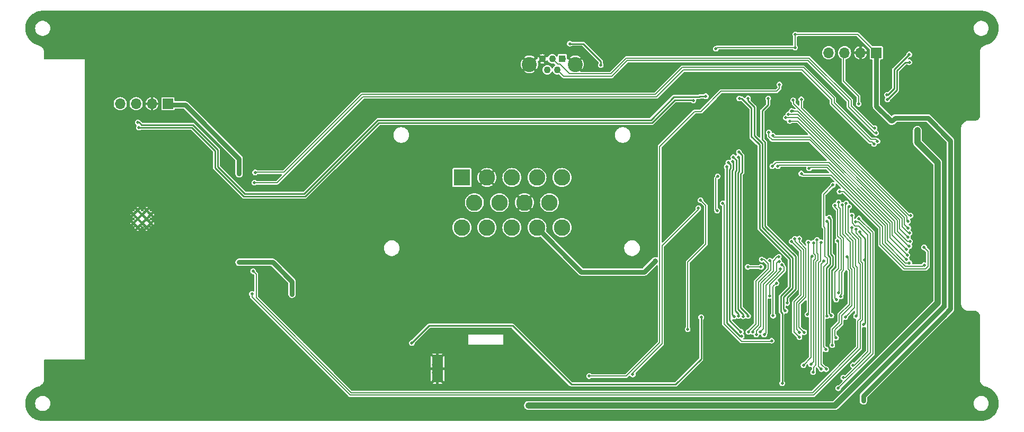
<source format=gbr>
%TF.GenerationSoftware,KiCad,Pcbnew,8.0.8*%
%TF.CreationDate,2025-03-03T12:04:37+03:00*%
%TF.ProjectId,Dash 6.8,44617368-2036-42e3-982e-6b696361645f,rev?*%
%TF.SameCoordinates,Original*%
%TF.FileFunction,Copper,L2,Bot*%
%TF.FilePolarity,Positive*%
%FSLAX46Y46*%
G04 Gerber Fmt 4.6, Leading zero omitted, Abs format (unit mm)*
G04 Created by KiCad (PCBNEW 8.0.8) date 2025-03-03 12:04:37*
%MOMM*%
%LPD*%
G01*
G04 APERTURE LIST*
%TA.AperFunction,ComponentPad*%
%ADD10R,1.700000X1.700000*%
%TD*%
%TA.AperFunction,ComponentPad*%
%ADD11O,1.700000X1.700000*%
%TD*%
%TA.AperFunction,HeatsinkPad*%
%ADD12C,0.600000*%
%TD*%
%TA.AperFunction,ComponentPad*%
%ADD13R,2.625000X2.625000*%
%TD*%
%TA.AperFunction,ComponentPad*%
%ADD14C,2.625000*%
%TD*%
%TA.AperFunction,ComponentPad*%
%ADD15R,1.100000X1.100000*%
%TD*%
%TA.AperFunction,ComponentPad*%
%ADD16C,1.100000*%
%TD*%
%TA.AperFunction,ComponentPad*%
%ADD17C,2.400000*%
%TD*%
%TA.AperFunction,ComponentPad*%
%ADD18C,0.500000*%
%TD*%
%TA.AperFunction,SMDPad,CuDef*%
%ADD19R,1.800000X4.400000*%
%TD*%
%TA.AperFunction,ViaPad*%
%ADD20C,0.500000*%
%TD*%
%TA.AperFunction,ViaPad*%
%ADD21C,0.800000*%
%TD*%
%TA.AperFunction,Conductor*%
%ADD22C,0.200000*%
%TD*%
%TA.AperFunction,Conductor*%
%ADD23C,0.800000*%
%TD*%
%TA.AperFunction,Conductor*%
%ADD24C,0.250000*%
%TD*%
%TA.AperFunction,Conductor*%
%ADD25C,0.500000*%
%TD*%
%TA.AperFunction,Conductor*%
%ADD26C,1.000000*%
%TD*%
%TA.AperFunction,Conductor*%
%ADD27C,0.180000*%
%TD*%
G04 APERTURE END LIST*
D10*
%TO.P,J6,1,Pin_1*%
%TO.N,+3.3V*%
X96020000Y-92200000D03*
D11*
%TO.P,J6,2,Pin_2*%
%TO.N,GND*%
X93480000Y-92200000D03*
%TO.P,J6,3,Pin_3*%
%TO.N,/tx-esp*%
X90940000Y-92200000D03*
%TO.P,J6,4,Pin_4*%
%TO.N,/rx-esp*%
X88400000Y-92200000D03*
%TD*%
D12*
%TO.P,U5,41,GND*%
%TO.N,GND*%
X91200000Y-112000000D03*
X92600000Y-112000000D03*
X90500000Y-111300000D03*
X91900000Y-111300000D03*
X93300000Y-111300000D03*
X91200000Y-110600000D03*
X92600000Y-110600000D03*
X90500000Y-109900000D03*
X91900000Y-109900000D03*
X93300000Y-109900000D03*
X91200000Y-109200000D03*
X92600000Y-109200000D03*
%TD*%
D13*
%TO.P,J5,1,1*%
%TO.N,+5C*%
X143000000Y-104000000D03*
D14*
%TO.P,J5,2,2*%
%TO.N,GND*%
X147000000Y-104000000D03*
%TO.P,J5,3,3*%
%TO.N,/USB_D-*%
X151000000Y-104000000D03*
%TO.P,J5,4,4*%
%TO.N,/USB_D+*%
X155000000Y-104000000D03*
%TO.P,J5,5,5*%
%TO.N,/ADC1*%
X159000000Y-104000000D03*
%TO.P,J5,6,6*%
%TO.N,/CANH1*%
X145000000Y-108000000D03*
%TO.P,J5,7,7*%
%TO.N,/CANH2*%
X149000000Y-108000000D03*
%TO.P,J5,8,8*%
%TO.N,GND*%
X153000000Y-108000000D03*
%TO.P,J5,9,9*%
%TO.N,/IN1*%
X157000000Y-108000000D03*
%TO.P,J5,10,10*%
%TO.N,/CANL1*%
X143000000Y-112000000D03*
%TO.P,J5,11,11*%
%TO.N,/CANL2*%
X147000000Y-112000000D03*
%TO.P,J5,12,12*%
%TO.N,+BATT*%
X151000000Y-112000000D03*
%TO.P,J5,13,13*%
%TO.N,+5V*%
X155000000Y-112000000D03*
%TO.P,J5,14,14*%
%TO.N,/IN2*%
X159000000Y-112000000D03*
%TD*%
D15*
%TO.P,J1,1,VBUS*%
%TO.N,+5C*%
X159050000Y-85025000D03*
D16*
%TO.P,J1,2,D-*%
%TO.N,/USB_D-*%
X158250000Y-86775000D03*
%TO.P,J1,3,D+*%
%TO.N,/USB_D+*%
X157450000Y-85025000D03*
%TO.P,J1,4,ID*%
%TO.N,Net-(J1-ID)*%
X156650000Y-86775000D03*
%TO.P,J1,5,GND*%
%TO.N,GND*%
X155850000Y-85025000D03*
D17*
%TO.P,J1,6,Shield*%
X161100000Y-85900000D03*
X153800000Y-85900000D03*
%TD*%
D18*
%TO.P,U8,9,EP*%
%TO.N,GND*%
X138437500Y-132615000D03*
X138437500Y-133915000D03*
X138437500Y-135215000D03*
X138437500Y-136515000D03*
D19*
X139087500Y-134565000D03*
D18*
X139737500Y-132615000D03*
X139737500Y-133915000D03*
X139737500Y-135215000D03*
X139737500Y-136515000D03*
%TD*%
D10*
%TO.P,J2,1,Pin_1*%
%TO.N,+3.3V*%
X209240000Y-84050000D03*
D11*
%TO.P,J2,2,Pin_2*%
%TO.N,GND*%
X206700000Y-84050000D03*
%TO.P,J2,3,Pin_3*%
%TO.N,/SWDI*%
X204160000Y-84050000D03*
%TO.P,J2,4,Pin_4*%
%TO.N,/SWCLC*%
X201620000Y-84050000D03*
%TD*%
D20*
%TO.N,+3.3V*%
X190800000Y-118300000D03*
X206576468Y-112654286D03*
X207350000Y-117200000D03*
X183800000Y-109300000D03*
X207179000Y-139700000D03*
X211800000Y-94955000D03*
X188700000Y-118300000D03*
X115850000Y-122650000D03*
X183900000Y-103800000D03*
X107400000Y-103400000D03*
X207224000Y-127524000D03*
X196300000Y-81100000D03*
X196250000Y-83200000D03*
X107400000Y-102200000D03*
X107400000Y-117550000D03*
X207200000Y-138900000D03*
X183600000Y-83400000D03*
%TO.N,GND*%
X189200000Y-87350000D03*
X222500000Y-129800000D03*
X188000000Y-87900000D03*
X100000000Y-109800000D03*
X180400000Y-127950000D03*
X116200000Y-103200000D03*
X183500000Y-120300000D03*
X166000000Y-79400000D03*
X135300000Y-119000000D03*
X180700000Y-98100000D03*
X161600000Y-96000000D03*
X176800000Y-126800000D03*
X203521752Y-92278248D03*
X212400000Y-99050000D03*
X139400000Y-125800000D03*
X101400000Y-85950000D03*
X212500000Y-80400000D03*
X112500000Y-140950000D03*
X118250000Y-82400000D03*
X124500000Y-102100000D03*
X214400000Y-127000000D03*
X154000000Y-128450000D03*
X209100000Y-103900000D03*
X199700000Y-85100000D03*
X152700000Y-135700000D03*
X192600000Y-92400000D03*
X133000000Y-119000000D03*
X188500000Y-102500000D03*
X190000000Y-102700000D03*
X212600000Y-123700000D03*
X202000000Y-96800000D03*
X183400000Y-88600000D03*
X123500000Y-99600000D03*
X211500000Y-129750000D03*
X109700000Y-86600000D03*
X177750000Y-137550000D03*
X164250000Y-127500000D03*
X179600000Y-84000000D03*
X204900000Y-81650000D03*
X193800000Y-98700000D03*
X150900000Y-117700000D03*
X170950000Y-128600000D03*
X194200000Y-87400000D03*
X162600000Y-91800000D03*
X195200000Y-88700000D03*
X190774053Y-119001070D03*
X151824785Y-79624785D03*
X171400000Y-81700000D03*
X211400000Y-103900000D03*
X165450000Y-131700000D03*
X188850000Y-79450000D03*
X204325000Y-140800000D03*
X202500000Y-110000000D03*
X119500000Y-112150000D03*
X202200000Y-106500000D03*
X206200000Y-100800000D03*
X206050000Y-86350000D03*
X212200000Y-82600000D03*
X181900000Y-130200000D03*
X96400000Y-115950000D03*
X195000000Y-102900000D03*
X191900000Y-130900000D03*
X116300000Y-85100000D03*
X142300000Y-107200000D03*
X200175000Y-91600000D03*
X148550000Y-134000000D03*
X181900000Y-132600000D03*
X103900000Y-104000000D03*
X191375000Y-87670000D03*
X101400000Y-91950000D03*
X191750000Y-133000000D03*
X201500000Y-129400000D03*
X195200000Y-129100000D03*
X96400000Y-121950000D03*
X216300000Y-90800000D03*
X130800000Y-131800000D03*
X180400000Y-123600000D03*
X217600000Y-101600000D03*
X124300000Y-125900000D03*
X142200000Y-139850000D03*
X188400000Y-123200000D03*
X187300000Y-82600000D03*
X209511091Y-116711091D03*
X158450000Y-89350000D03*
X194800000Y-119400000D03*
X85800000Y-92000000D03*
X200500000Y-113500000D03*
X202600000Y-105900000D03*
X127000000Y-96400000D03*
X180700000Y-96400000D03*
X178750000Y-87850000D03*
X190100000Y-133700000D03*
X209500000Y-122700000D03*
X203700000Y-81650000D03*
X218800000Y-91000000D03*
X209900000Y-99100000D03*
X174600000Y-95200000D03*
X191375000Y-85850000D03*
X179100000Y-129900000D03*
X190100000Y-131000000D03*
X163950000Y-86050000D03*
X139750000Y-100350000D03*
X169000000Y-89400000D03*
X210900000Y-89100000D03*
X101800000Y-98800000D03*
X156700000Y-80700000D03*
X212200000Y-85300000D03*
X182100000Y-123600000D03*
X192200000Y-103000000D03*
X134100000Y-92200000D03*
X161100000Y-133400000D03*
X178950000Y-80800000D03*
X217750000Y-112950000D03*
X175600000Y-101600000D03*
X211000000Y-83500000D03*
X198600000Y-88800000D03*
X214300000Y-108700000D03*
X150500000Y-123200000D03*
X186000000Y-129500000D03*
X152350000Y-93950000D03*
X211100000Y-117000000D03*
X205950000Y-81650000D03*
X206010205Y-96889795D03*
X127950000Y-83450000D03*
X199793252Y-134902577D03*
X190000000Y-99000000D03*
X213850000Y-95800000D03*
X110250000Y-129250000D03*
X170000000Y-83250000D03*
X213000000Y-90900000D03*
X111550000Y-114050000D03*
X160000000Y-94200000D03*
X173500000Y-103500000D03*
X201900000Y-93000000D03*
X174900000Y-84000000D03*
X196500000Y-96700000D03*
X209000000Y-112100000D03*
X195600000Y-106000000D03*
X197500000Y-130400000D03*
X184900000Y-94900000D03*
X100300000Y-115950000D03*
X145150000Y-124950000D03*
X191100000Y-114100000D03*
X198200000Y-91400000D03*
X167900000Y-141750000D03*
X199800000Y-136627017D03*
X205971752Y-94728248D03*
X174650000Y-97627017D03*
X174300000Y-80800000D03*
X148350000Y-140450000D03*
X212900000Y-103000000D03*
X148624785Y-82824785D03*
X148500000Y-136700000D03*
X176600000Y-110950000D03*
X127750000Y-136750000D03*
X142100000Y-92150000D03*
X177150000Y-116250000D03*
X170800000Y-96000000D03*
X198600000Y-110700000D03*
X171400000Y-136500000D03*
X91400000Y-133950000D03*
X119650000Y-92750000D03*
X127800000Y-98700000D03*
X181000000Y-137700000D03*
X127700000Y-118900000D03*
X197672844Y-126679285D03*
X199000000Y-79150000D03*
X128250000Y-88800000D03*
X195600000Y-109000000D03*
X188500000Y-113900000D03*
X184250000Y-134150000D03*
X147200000Y-99950000D03*
X127400000Y-114700000D03*
X130200000Y-109300000D03*
X140900000Y-120400000D03*
X116850000Y-124350000D03*
X189100000Y-118927017D03*
X151700000Y-101350000D03*
X183500000Y-117400000D03*
X192200000Y-123881496D03*
X114800000Y-105500000D03*
X212200000Y-118100000D03*
X119400000Y-118100000D03*
X217400000Y-123900000D03*
X157000000Y-115600000D03*
X118800000Y-92750000D03*
X186150000Y-137500000D03*
X168200000Y-78300000D03*
X116200000Y-105500000D03*
X204900000Y-86300000D03*
X202800000Y-86400000D03*
X91400000Y-127950000D03*
X195600000Y-137000000D03*
X125600000Y-94000000D03*
X101400000Y-133950000D03*
X186100000Y-134600000D03*
X130600000Y-119000000D03*
X192100000Y-99100000D03*
X208700000Y-138800000D03*
X161951041Y-117748959D03*
X195500000Y-92500000D03*
X202000000Y-104500000D03*
X198000000Y-92800000D03*
X162300000Y-131500000D03*
X194300000Y-120500000D03*
X177400000Y-135850000D03*
X197850000Y-124050000D03*
X133500000Y-88800000D03*
X155950000Y-96350000D03*
X166100000Y-118000000D03*
X209500000Y-118400000D03*
X188200000Y-99417543D03*
X198500000Y-104200000D03*
X164300000Y-80800000D03*
X150400000Y-78200000D03*
X205500000Y-129900000D03*
X184700000Y-105500000D03*
X195200000Y-87400000D03*
X118850000Y-94750000D03*
X205050000Y-131050000D03*
X204200000Y-95100000D03*
X146200000Y-139850000D03*
X124600000Y-91800000D03*
X204400000Y-119900000D03*
X96400000Y-103950000D03*
X159100000Y-134800000D03*
X91400000Y-97950000D03*
X186700000Y-98900000D03*
X160900000Y-119400000D03*
X209461091Y-120861091D03*
X177750000Y-119850000D03*
X146850000Y-92100000D03*
X138050000Y-129300000D03*
X86400000Y-103950000D03*
X218450000Y-96900000D03*
X198500000Y-106000000D03*
X192200000Y-109000000D03*
X146550000Y-137700000D03*
X101400000Y-127950000D03*
X205850000Y-132950000D03*
X192200000Y-101000000D03*
X210800000Y-86200000D03*
X217600000Y-96850000D03*
X157450000Y-83650000D03*
X114000000Y-128800000D03*
X190500000Y-92450000D03*
X204200000Y-98900000D03*
X188500000Y-110300000D03*
X128500000Y-92127017D03*
X189900000Y-105300000D03*
X154000000Y-131700000D03*
X132900000Y-131800000D03*
X86400000Y-85950000D03*
X202500000Y-113498207D03*
X182100000Y-122000000D03*
X197800000Y-102700000D03*
X222000000Y-94650000D03*
X156100000Y-133900000D03*
X116300000Y-135500000D03*
X145600000Y-115800000D03*
X198400000Y-98600000D03*
X181000000Y-94000000D03*
X213200000Y-100650000D03*
X178150000Y-116250000D03*
X183900000Y-125500000D03*
X121400000Y-118100000D03*
X209280000Y-113400000D03*
X182100000Y-116300000D03*
X175600000Y-103500000D03*
X129350000Y-129650000D03*
X192700000Y-111800000D03*
X184300000Y-103100000D03*
X173600000Y-116200000D03*
X214400000Y-101700000D03*
X203300000Y-133200000D03*
X86400000Y-109950000D03*
X86400000Y-121950000D03*
X177300000Y-114050000D03*
D21*
X179600000Y-96400000D03*
D20*
X178100000Y-131750000D03*
X206200000Y-99500000D03*
X195000000Y-132000000D03*
X186200000Y-88500000D03*
X194500000Y-92400000D03*
X184100000Y-96200000D03*
X109300000Y-108200000D03*
X174750000Y-92300000D03*
X154900000Y-137700000D03*
X163300000Y-94200000D03*
X96400000Y-133950000D03*
X184205578Y-127032595D03*
X193600000Y-133400000D03*
X184300000Y-110500000D03*
X109700000Y-85700000D03*
X148300000Y-120500000D03*
X200031838Y-94868162D03*
X135200000Y-139850000D03*
X130700000Y-111400000D03*
X170150000Y-134000000D03*
X159100000Y-114600000D03*
X214600000Y-98000000D03*
X181825000Y-128000000D03*
X178600000Y-90000000D03*
X217700000Y-111200000D03*
X202850000Y-131200000D03*
X151100000Y-140400000D03*
X198600000Y-109000000D03*
X121400000Y-117000000D03*
X220650000Y-133200000D03*
X187900000Y-92450000D03*
X111850000Y-94850000D03*
X197500000Y-137527017D03*
X100000000Y-104000000D03*
X129800000Y-125900000D03*
X188400000Y-137300000D03*
X154000000Y-134000000D03*
X197700000Y-134800000D03*
X188500000Y-130800000D03*
X145700000Y-123300000D03*
X214800000Y-141700000D03*
X180450000Y-114000000D03*
X205550000Y-79200000D03*
X204300000Y-122500000D03*
X176700000Y-128987500D03*
X91400000Y-121950000D03*
X163900000Y-89400000D03*
X120600000Y-114800000D03*
X176000000Y-122000000D03*
X188400000Y-133700000D03*
X166100000Y-120100000D03*
X120700000Y-120400000D03*
X173500000Y-105900000D03*
X86400000Y-97950000D03*
X190300000Y-96400000D03*
X180800000Y-99800000D03*
X189100000Y-116800000D03*
X180100000Y-133050000D03*
X106100000Y-106000000D03*
X125400000Y-113700000D03*
X189900000Y-111900000D03*
X201300000Y-86600000D03*
X188500000Y-107300000D03*
X158350000Y-100650000D03*
X153000000Y-115600000D03*
X161300000Y-141750000D03*
X214600000Y-97000000D03*
X179600000Y-107300000D03*
X210800000Y-99100000D03*
X184600000Y-88600000D03*
X113100000Y-124400000D03*
X91400000Y-85950000D03*
X168850000Y-131650000D03*
X175600000Y-107500000D03*
X188600000Y-121027017D03*
X154800000Y-80700000D03*
X195800000Y-100700000D03*
X174900000Y-141800000D03*
X175900000Y-113000000D03*
X96400000Y-85950000D03*
X188700000Y-96400000D03*
X214700000Y-132950000D03*
X178200000Y-110950000D03*
X160100000Y-133400000D03*
X81400000Y-133950000D03*
X182100000Y-125200000D03*
X187800000Y-85850000D03*
X178600000Y-100600000D03*
X165850000Y-92800000D03*
X119400000Y-117000000D03*
X195100000Y-113800000D03*
X86400000Y-115950000D03*
X180200000Y-135000000D03*
X175600000Y-105700000D03*
X183600000Y-93500000D03*
X188400000Y-116800000D03*
X111800000Y-126800000D03*
X180800000Y-100900000D03*
X105900000Y-101500000D03*
X195600000Y-135400000D03*
X182600000Y-136000000D03*
X86400000Y-133950000D03*
X197900000Y-113500000D03*
X160250000Y-137617809D03*
X101400000Y-121950000D03*
X162000000Y-80800000D03*
X187100000Y-84100000D03*
X184700000Y-107027017D03*
X126500000Y-125900000D03*
X128100000Y-125900000D03*
X173500000Y-101700000D03*
X205600000Y-140550000D03*
X109700000Y-87600000D03*
X205700000Y-108900000D03*
X202000000Y-108000000D03*
X189000000Y-125400000D03*
X152900000Y-137600000D03*
X159100000Y-133400000D03*
X217600000Y-102950000D03*
X177000000Y-124200000D03*
X176800000Y-100600000D03*
X213400000Y-119900000D03*
X126250000Y-137800000D03*
X96400000Y-109950000D03*
X173300000Y-121050000D03*
X165900000Y-91800000D03*
X190000000Y-82650000D03*
X190100000Y-137300000D03*
X189000000Y-84100000D03*
X222200000Y-110000000D03*
X191800000Y-136000000D03*
X195400000Y-95700000D03*
X218350000Y-98400000D03*
X161500000Y-129200000D03*
X169600000Y-86500000D03*
X180500000Y-92627017D03*
X157800000Y-126550000D03*
X176300000Y-90300000D03*
X96400000Y-97950000D03*
X183700000Y-98800000D03*
X212800000Y-97200000D03*
X214600000Y-99200000D03*
X167950000Y-84800000D03*
X180800000Y-110200000D03*
X122600000Y-97100000D03*
X167400000Y-127550000D03*
X214300000Y-122600000D03*
X113300000Y-82450000D03*
X184300000Y-114000000D03*
X200000000Y-100200000D03*
X203300000Y-136500000D03*
X96400000Y-127950000D03*
X173500000Y-136500000D03*
X167100000Y-131600000D03*
X184300000Y-121800000D03*
X158400000Y-96000000D03*
X209100000Y-99300000D03*
X135200000Y-81200000D03*
X189900000Y-109000000D03*
X214300000Y-106400000D03*
X91400000Y-115950000D03*
X204400000Y-134800000D03*
X131300000Y-125900000D03*
X221400000Y-141750000D03*
X91400000Y-103950000D03*
X189000000Y-85850000D03*
X204000000Y-128900000D03*
X106000000Y-133800000D03*
X208200000Y-142100000D03*
X201900000Y-134400000D03*
X203800000Y-124000000D03*
X173100000Y-96000000D03*
X206000000Y-88550000D03*
X199000000Y-83100000D03*
X144450000Y-133900000D03*
X203300000Y-128800000D03*
X143550000Y-129950000D03*
X192400000Y-129000000D03*
X202400000Y-131800000D03*
X172700000Y-108900000D03*
X220650000Y-126650000D03*
X128850000Y-139850000D03*
X221100000Y-80400000D03*
X165900000Y-96100000D03*
X86400000Y-127950000D03*
X147800000Y-80600000D03*
X162000000Y-83250000D03*
X111400000Y-108200000D03*
X192200000Y-105300000D03*
X175800000Y-116800000D03*
X179800000Y-102600000D03*
X203000000Y-88200000D03*
X123150000Y-138600000D03*
X211500000Y-125700000D03*
X222100000Y-106800000D03*
%TO.N,+5C*%
X165200000Y-86000000D03*
X160250000Y-82600000D03*
D21*
%TO.N,+5V*%
X215800000Y-96450000D03*
X215800000Y-97400000D03*
X153750000Y-140450000D03*
X154700000Y-140450000D03*
X155750000Y-140450000D03*
X215800000Y-98350000D03*
X173900000Y-117350000D03*
D20*
%TO.N,/USB_D-*%
X209195000Y-96900000D03*
%TO.N,/USB_D+*%
X208967817Y-96090000D03*
%TO.N,/TXDCAN2*%
X109638509Y-118988508D03*
X205300000Y-112000000D03*
%TO.N,/RXDCAN2*%
X109450000Y-122610000D03*
X205989954Y-112272183D03*
%TO.N,/F0*%
X187272342Y-99927658D03*
X188750000Y-126150000D03*
%TO.N,/F1*%
X187225001Y-100756682D03*
X187931430Y-126205714D03*
%TO.N,/F2*%
X186377573Y-100722427D03*
X187200000Y-126150000D03*
%TO.N,/F3*%
X186502415Y-126208132D03*
X186258486Y-101416514D03*
%TO.N,/F4*%
X185582820Y-101625000D03*
X187581127Y-128657711D03*
%TO.N,/F5*%
X185325000Y-102300659D03*
X187716631Y-129344473D03*
%TO.N,/C0*%
X184700000Y-108127017D03*
X192500000Y-130100000D03*
%TO.N,/F11*%
X193279242Y-120879242D03*
X192750000Y-126100000D03*
%TO.N,/F12*%
X188800046Y-128680002D03*
X190921752Y-117121752D03*
%TO.N,/F13*%
X192215041Y-117255850D03*
X189500000Y-128688083D03*
%TO.N,/F14*%
X190060287Y-129107704D03*
X193655258Y-116694938D03*
%TO.N,/F15*%
X190700000Y-128663427D03*
X193700000Y-117393507D03*
%TO.N,/G0*%
X192200000Y-122900000D03*
X194133844Y-117942854D03*
%TO.N,/G1*%
X193907353Y-118605202D03*
X191325000Y-129125000D03*
%TO.N,/E7*%
X196952397Y-129542347D03*
X195700000Y-114250000D03*
%TO.N,/E8*%
X196220308Y-113781723D03*
X196968934Y-128781066D03*
%TO.N,/E9*%
X196925000Y-113775000D03*
X197707843Y-128742157D03*
%TO.N,/E10*%
X198250000Y-125900000D03*
X198369161Y-114372948D03*
%TO.N,/E11*%
X197600000Y-134000000D03*
X198950000Y-116625848D03*
%TO.N,/E12*%
X199200001Y-114430484D03*
X198774048Y-133851154D03*
%TO.N,/E13*%
X199776805Y-113991959D03*
X199132325Y-135133184D03*
%TO.N,/E14*%
X200447182Y-134652818D03*
X200384139Y-114362934D03*
%TO.N,/E15*%
X200846957Y-117377319D03*
X201236091Y-134663909D03*
%TO.N,/H6*%
X203038513Y-114111487D03*
X202833712Y-123519317D03*
%TO.N,/H7*%
X204550000Y-116660346D03*
X202200000Y-130800000D03*
%TO.N,/D8*%
X206450000Y-110553540D03*
X203150000Y-137700000D03*
%TO.N,/D9*%
X203950000Y-136000000D03*
X205950000Y-111043437D03*
%TO.N,/D10*%
X205350000Y-110100000D03*
X205500000Y-134000000D03*
%TO.N,/D14*%
X206000000Y-126161019D03*
X204881073Y-108648000D03*
%TO.N,/D15*%
X204412162Y-108128263D03*
X204271001Y-126306817D03*
%TO.N,/SCL_E*%
X214525000Y-85565000D03*
X211003173Y-91510000D03*
%TO.N,/SDA_E*%
X210936408Y-90763592D03*
X214500000Y-84300000D03*
%TO.N,/SWDI*%
X206419239Y-92230330D03*
%TO.N,/G2*%
X203759732Y-108381914D03*
X202800000Y-129600000D03*
%TO.N,/G4*%
X203210503Y-107944220D03*
X203550034Y-122992839D03*
%TO.N,/G5*%
X203177817Y-122400000D03*
X202650000Y-108463861D03*
%TO.N,/G8*%
X202300000Y-105200000D03*
X201200000Y-131500000D03*
%TO.N,/D0*%
X201700000Y-110400000D03*
X202051821Y-126069285D03*
%TO.N,/D1*%
X201350000Y-126150000D03*
X201350000Y-111006219D03*
%TO.N,/G15*%
X191961091Y-91361091D03*
X194975000Y-124058535D03*
%TO.N,/E0*%
X188738172Y-91325000D03*
X194700000Y-125300000D03*
%TO.N,/E1*%
X194200000Y-136900000D03*
X187344064Y-91350001D03*
%TO.N,/D6*%
X197250000Y-91500000D03*
X214700000Y-110100000D03*
%TO.N,/G11*%
X195950000Y-91650000D03*
X214260000Y-111019449D03*
%TO.N,/I4*%
X214339461Y-112060539D03*
X195700000Y-93360000D03*
%TO.N,/I5*%
X214518403Y-112875000D03*
X195200000Y-93885244D03*
%TO.N,/I6*%
X214269846Y-113529388D03*
X194783339Y-94447736D03*
%TO.N,/I7*%
X195400000Y-94965244D03*
X214600000Y-114200000D03*
%TO.N,/G7*%
X216882687Y-115176375D03*
X203355365Y-106243721D03*
%TO.N,/I10*%
X214500000Y-114950000D03*
X192688909Y-97311091D03*
%TO.N,/I9*%
X214063024Y-115499500D03*
X192075000Y-96800000D03*
%TO.N,/F10*%
X214200280Y-116400000D03*
X192600000Y-102200000D03*
%TO.N,/F8*%
X193500000Y-102200000D03*
X214084886Y-117090426D03*
%TO.N,/C13*%
X214511091Y-117650000D03*
X198500000Y-102540000D03*
%TO.N,/I11*%
X216899999Y-118000001D03*
X197250000Y-103350000D03*
%TO.N,/+12v*%
X181250000Y-126350000D03*
X135000000Y-130450000D03*
%TO.N,/G14*%
X163350000Y-135750000D03*
X193750001Y-89141149D03*
%TO.N,/A10*%
X209421680Y-98182661D03*
X109950000Y-103180000D03*
%TO.N,/A9*%
X208875000Y-98619861D03*
X109830000Y-104830000D03*
%TO.N,/C2*%
X170306066Y-135499570D03*
X180788278Y-108900000D03*
%TO.N,/C1*%
X179087500Y-128262500D03*
X181125001Y-107615487D03*
%TO.N,/rx-esp*%
X179992305Y-91675000D03*
X91400000Y-96000000D03*
%TO.N,/tx-esp*%
X91200000Y-95200000D03*
X182000000Y-91000000D03*
%TD*%
D22*
%TO.N,+3.3V*%
X183800000Y-83200000D02*
X196250000Y-83200000D01*
D23*
X107400000Y-117550000D02*
X112750000Y-117550000D01*
X96220000Y-92400000D02*
X96020000Y-92200000D01*
D24*
X207350000Y-117200000D02*
X207475000Y-117075000D01*
D22*
X190800000Y-118300000D02*
X188700000Y-118300000D01*
D23*
X107400000Y-103400000D02*
X107400000Y-102200000D01*
D22*
X183900000Y-103800000D02*
X183600000Y-104100000D01*
D23*
X207179000Y-138921000D02*
X207200000Y-138900000D01*
D22*
X183600000Y-109100000D02*
X183800000Y-109300000D01*
D23*
X219800000Y-126297918D02*
X221100000Y-124997918D01*
X207179000Y-139700000D02*
X207179000Y-138921000D01*
D22*
X183600000Y-104100000D02*
X183600000Y-109100000D01*
D23*
X221100000Y-98100000D02*
X217500000Y-94500000D01*
X115850000Y-120650000D02*
X115850000Y-122650000D01*
X211605000Y-94955000D02*
X209240000Y-92590000D01*
D24*
X207475000Y-117325000D02*
X207475000Y-127273000D01*
D22*
X206290000Y-81100000D02*
X196300000Y-81100000D01*
X209240000Y-84050000D02*
X206290000Y-81100000D01*
D23*
X211800000Y-94955000D02*
X211605000Y-94955000D01*
X112750000Y-117550000D02*
X115850000Y-120650000D01*
X212255000Y-94500000D02*
X211800000Y-94955000D01*
D22*
X183600000Y-83400000D02*
X183800000Y-83200000D01*
D23*
X209240000Y-92590000D02*
X209240000Y-84050000D01*
X107400000Y-102200000D02*
X107400000Y-100974696D01*
D24*
X206576468Y-112876468D02*
X206576468Y-112654286D01*
D23*
X217500000Y-94500000D02*
X212255000Y-94500000D01*
X107400000Y-100974696D02*
X98825304Y-92400000D01*
X221100000Y-124997918D02*
X221100000Y-98100000D01*
X207200000Y-138900000D02*
X219800000Y-126300000D01*
D24*
X207475000Y-127273000D02*
X207224000Y-127524000D01*
X207350000Y-117200000D02*
X207475000Y-117325000D01*
D22*
X196250000Y-81150000D02*
X196300000Y-81100000D01*
D24*
X207475000Y-117075000D02*
X207475000Y-113775000D01*
D23*
X219800000Y-126300000D02*
X219800000Y-126297918D01*
D24*
X207475000Y-113775000D02*
X206576468Y-112876468D01*
D22*
X196250000Y-83200000D02*
X196250000Y-81150000D01*
D23*
X98825304Y-92400000D02*
X96220000Y-92400000D01*
D25*
%TO.N,GND*%
X189200000Y-87350000D02*
X191055000Y-87350000D01*
X191055000Y-87350000D02*
X191375000Y-87670000D01*
D26*
%TO.N,+5C*%
X159075000Y-85025000D02*
X159100000Y-85000000D01*
D24*
X162400000Y-82600000D02*
X160250000Y-82600000D01*
D26*
X159050000Y-85025000D02*
X159075000Y-85025000D01*
D24*
X165200000Y-86000000D02*
X165200000Y-85400000D01*
X165200000Y-85400000D02*
X162400000Y-82600000D01*
D26*
%TO.N,+5V*%
X153750000Y-140450000D02*
X155750000Y-140450000D01*
X202650000Y-140450000D02*
X155750000Y-140450000D01*
X215800000Y-97400000D02*
X215800000Y-96450000D01*
X219050000Y-124050000D02*
X202650000Y-140450000D01*
X215800000Y-98350000D02*
X215800000Y-97400000D01*
D23*
X162100000Y-119100000D02*
X155000000Y-112000000D01*
D26*
X215800000Y-98350000D02*
X219050000Y-101600000D01*
X153750000Y-140450000D02*
X153650000Y-140450000D01*
D23*
X173900000Y-117350000D02*
X172150000Y-119100000D01*
X172150000Y-119100000D02*
X162100000Y-119100000D01*
D26*
X219050000Y-101600000D02*
X219050000Y-124050000D01*
D22*
%TO.N,/USB_D-*%
X159275000Y-87800000D02*
X158250000Y-86775000D01*
X209000000Y-96900000D02*
X204800000Y-92700000D01*
X204800000Y-91765686D02*
X198334314Y-85300000D01*
X204800000Y-92700000D02*
X204800000Y-91765686D01*
X209195000Y-96900000D02*
X209000000Y-96900000D01*
X166950000Y-87800000D02*
X159275000Y-87800000D01*
X198334314Y-85300000D02*
X169450000Y-85300000D01*
X169450000Y-85300000D02*
X166950000Y-87800000D01*
%TO.N,/USB_D+*%
X198500000Y-84900000D02*
X169284314Y-84900000D01*
X169284314Y-84900000D02*
X166784314Y-87400000D01*
X158675000Y-85875000D02*
X158300000Y-85875000D01*
X166784314Y-87400000D02*
X160200000Y-87400000D01*
X208967817Y-96090000D02*
X208755686Y-96090000D01*
X158300000Y-85875000D02*
X157450000Y-85025000D01*
X205200000Y-92534314D02*
X205200000Y-91600000D01*
X208755686Y-96090000D02*
X205200000Y-92534314D01*
X205200000Y-91600000D02*
X198500000Y-84900000D01*
X160200000Y-87400000D02*
X158675000Y-85875000D01*
%TO.N,/TXDCAN2*%
X110150000Y-123234314D02*
X125315686Y-138400000D01*
X205302800Y-112769526D02*
X205302800Y-112002800D01*
X206650000Y-126582086D02*
X206650000Y-117843503D01*
X205302800Y-112002800D02*
X205300000Y-112000000D01*
X109638509Y-118988508D02*
X110150000Y-119499999D01*
X206274000Y-131153817D02*
X206274000Y-126958086D01*
X125315686Y-138400000D02*
X199027817Y-138400000D01*
X206400000Y-117593503D02*
X206400000Y-113866726D01*
X199027817Y-138400000D02*
X206274000Y-131153817D01*
X206400000Y-113866726D02*
X205302800Y-112769526D01*
X110150000Y-119499999D02*
X110150000Y-123234314D01*
X206650000Y-117843503D02*
X206400000Y-117593503D01*
X206274000Y-126958086D02*
X206650000Y-126582086D01*
%TO.N,/RXDCAN2*%
X205989954Y-112272183D02*
X205989954Y-112890994D01*
X199196751Y-138800000D02*
X125150001Y-138800000D01*
X206674000Y-131322751D02*
X199196751Y-138800000D01*
X206800000Y-113701040D02*
X206800000Y-117427818D01*
X125150001Y-138800000D02*
X109450000Y-123099999D01*
X205989954Y-112890994D02*
X206800000Y-113701040D01*
X207050000Y-117677818D02*
X207050000Y-126747772D01*
X206674000Y-127123772D02*
X206674000Y-131322751D01*
X207050000Y-126747772D02*
X206674000Y-127123772D01*
X109450000Y-123099999D02*
X109450000Y-122610000D01*
X206800000Y-117427818D02*
X207050000Y-117677818D01*
D24*
%TO.N,/F0*%
X188750000Y-126000000D02*
X188600000Y-125850000D01*
X188750000Y-126150000D02*
X188750000Y-126000000D01*
X187800001Y-100455317D02*
X187800001Y-103184415D01*
X187575000Y-103409416D02*
X187575000Y-124825000D01*
X187272342Y-99927658D02*
X187800001Y-100455317D01*
X187575000Y-124825000D02*
X188750000Y-126000000D01*
X187800001Y-103184415D02*
X187575000Y-103409416D01*
%TO.N,/F1*%
X187931430Y-125899628D02*
X187931430Y-126205714D01*
X187931430Y-126205714D02*
X187931430Y-125981430D01*
X187125000Y-103223020D02*
X187125000Y-125093198D01*
X187283486Y-100815167D02*
X187283486Y-103064534D01*
X187125000Y-125093198D02*
X187931430Y-125899628D01*
X187283486Y-103064534D02*
X187125000Y-103223020D01*
X187225001Y-100756682D02*
X187283486Y-100815167D01*
%TO.N,/F2*%
X187200000Y-125804594D02*
X187200000Y-126150000D01*
X186675000Y-103036624D02*
X186675000Y-125279594D01*
X186377573Y-100722427D02*
X186833486Y-101178340D01*
X186675000Y-125279594D02*
X187200000Y-125804594D01*
X186833486Y-102878138D02*
X186675000Y-103036624D01*
X186833486Y-101178340D02*
X186833486Y-102878138D01*
%TO.N,/F3*%
X186405764Y-126111481D02*
X186361481Y-126111481D01*
X186225000Y-102850228D02*
X186225000Y-125930717D01*
X186502415Y-126208132D02*
X186405764Y-126111481D01*
X186258486Y-101416514D02*
X186350000Y-101508028D01*
X186225000Y-125930717D02*
X186502415Y-126208132D01*
X186350000Y-101508028D02*
X186350000Y-102725228D01*
X186350000Y-102725228D02*
X186225000Y-102850228D01*
%TO.N,/F4*%
X187581127Y-128657711D02*
X185775000Y-126851584D01*
X185900000Y-101942180D02*
X185582820Y-101625000D01*
X185775000Y-126851584D02*
X185775000Y-102663832D01*
X185775000Y-102663832D02*
X185900000Y-102538832D01*
X185900000Y-102538832D02*
X185900000Y-101942180D01*
%TO.N,/F5*%
X185325000Y-127225000D02*
X185325000Y-102300659D01*
X187716631Y-129344473D02*
X187444473Y-129344473D01*
X187444473Y-129344473D02*
X185325000Y-127225000D01*
D22*
%TO.N,/C0*%
X184700000Y-108127017D02*
X184900000Y-108327017D01*
X187698960Y-130200000D02*
X192400000Y-130200000D01*
X184900000Y-127401040D02*
X187698960Y-130200000D01*
X184900000Y-108327017D02*
X184900000Y-127401040D01*
X192400000Y-130200000D02*
X192500000Y-130100000D01*
%TO.N,/F11*%
X192750000Y-126100000D02*
X192750000Y-121408484D01*
X192750000Y-121408484D02*
X193279242Y-120879242D01*
%TO.N,/F12*%
X188800046Y-128599954D02*
X188800046Y-128680002D01*
X190000000Y-127400000D02*
X188800046Y-128599954D01*
X191294735Y-117121752D02*
X191958300Y-117785317D01*
X191958300Y-118594642D02*
X190000000Y-120552942D01*
X190000000Y-120552942D02*
X190000000Y-127400000D01*
X191958300Y-117785317D02*
X191958300Y-118594642D01*
X190921752Y-117121752D02*
X191294735Y-117121752D01*
%TO.N,/F13*%
X192358300Y-117399109D02*
X192358300Y-118760328D01*
X192358300Y-118760328D02*
X190400000Y-120718628D01*
X190400000Y-127600000D02*
X189500000Y-128500000D01*
X192215041Y-117255850D02*
X192358300Y-117399109D01*
X190400000Y-120718628D02*
X190400000Y-127600000D01*
X189500000Y-128500000D02*
X189500000Y-128688083D01*
%TO.N,/F14*%
X190060287Y-129107704D02*
X190060287Y-128525322D01*
X192758300Y-117341700D02*
X193405062Y-116694938D01*
X192758300Y-118926014D02*
X192758300Y-117341700D01*
X193405062Y-116694938D02*
X193655258Y-116694938D01*
X190800000Y-127785609D02*
X190800000Y-120884314D01*
X190060287Y-128525322D02*
X190800000Y-127785609D01*
X190800000Y-120884314D02*
X192758300Y-118926014D01*
%TO.N,/F15*%
X193700000Y-117393507D02*
X193595402Y-117393507D01*
X193595402Y-117393507D02*
X193288909Y-117700000D01*
X193288909Y-117700000D02*
X193288909Y-118961091D01*
X191200000Y-121050000D02*
X191200000Y-128163427D01*
X191200000Y-128163427D02*
X190700000Y-128663427D01*
X193288909Y-118961091D02*
X191200000Y-121050000D01*
%TO.N,/G0*%
X194133844Y-117942854D02*
X194500000Y-118309010D01*
X194500000Y-118881372D02*
X192200000Y-121181372D01*
X194500000Y-118309010D02*
X194500000Y-118881372D01*
X192200000Y-121181372D02*
X192200000Y-122900000D01*
X192200000Y-122900000D02*
X192100000Y-123000000D01*
%TO.N,/G1*%
X193265685Y-119550000D02*
X193500000Y-119315686D01*
X193907353Y-118908333D02*
X193907353Y-118605202D01*
X191600000Y-121215686D02*
X193265685Y-119550000D01*
X191325000Y-129125000D02*
X191600000Y-128850000D01*
X193500000Y-119315686D02*
X193907353Y-118908333D01*
X191600000Y-128850000D02*
X191600000Y-121215686D01*
%TO.N,/E7*%
X196100000Y-123890810D02*
X197200000Y-122790810D01*
X196952397Y-129542347D02*
X196920165Y-129542347D01*
X197200000Y-122790810D02*
X197200000Y-115750000D01*
X196100000Y-128722182D02*
X196100000Y-123890810D01*
X196920165Y-129542347D02*
X196100000Y-128722182D01*
X197200000Y-115750000D02*
X195700000Y-114250000D01*
%TO.N,/E8*%
X196250000Y-114234314D02*
X197600000Y-115584314D01*
X196500000Y-128312132D02*
X196968934Y-128781066D01*
X197600000Y-115584314D02*
X197600000Y-122956496D01*
X196220308Y-113781723D02*
X196250000Y-113811415D01*
X197600000Y-122956496D02*
X196500000Y-124056496D01*
X196500000Y-124056496D02*
X196500000Y-128312132D01*
X196250000Y-113811415D02*
X196250000Y-114234314D01*
%TO.N,/E9*%
X198000000Y-115418628D02*
X196925000Y-114343628D01*
X196925000Y-114343628D02*
X196925000Y-113775000D01*
X198000000Y-123122182D02*
X198000000Y-115418628D01*
X196900000Y-124222182D02*
X198000000Y-123122182D01*
X196900000Y-127934314D02*
X196900000Y-124222182D01*
X197707843Y-128742157D02*
X196900000Y-127934314D01*
%TO.N,/E10*%
X198400000Y-125750000D02*
X198400000Y-114403787D01*
X198400000Y-114403787D02*
X198369161Y-114372948D01*
X198250000Y-125900000D02*
X198400000Y-125750000D01*
%TO.N,/E11*%
X198800000Y-132800000D02*
X197600000Y-134000000D01*
X198950000Y-116625848D02*
X198800000Y-116775848D01*
X198800000Y-116775848D02*
X198800000Y-132800000D01*
%TO.N,/E12*%
X199250000Y-116148030D02*
X199250000Y-114480483D01*
X199200000Y-117288163D02*
X199500000Y-116988163D01*
X199500000Y-116398030D02*
X199250000Y-116148030D01*
X198774048Y-133851154D02*
X199200000Y-133425202D01*
X199500000Y-116988163D02*
X199500000Y-116398030D01*
X199200000Y-133425202D02*
X199200000Y-117288163D01*
X199250000Y-114480483D02*
X199200001Y-114430484D01*
%TO.N,/E13*%
X199600000Y-133977110D02*
X199600000Y-117453848D01*
X199243252Y-135022257D02*
X199243252Y-134333858D01*
X199132325Y-135133184D02*
X199243252Y-135022257D01*
X199900000Y-116232344D02*
X199776805Y-116109149D01*
X199600000Y-117453848D02*
X199900000Y-117153848D01*
X199243252Y-134333858D02*
X199600000Y-133977110D01*
X199900000Y-117153848D02*
X199900000Y-116232344D01*
X199776805Y-116109149D02*
X199776805Y-113991959D01*
X199776805Y-113991959D02*
X199750000Y-113965154D01*
%TO.N,/E14*%
X200300000Y-117319533D02*
X200000000Y-117619533D01*
X200300000Y-114668278D02*
X200300000Y-117319533D01*
X199968580Y-134174216D02*
X200447182Y-134652818D01*
X200384139Y-114584139D02*
X200300000Y-114668278D01*
X200000000Y-134142796D02*
X199968580Y-134174216D01*
X200384139Y-114362934D02*
X200384139Y-114584139D01*
X200000000Y-117619533D02*
X200000000Y-134142796D01*
%TO.N,/E15*%
X200400000Y-117824276D02*
X200400000Y-133827818D01*
X200400000Y-133827818D02*
X201236091Y-134663909D01*
X200846957Y-117377319D02*
X200400000Y-117824276D01*
%TO.N,/H6*%
X202600000Y-119100000D02*
X203200000Y-118500000D01*
X203200000Y-118500000D02*
X203200000Y-114272974D01*
X202833712Y-123519317D02*
X202600000Y-123285605D01*
X203200000Y-114272974D02*
X203038513Y-114111487D01*
X202600000Y-123285605D02*
X202600000Y-119100000D01*
%TO.N,/H7*%
X203300000Y-125934314D02*
X203300000Y-127134314D01*
X204700000Y-118628430D02*
X204950000Y-118878430D01*
X204950000Y-118878430D02*
X204950000Y-124284314D01*
X203300000Y-127134314D02*
X202200000Y-128234314D01*
X204550000Y-116660346D02*
X204700000Y-116810346D01*
X204950000Y-124284314D02*
X203300000Y-125934314D01*
X204700000Y-116810346D02*
X204700000Y-118628430D01*
X202200000Y-128234314D02*
X202200000Y-130800000D01*
%TO.N,/D8*%
X208700000Y-112803540D02*
X208700000Y-132165685D01*
X208700000Y-132165685D02*
X203165685Y-137700000D01*
X206450000Y-110553540D02*
X208700000Y-112803540D01*
X203165685Y-137700000D02*
X203150000Y-137700000D01*
%TO.N,/D9*%
X204300000Y-136000000D02*
X203950000Y-136000000D01*
X206010103Y-111103540D02*
X206434314Y-111103540D01*
X206434314Y-111103540D02*
X208300000Y-112969226D01*
X205950000Y-111043437D02*
X206010103Y-111103540D01*
X208300000Y-112969226D02*
X208300000Y-132000000D01*
X208300000Y-132000000D02*
X204300000Y-136000000D01*
%TO.N,/D10*%
X205400000Y-110150000D02*
X205400000Y-111271255D01*
X206422183Y-111722183D02*
X207900000Y-113200000D01*
X205400000Y-111271255D02*
X205850928Y-111722183D01*
X205350000Y-110100000D02*
X205400000Y-110150000D01*
X207900000Y-131834314D02*
X205734314Y-134000000D01*
X207900000Y-113200000D02*
X207900000Y-131834314D01*
X205734314Y-134000000D02*
X205500000Y-134000000D01*
X205850928Y-111722183D02*
X206422183Y-111722183D01*
%TO.N,/D14*%
X206000000Y-126161019D02*
X206150000Y-126011019D01*
X204700000Y-108829073D02*
X204881073Y-108648000D01*
X206150000Y-118381372D02*
X205900000Y-118131372D01*
X204700000Y-112732412D02*
X204700000Y-108829073D01*
X205900000Y-118131372D02*
X205900000Y-113932412D01*
X206150000Y-126011019D02*
X206150000Y-118381372D01*
X205900000Y-113932412D02*
X204700000Y-112732412D01*
%TO.N,/D15*%
X205750000Y-124827818D02*
X205750000Y-118547058D01*
X204271001Y-126306817D02*
X205750000Y-124827818D01*
X204309732Y-108609732D02*
X204309732Y-108230693D01*
X204309732Y-108230693D02*
X204412162Y-108128263D01*
X205750000Y-118547058D02*
X205500000Y-118297058D01*
X204300000Y-112898098D02*
X204300000Y-108619464D01*
X205500000Y-114098098D02*
X204300000Y-112898098D01*
X205500000Y-118297058D02*
X205500000Y-114098098D01*
X204300000Y-108619464D02*
X204309732Y-108609732D01*
D24*
%TO.N,/SCL_E*%
X213871396Y-85565000D02*
X214525000Y-85565000D01*
X212550000Y-89963173D02*
X212550000Y-86886396D01*
X212550000Y-86886396D02*
X213871396Y-85565000D01*
X211003173Y-91510000D02*
X212550000Y-89963173D01*
%TO.N,/SDA_E*%
X211113185Y-90763592D02*
X212100000Y-89776777D01*
X210936408Y-90763592D02*
X211113185Y-90763592D01*
X212100000Y-89776777D02*
X212100000Y-86700000D01*
X212100000Y-86700000D02*
X214500000Y-84300000D01*
D22*
%TO.N,/SWDI*%
X204000000Y-88600000D02*
X204000000Y-84210000D01*
X204000000Y-84210000D02*
X204160000Y-84050000D01*
X206419239Y-92230330D02*
X206419239Y-91019239D01*
X206419239Y-91019239D02*
X204000000Y-88600000D01*
%TO.N,/G2*%
X205100000Y-118462744D02*
X205100000Y-114263784D01*
X202600000Y-128400000D02*
X203700000Y-127300000D01*
X205350000Y-118712744D02*
X205100000Y-118462744D01*
X203900000Y-113063784D02*
X203900000Y-108522182D01*
X203700000Y-126100000D02*
X205350000Y-124450000D01*
X205350000Y-124450000D02*
X205350000Y-118712744D01*
X203900000Y-108522182D02*
X203759732Y-108381914D01*
X205100000Y-114263784D02*
X203900000Y-113063784D01*
X203700000Y-127300000D02*
X203700000Y-126100000D01*
X202800000Y-129600000D02*
X202600000Y-129400000D01*
X202600000Y-129400000D02*
X202600000Y-128400000D01*
%TO.N,/G4*%
X203200000Y-108700000D02*
X203200000Y-107954723D01*
X203550034Y-122992839D02*
X203550034Y-122805601D01*
X203727817Y-122627818D02*
X203727817Y-119103555D01*
X203200000Y-107954723D02*
X203210503Y-107944220D01*
X204000000Y-118831372D02*
X204000000Y-113729470D01*
X203500000Y-113229470D02*
X203500000Y-109000000D01*
X204000000Y-113729470D02*
X203500000Y-113229470D01*
X203550034Y-122805601D02*
X203727817Y-122627818D01*
X203500000Y-109000000D02*
X203200000Y-108700000D01*
X203727817Y-119103555D02*
X204000000Y-118831372D01*
%TO.N,/G5*%
X203600000Y-118665686D02*
X203600000Y-113895156D01*
X203050000Y-109150000D02*
X202650000Y-108750000D01*
X203600000Y-113895156D02*
X203050000Y-113345156D01*
X202650000Y-108750000D02*
X202650000Y-108463861D01*
X203050000Y-113345156D02*
X203050000Y-109150000D01*
X203300000Y-122277817D02*
X203300000Y-118965686D01*
X203300000Y-118965686D02*
X203600000Y-118665686D01*
X203177817Y-122400000D02*
X203300000Y-122277817D01*
%TO.N,/G8*%
X201050000Y-112077818D02*
X200800000Y-111827818D01*
X200800000Y-118300000D02*
X201396957Y-117703043D01*
X201396957Y-117703043D02*
X201396957Y-116919139D01*
X201396957Y-116919139D02*
X201050000Y-116572182D01*
X200800000Y-131100000D02*
X200800000Y-118300000D01*
X200800000Y-111827818D02*
X200800000Y-106700000D01*
X200800000Y-106700000D02*
X202300000Y-105200000D01*
X201200000Y-131500000D02*
X200800000Y-131100000D01*
X201050000Y-116572182D02*
X201050000Y-112077818D01*
D24*
%TO.N,/D0*%
X201675000Y-125661827D02*
X202051821Y-126038648D01*
X201675000Y-118662437D02*
X201675000Y-125661827D01*
X202271957Y-118065480D02*
X201675000Y-118662437D01*
X201700000Y-110400000D02*
X201925000Y-110625000D01*
X202271957Y-116556703D02*
X202271957Y-118065480D01*
X201925000Y-116209746D02*
X202271957Y-116556703D01*
X202051821Y-126038648D02*
X202051821Y-126069285D01*
X201925000Y-110625000D02*
X201925000Y-116209746D01*
%TO.N,/D1*%
X201475000Y-111131219D02*
X201475000Y-116396142D01*
X201821957Y-116743099D02*
X201821957Y-117879084D01*
X201821957Y-117879084D02*
X201225000Y-118476041D01*
X201225000Y-126025000D02*
X201350000Y-126150000D01*
X201475000Y-116396142D02*
X201821957Y-116743099D01*
X201350000Y-111006219D02*
X201475000Y-111131219D01*
X201225000Y-118476041D02*
X201225000Y-126025000D01*
%TO.N,/G15*%
X191925000Y-92375000D02*
X191000000Y-93300000D01*
X191000000Y-97914035D02*
X191475000Y-98389035D01*
X191475000Y-111775000D02*
X196325000Y-116625000D01*
X194975000Y-123197792D02*
X194975000Y-124058535D01*
X191961091Y-91361091D02*
X191961091Y-92225736D01*
X191475000Y-98389035D02*
X191475000Y-111775000D01*
X191000000Y-93300000D02*
X191000000Y-97914035D01*
X196325000Y-116625000D02*
X196325000Y-121847792D01*
X196325000Y-121847792D02*
X194975000Y-123197792D01*
X191925000Y-92261827D02*
X191925000Y-92375000D01*
X191961091Y-92225736D02*
X191925000Y-92261827D01*
%TO.N,/E0*%
X191025000Y-111961396D02*
X195875000Y-116811396D01*
X191025000Y-98575431D02*
X191025000Y-111961396D01*
X195875000Y-121661396D02*
X194400000Y-123136396D01*
X189725000Y-97288604D02*
X190411396Y-97975000D01*
X190424569Y-97975000D02*
X191025000Y-98575431D01*
X189725000Y-92688604D02*
X189725000Y-97288604D01*
X195875000Y-116811396D02*
X195875000Y-121661396D01*
X194400000Y-125000000D02*
X194700000Y-125300000D01*
X190411396Y-97975000D02*
X190424569Y-97975000D01*
X188738172Y-91325000D02*
X188738172Y-91701776D01*
X194400000Y-123136396D02*
X194400000Y-125000000D01*
X188738172Y-91701776D02*
X189725000Y-92688604D01*
%TO.N,/E1*%
X193950000Y-122950000D02*
X193950000Y-125450000D01*
X189275000Y-92875000D02*
X189275000Y-97475000D01*
X193950000Y-125450000D02*
X194200000Y-125700000D01*
X190238173Y-98425000D02*
X190575000Y-98761827D01*
X195425000Y-121475000D02*
X193950000Y-122950000D01*
X190225000Y-98425000D02*
X190238173Y-98425000D01*
X189275000Y-97475000D02*
X190225000Y-98425000D01*
X194200000Y-125700000D02*
X194200000Y-136900000D01*
X190575000Y-112147792D02*
X195425000Y-116997792D01*
X187750001Y-91350001D02*
X189275000Y-92875000D01*
X195425000Y-116997792D02*
X195425000Y-121475000D01*
X190575000Y-98761827D02*
X190575000Y-112147792D01*
X187344064Y-91350001D02*
X187750001Y-91350001D01*
D27*
%TO.N,/D6*%
X214700000Y-110100000D02*
X214500000Y-110100000D01*
X214500000Y-110100000D02*
X197250000Y-92850000D01*
X197250000Y-92850000D02*
X197250000Y-91500000D01*
%TO.N,/G11*%
X196040000Y-92177402D02*
X196040000Y-91740000D01*
X214100000Y-110859449D02*
X214100000Y-110237402D01*
X196040000Y-91740000D02*
X195950000Y-91650000D01*
X214100000Y-110237402D02*
X196040000Y-92177402D01*
X214260000Y-111019449D02*
X214100000Y-110859449D01*
%TO.N,/I4*%
X195700000Y-93360000D02*
X196685196Y-93360000D01*
X214260539Y-112060539D02*
X214339461Y-112060539D01*
X213720000Y-111520000D02*
X214260539Y-112060539D01*
X213720000Y-110394804D02*
X213720000Y-111520000D01*
X196685196Y-93360000D02*
X213720000Y-110394804D01*
%TO.N,/I5*%
X214390246Y-112875000D02*
X214518403Y-112875000D01*
X195214756Y-93900000D02*
X196687794Y-93900000D01*
X196687794Y-93900000D02*
X213340000Y-110552206D01*
X213340000Y-111824754D02*
X214390246Y-112875000D01*
X195200000Y-93885244D02*
X195214756Y-93900000D01*
X213340000Y-110552206D02*
X213340000Y-111824754D01*
%TO.N,/I6*%
X196675636Y-94425244D02*
X212960000Y-110709608D01*
X194805831Y-94425244D02*
X196675636Y-94425244D01*
X194783339Y-94447736D02*
X194805831Y-94425244D01*
X212960000Y-112219542D02*
X214269846Y-113529388D01*
X212960000Y-110709608D02*
X212960000Y-112219542D01*
%TO.N,/I7*%
X212580000Y-112603218D02*
X214176782Y-114200000D01*
X214176782Y-114200000D02*
X214600000Y-114200000D01*
X195400000Y-94965244D02*
X196678234Y-94965244D01*
X212580000Y-110867010D02*
X212580000Y-112603218D01*
X196678234Y-94965244D02*
X212580000Y-110867010D01*
D22*
%TO.N,/G7*%
X204067619Y-106243721D02*
X209830000Y-112006102D01*
X213685270Y-118600000D02*
X217077818Y-118600000D01*
X217500000Y-118177818D02*
X217500000Y-115793688D01*
X217500000Y-115793688D02*
X216882687Y-115176375D01*
X203355365Y-106243721D02*
X204067619Y-106243721D01*
X217077818Y-118600000D02*
X217500000Y-118177818D01*
X209830000Y-114744730D02*
X213685270Y-118600000D01*
X209830000Y-112006102D02*
X209830000Y-114744730D01*
%TO.N,/I10*%
X198661446Y-97500000D02*
X212190000Y-111028554D01*
X214375238Y-114950000D02*
X214500000Y-114950000D01*
X192688909Y-97311091D02*
X192877818Y-97500000D01*
X212190000Y-111028554D02*
X212190000Y-112764762D01*
X214500000Y-114950000D02*
X214450000Y-115000000D01*
X212190000Y-112764762D02*
X214375238Y-114950000D01*
X192877818Y-97500000D02*
X198661446Y-97500000D01*
%TO.N,/I9*%
X211790000Y-113226476D02*
X214063024Y-115499500D01*
X211790000Y-111194240D02*
X211790000Y-113226476D01*
X192075000Y-96800000D02*
X192075000Y-97475000D01*
X198595760Y-98000000D02*
X211790000Y-111194240D01*
X192075000Y-97475000D02*
X192600000Y-98000000D01*
X192600000Y-98000000D02*
X198595760Y-98000000D01*
D27*
%TO.N,/F10*%
X192600000Y-102200000D02*
X193180000Y-101620000D01*
X214200500Y-116400000D02*
X214300500Y-116300000D01*
X193180000Y-101620000D02*
X201664216Y-101620000D01*
X211400000Y-113599720D02*
X214200280Y-116400000D01*
X211400000Y-111355784D02*
X211400000Y-113599720D01*
X201664216Y-101620000D02*
X211400000Y-111355784D01*
X214200280Y-116400000D02*
X214200500Y-116400000D01*
%TO.N,/F8*%
X193700000Y-102000000D02*
X201506814Y-102000000D01*
X211020000Y-114025540D02*
X214084886Y-117090426D01*
X211020000Y-111513186D02*
X211020000Y-114025540D01*
X201506814Y-102000000D02*
X211020000Y-111513186D01*
X193500000Y-102200000D02*
X193700000Y-102000000D01*
D22*
%TO.N,/C13*%
X198640000Y-102400000D02*
X201355270Y-102400000D01*
X201355270Y-102400000D02*
X210630000Y-111674730D01*
X210630000Y-114413358D02*
X213866642Y-117650000D01*
X198500000Y-102540000D02*
X198640000Y-102400000D01*
X213866642Y-117650000D02*
X214511091Y-117650000D01*
X210630000Y-111674730D02*
X210630000Y-114413358D01*
%TO.N,/I11*%
X210230000Y-111840416D02*
X210230000Y-114579044D01*
X201989584Y-103600000D02*
X210230000Y-111840416D01*
X197500000Y-103600000D02*
X201989584Y-103600000D01*
X213850956Y-118200000D02*
X216700000Y-118200000D01*
X216700000Y-118200000D02*
X216899999Y-118000001D01*
X197250000Y-103350000D02*
X197500000Y-103600000D01*
X210230000Y-114579044D02*
X213850956Y-118200000D01*
D24*
%TO.N,/+12v*%
X137750000Y-127700000D02*
X135000000Y-130450000D01*
X177150000Y-137100000D02*
X160500000Y-137100000D01*
X181250000Y-133000000D02*
X177150000Y-137100000D01*
X181250000Y-126350000D02*
X181250000Y-133000000D01*
X151100000Y-127700000D02*
X137750000Y-127700000D01*
X160500000Y-137100000D02*
X151100000Y-127700000D01*
D22*
%TO.N,/G14*%
X193750001Y-89749999D02*
X193300000Y-90200000D01*
X174600000Y-130427818D02*
X169277818Y-135750000D01*
X184427017Y-90200000D02*
X181177017Y-93450000D01*
X169277818Y-135750000D02*
X163350000Y-135750000D01*
X181177017Y-93450000D02*
X180177017Y-93450000D01*
X180177017Y-93450000D02*
X174600000Y-99027017D01*
X193300000Y-90200000D02*
X184427017Y-90200000D01*
X193750001Y-89141149D02*
X193750001Y-89749999D01*
X174600000Y-99027017D02*
X174600000Y-130427818D01*
%TO.N,/A10*%
X127034314Y-90700000D02*
X114584314Y-103150000D01*
X208365686Y-97900000D02*
X202500000Y-92034314D01*
X197600000Y-86400000D02*
X178200000Y-86400000D01*
X202500000Y-91300000D02*
X197600000Y-86400000D01*
X202500000Y-92034314D02*
X202500000Y-91300000D01*
X209421680Y-98182661D02*
X209139019Y-97900000D01*
X109980000Y-103150000D02*
X109950000Y-103180000D01*
X114584314Y-103150000D02*
X109980000Y-103150000D01*
X178200000Y-86400000D02*
X173900000Y-90700000D01*
X173900000Y-90700000D02*
X127034314Y-90700000D01*
X209139019Y-97900000D02*
X208365686Y-97900000D01*
%TO.N,/A9*%
X127200000Y-91100000D02*
X113470000Y-104830000D01*
X208200000Y-98300000D02*
X202100000Y-92200000D01*
X178365686Y-86800000D02*
X174065686Y-91100000D01*
X113470000Y-104830000D02*
X109830000Y-104830000D01*
X174065686Y-91100000D02*
X127200000Y-91100000D01*
X202100000Y-91500000D02*
X197400000Y-86800000D01*
X208875000Y-98619861D02*
X208555139Y-98300000D01*
X109830000Y-104770000D02*
X109850000Y-104750000D01*
X197400000Y-86800000D02*
X178365686Y-86800000D01*
X208555139Y-98300000D02*
X208200000Y-98300000D01*
X109830000Y-104830000D02*
X109830000Y-104770000D01*
X202100000Y-92200000D02*
X202100000Y-91500000D01*
%TO.N,/C2*%
X180788278Y-109139540D02*
X175000000Y-114927818D01*
X175000000Y-114927818D02*
X175000000Y-130593504D01*
X170306066Y-135287438D02*
X170306066Y-135499570D01*
X180788278Y-108900000D02*
X180788278Y-109139540D01*
X175000000Y-130593504D02*
X170306066Y-135287438D01*
%TO.N,/C1*%
X181125001Y-107615487D02*
X182000000Y-108490486D01*
X182000000Y-114627017D02*
X179087500Y-117539517D01*
X182000000Y-108490486D02*
X182000000Y-114627017D01*
X179087500Y-117539517D02*
X179087500Y-128262500D01*
D24*
%TO.N,/rx-esp*%
X179917305Y-91600000D02*
X177036396Y-91600000D01*
X103550000Y-99736827D02*
X102038173Y-98225000D01*
X177036396Y-91600000D02*
X173386396Y-95250000D01*
X129750000Y-95250000D02*
X117950000Y-107050000D01*
X108150000Y-107050000D02*
X103550000Y-102450000D01*
X99800000Y-96000000D02*
X91400000Y-96000000D01*
X117950000Y-107050000D02*
X108150000Y-107050000D01*
X103550000Y-102450000D02*
X103550000Y-99736827D01*
X102038173Y-98225000D02*
X102025000Y-98225000D01*
X102025000Y-98225000D02*
X99800000Y-96000000D01*
X179992305Y-91675000D02*
X179917305Y-91600000D01*
X173386396Y-95250000D02*
X129750000Y-95250000D01*
%TO.N,/tx-esp*%
X108336396Y-106600000D02*
X104000000Y-102263604D01*
X104000000Y-102263604D02*
X104000000Y-99550431D01*
X91763173Y-95550000D02*
X91413173Y-95200000D01*
X117763604Y-106600000D02*
X108336396Y-106600000D01*
X176900000Y-91100000D02*
X173200000Y-94800000D01*
X91413173Y-95200000D02*
X91200000Y-95200000D01*
X180900000Y-91100000D02*
X176900000Y-91100000D01*
X181000000Y-91000000D02*
X180900000Y-91100000D01*
X173200000Y-94800000D02*
X129563604Y-94800000D01*
X104000000Y-99550431D02*
X99999569Y-95550000D01*
X182000000Y-91000000D02*
X181000000Y-91000000D01*
X129563604Y-94800000D02*
X117763604Y-106600000D01*
X99999569Y-95550000D02*
X91763173Y-95550000D01*
%TD*%
%TA.AperFunction,Conductor*%
%TO.N,GND*%
G36*
X226003578Y-77327723D02*
G01*
X226315625Y-77345773D01*
X226329832Y-77347421D01*
X226634206Y-77400716D01*
X226648120Y-77403991D01*
X226944300Y-77492017D01*
X226957752Y-77496876D01*
X227197318Y-77599421D01*
X227241813Y-77618467D01*
X227254631Y-77624854D01*
X227522760Y-77778375D01*
X227534750Y-77786191D01*
X227783406Y-77969617D01*
X227794413Y-77978762D01*
X227987029Y-78158606D01*
X228020259Y-78189632D01*
X228030144Y-78199994D01*
X228230158Y-78435482D01*
X228238774Y-78446900D01*
X228410319Y-78703905D01*
X228417565Y-78716250D01*
X228558324Y-78991300D01*
X228564101Y-79004404D01*
X228672207Y-79293845D01*
X228676435Y-79307528D01*
X228750448Y-79607508D01*
X228753070Y-79621587D01*
X228792002Y-79928100D01*
X228792983Y-79942387D01*
X228796314Y-80251344D01*
X228795641Y-80265649D01*
X228763328Y-80572930D01*
X228761010Y-80587063D01*
X228693485Y-80888558D01*
X228689554Y-80902328D01*
X228587711Y-81194046D01*
X228582217Y-81207272D01*
X228447426Y-81485285D01*
X228440445Y-81497789D01*
X228274492Y-81758416D01*
X228266115Y-81770032D01*
X228071220Y-82009785D01*
X228061560Y-82020357D01*
X227840326Y-82236036D01*
X227829512Y-82245424D01*
X227584882Y-82434158D01*
X227573057Y-82442237D01*
X227308292Y-82601511D01*
X227295614Y-82608172D01*
X227014259Y-82735853D01*
X227000898Y-82741008D01*
X226703987Y-82836266D01*
X226697082Y-82838263D01*
X226603852Y-82862315D01*
X226422630Y-82942708D01*
X226257048Y-83051731D01*
X226257046Y-83051733D01*
X226245575Y-83062356D01*
X226115335Y-83182968D01*
X226111578Y-83186447D01*
X225990186Y-83343179D01*
X225896136Y-83517712D01*
X225896132Y-83517719D01*
X225831986Y-83705298D01*
X225799469Y-83900873D01*
X225799500Y-84000000D01*
X225799500Y-94120918D01*
X225798903Y-94133074D01*
X225785333Y-94270833D01*
X225780590Y-94294674D01*
X225742183Y-94421278D01*
X225732880Y-94443736D01*
X225670512Y-94560414D01*
X225657008Y-94580625D01*
X225573075Y-94682896D01*
X225555886Y-94700084D01*
X225453614Y-94784015D01*
X225433402Y-94797520D01*
X225316723Y-94859885D01*
X225294266Y-94869187D01*
X225167659Y-94907593D01*
X225143818Y-94912335D01*
X225005886Y-94925920D01*
X224993732Y-94926517D01*
X224051379Y-94926517D01*
X224051321Y-94926500D01*
X224000000Y-94926500D01*
X223905518Y-94926500D01*
X223824853Y-94939276D01*
X223718884Y-94956060D01*
X223718882Y-94956060D01*
X223718879Y-94956061D01*
X223539163Y-95014455D01*
X223483738Y-95042696D01*
X223370795Y-95100243D01*
X223217917Y-95211317D01*
X223217916Y-95211318D01*
X223084305Y-95344932D01*
X222973231Y-95497815D01*
X222887449Y-95666176D01*
X222887444Y-95666188D01*
X222829055Y-95845897D01*
X222799499Y-96032536D01*
X222799500Y-96087135D01*
X222799500Y-124075618D01*
X222799486Y-124075662D01*
X222799478Y-124196162D01*
X222799476Y-124221486D01*
X222804676Y-124254329D01*
X222829025Y-124408130D01*
X222829026Y-124408133D01*
X222887413Y-124587859D01*
X222973199Y-124756236D01*
X223084273Y-124909119D01*
X223084275Y-124909121D01*
X223084278Y-124909125D01*
X223217894Y-125042738D01*
X223217897Y-125042741D01*
X223370781Y-125153811D01*
X223539160Y-125239595D01*
X223539166Y-125239597D01*
X223539171Y-125239599D01*
X223718880Y-125297977D01*
X223718883Y-125297977D01*
X223718887Y-125297979D01*
X223905534Y-125327526D01*
X224000012Y-125327517D01*
X224000021Y-125327517D01*
X224993881Y-125327517D01*
X225006045Y-125328114D01*
X225143801Y-125341695D01*
X225167637Y-125346439D01*
X225294237Y-125384851D01*
X225316691Y-125394152D01*
X225433380Y-125456530D01*
X225453579Y-125470028D01*
X225546224Y-125546062D01*
X225555857Y-125553968D01*
X225573043Y-125571155D01*
X225656975Y-125673425D01*
X225670479Y-125693634D01*
X225732850Y-125810316D01*
X225742152Y-125832771D01*
X225780564Y-125959377D01*
X225785307Y-125983215D01*
X225798902Y-126121142D01*
X225799500Y-126133305D01*
X225799500Y-136225303D01*
X225799454Y-136353145D01*
X225799458Y-136353167D01*
X225831965Y-136548727D01*
X225853974Y-136613086D01*
X225896114Y-136736319D01*
X225990156Y-136910827D01*
X225990170Y-136910852D01*
X226111580Y-137067590D01*
X226111583Y-137067593D01*
X226111584Y-137067594D01*
X226257046Y-137202280D01*
X226257055Y-137202288D01*
X226422654Y-137311296D01*
X226422659Y-137311299D01*
X226603899Y-137391668D01*
X226603902Y-137391668D01*
X226603905Y-137391670D01*
X226696368Y-137415507D01*
X226703286Y-137417506D01*
X227000913Y-137512995D01*
X227014258Y-137518144D01*
X227295635Y-137645835D01*
X227308305Y-137652494D01*
X227573057Y-137811761D01*
X227584882Y-137819839D01*
X227595752Y-137828225D01*
X227829485Y-138008554D01*
X227829513Y-138008575D01*
X227840326Y-138017961D01*
X227867002Y-138043967D01*
X228061574Y-138233655D01*
X228071233Y-138244228D01*
X228266116Y-138483967D01*
X228274493Y-138495582D01*
X228440445Y-138756209D01*
X228447426Y-138768713D01*
X228582223Y-139046739D01*
X228587717Y-139059965D01*
X228689556Y-139351674D01*
X228693487Y-139365445D01*
X228761012Y-139666943D01*
X228763330Y-139681075D01*
X228795642Y-139988354D01*
X228796315Y-140002659D01*
X228792984Y-140311616D01*
X228792003Y-140325904D01*
X228753070Y-140632418D01*
X228750448Y-140646497D01*
X228676435Y-140946474D01*
X228672207Y-140960156D01*
X228564103Y-141249594D01*
X228558326Y-141262699D01*
X228417565Y-141537750D01*
X228410316Y-141550100D01*
X228238779Y-141807092D01*
X228230153Y-141818524D01*
X228030140Y-142054011D01*
X228020254Y-142064373D01*
X227794414Y-142275235D01*
X227783400Y-142284387D01*
X227534758Y-142467803D01*
X227522761Y-142475625D01*
X227254638Y-142629143D01*
X227241821Y-142635530D01*
X226957766Y-142757119D01*
X226944296Y-142761984D01*
X226648124Y-142850008D01*
X226634184Y-142853289D01*
X226329842Y-142906577D01*
X226315616Y-142908228D01*
X226003001Y-142926310D01*
X225995841Y-142926517D01*
X76003582Y-142926517D01*
X75996421Y-142926310D01*
X75684378Y-142908260D01*
X75670153Y-142906609D01*
X75365807Y-142853321D01*
X75351867Y-142850040D01*
X75055689Y-142762014D01*
X75042220Y-142757149D01*
X74758171Y-142635563D01*
X74745352Y-142629176D01*
X74477221Y-142475653D01*
X74465225Y-142467832D01*
X74216572Y-142284409D01*
X74205566Y-142275263D01*
X73979716Y-142064390D01*
X73969840Y-142054040D01*
X73769803Y-141818524D01*
X73761190Y-141807107D01*
X73589656Y-141550120D01*
X73582406Y-141537769D01*
X73441645Y-141262715D01*
X73435868Y-141249611D01*
X73369073Y-141070775D01*
X73327759Y-140960162D01*
X73323535Y-140946493D01*
X73249516Y-140646491D01*
X73246898Y-140632432D01*
X73207962Y-140325895D01*
X73206982Y-140311629D01*
X73204992Y-140127016D01*
X74794357Y-140127016D01*
X74794357Y-140127017D01*
X74814884Y-140348552D01*
X74814885Y-140348554D01*
X74875769Y-140562540D01*
X74875775Y-140562555D01*
X74974938Y-140761700D01*
X74974943Y-140761708D01*
X75109020Y-140939255D01*
X75273437Y-141089140D01*
X75273439Y-141089142D01*
X75462595Y-141206262D01*
X75462596Y-141206262D01*
X75462599Y-141206264D01*
X75670060Y-141286635D01*
X75888757Y-141327517D01*
X75888759Y-141327517D01*
X76111241Y-141327517D01*
X76111243Y-141327517D01*
X76329940Y-141286635D01*
X76537401Y-141206264D01*
X76726562Y-141089141D01*
X76890981Y-140939253D01*
X77025058Y-140761706D01*
X77124229Y-140562545D01*
X77136620Y-140518995D01*
X152949499Y-140518995D01*
X152976418Y-140654322D01*
X152976421Y-140654332D01*
X153029221Y-140781804D01*
X153029228Y-140781817D01*
X153105885Y-140896541D01*
X153105888Y-140896545D01*
X153203454Y-140994111D01*
X153203458Y-140994114D01*
X153318182Y-141070771D01*
X153318195Y-141070778D01*
X153445667Y-141123578D01*
X153445672Y-141123580D01*
X153445676Y-141123580D01*
X153445677Y-141123581D01*
X153581004Y-141150500D01*
X153581007Y-141150500D01*
X202718996Y-141150500D01*
X202810040Y-141132389D01*
X202854328Y-141123580D01*
X202937469Y-141089142D01*
X202981807Y-141070777D01*
X202981808Y-141070776D01*
X202981811Y-141070775D01*
X203096543Y-140994114D01*
X219594113Y-124496543D01*
X219633003Y-124438341D01*
X219636575Y-124432996D01*
X219653189Y-124408130D01*
X219670775Y-124381811D01*
X219718957Y-124265489D01*
X219723580Y-124254329D01*
X219737020Y-124186761D01*
X219742374Y-124159843D01*
X219750500Y-124118995D01*
X219750500Y-101531005D01*
X219743388Y-101495255D01*
X219732721Y-101441629D01*
X219723580Y-101395672D01*
X219670775Y-101268189D01*
X219594114Y-101153457D01*
X219594112Y-101153454D01*
X216536819Y-98096161D01*
X216503334Y-98034838D01*
X216500500Y-98008480D01*
X216500500Y-96381004D01*
X216473581Y-96245677D01*
X216473580Y-96245676D01*
X216473580Y-96245672D01*
X216440950Y-96166896D01*
X216420778Y-96118195D01*
X216420771Y-96118182D01*
X216344114Y-96003458D01*
X216344111Y-96003454D01*
X216246545Y-95905888D01*
X216246541Y-95905885D01*
X216131817Y-95829228D01*
X216131804Y-95829221D01*
X216004332Y-95776421D01*
X216004322Y-95776418D01*
X215868995Y-95749500D01*
X215868993Y-95749500D01*
X215731007Y-95749500D01*
X215731005Y-95749500D01*
X215595677Y-95776418D01*
X215595667Y-95776421D01*
X215468195Y-95829221D01*
X215468182Y-95829228D01*
X215353458Y-95905885D01*
X215353454Y-95905888D01*
X215255888Y-96003454D01*
X215255885Y-96003458D01*
X215179228Y-96118182D01*
X215179221Y-96118195D01*
X215126421Y-96245667D01*
X215126418Y-96245677D01*
X215099500Y-96381004D01*
X215099500Y-96381007D01*
X215099500Y-97331007D01*
X215099500Y-98281006D01*
X215099500Y-98418994D01*
X215099500Y-98418996D01*
X215099499Y-98418996D01*
X215126418Y-98554322D01*
X215126421Y-98554332D01*
X215179222Y-98681807D01*
X215255887Y-98796545D01*
X215255888Y-98796546D01*
X218313181Y-101853838D01*
X218346666Y-101915161D01*
X218349500Y-101941519D01*
X218349500Y-123708481D01*
X218329815Y-123775520D01*
X218313181Y-123796162D01*
X202396162Y-139713181D01*
X202334839Y-139746666D01*
X202308481Y-139749500D01*
X153581005Y-139749500D01*
X153445677Y-139776418D01*
X153445667Y-139776421D01*
X153318195Y-139829221D01*
X153318182Y-139829228D01*
X153203458Y-139905885D01*
X153203454Y-139905888D01*
X153105888Y-140003454D01*
X153105885Y-140003458D01*
X153029228Y-140118182D01*
X153029221Y-140118195D01*
X152976421Y-140245667D01*
X152976418Y-140245677D01*
X152949500Y-140381004D01*
X152949500Y-140381007D01*
X152949500Y-140518993D01*
X152949500Y-140518995D01*
X152949499Y-140518995D01*
X77136620Y-140518995D01*
X77185115Y-140348553D01*
X77205643Y-140127017D01*
X77185115Y-139905481D01*
X77124229Y-139691489D01*
X77124224Y-139691478D01*
X77025061Y-139492333D01*
X77025056Y-139492325D01*
X76890979Y-139314778D01*
X76726562Y-139164893D01*
X76726560Y-139164891D01*
X76537404Y-139047771D01*
X76537398Y-139047769D01*
X76329940Y-138967399D01*
X76111243Y-138926517D01*
X75888757Y-138926517D01*
X75670060Y-138967399D01*
X75559976Y-139010046D01*
X75462601Y-139047769D01*
X75462595Y-139047771D01*
X75273439Y-139164891D01*
X75273437Y-139164893D01*
X75109020Y-139314778D01*
X74974943Y-139492325D01*
X74974938Y-139492333D01*
X74875775Y-139691478D01*
X74875769Y-139691493D01*
X74814885Y-139905479D01*
X74814884Y-139905481D01*
X74794357Y-140127016D01*
X73204992Y-140127016D01*
X73203651Y-140002651D01*
X73204324Y-139988352D01*
X73208451Y-139949112D01*
X73236637Y-139681062D01*
X73238955Y-139666936D01*
X73274760Y-139507069D01*
X73306481Y-139365431D01*
X73310411Y-139351666D01*
X73318842Y-139327517D01*
X73412258Y-139059935D01*
X73417740Y-139046739D01*
X73552549Y-138768685D01*
X73559519Y-138756203D01*
X73725481Y-138495560D01*
X73733845Y-138483962D01*
X73928756Y-138244186D01*
X73938401Y-138233631D01*
X74159655Y-138017934D01*
X74170451Y-138008561D01*
X74415104Y-137819807D01*
X74426918Y-137811737D01*
X74533496Y-137747623D01*
X74691685Y-137652461D01*
X74704349Y-137645806D01*
X74985723Y-137518117D01*
X74999077Y-137512964D01*
X75296077Y-137417675D01*
X75303154Y-137415635D01*
X75349093Y-137403862D01*
X75349881Y-137403565D01*
X75350687Y-137403357D01*
X75350845Y-137403299D01*
X75396100Y-137391629D01*
X75577326Y-137311256D01*
X75742916Y-137202246D01*
X75888383Y-137067554D01*
X76009789Y-136910827D01*
X76103845Y-136736309D01*
X76168003Y-136548728D01*
X76200525Y-136353164D01*
X76200500Y-136254040D01*
X76200501Y-136214158D01*
X76200500Y-136214155D01*
X76200500Y-133224000D01*
X76220185Y-133156961D01*
X76272989Y-133111206D01*
X76324500Y-133100000D01*
X82690000Y-133100000D01*
X82690000Y-122610000D01*
X108994867Y-122610000D01*
X109013302Y-122738225D01*
X109052640Y-122824361D01*
X109067118Y-122856063D01*
X109119214Y-122916186D01*
X109148238Y-122979738D01*
X109149500Y-122997386D01*
X109149500Y-123139561D01*
X109151269Y-123146162D01*
X109169979Y-123215989D01*
X109169980Y-123215990D01*
X109204145Y-123275167D01*
X109204338Y-123275500D01*
X109209540Y-123284510D01*
X124909541Y-138984511D01*
X124965490Y-139040460D01*
X124965492Y-139040461D01*
X124965496Y-139040464D01*
X125034005Y-139080017D01*
X125034012Y-139080021D01*
X125110439Y-139100500D01*
X125110441Y-139100500D01*
X199236311Y-139100500D01*
X199236313Y-139100500D01*
X199312740Y-139080021D01*
X199381262Y-139040460D01*
X199437211Y-138984511D01*
X206914460Y-131507262D01*
X206918653Y-131500000D01*
X206954021Y-131438740D01*
X206974500Y-131362313D01*
X206974500Y-128085904D01*
X206994185Y-128018865D01*
X207046989Y-127973110D01*
X207116147Y-127963166D01*
X207133434Y-127966927D01*
X207159225Y-127974499D01*
X207159227Y-127974500D01*
X207159228Y-127974500D01*
X207288773Y-127974500D01*
X207288773Y-127974499D01*
X207413069Y-127938004D01*
X207413070Y-127938002D01*
X207421131Y-127934322D01*
X207422308Y-127936901D01*
X207475485Y-127921280D01*
X207542527Y-127940956D01*
X207588288Y-127993755D01*
X207599500Y-128045280D01*
X207599500Y-131658480D01*
X207579815Y-131725519D01*
X207563181Y-131746161D01*
X205767589Y-133541752D01*
X205706266Y-133575237D01*
X205644974Y-133573048D01*
X205564774Y-133549500D01*
X205564772Y-133549500D01*
X205435228Y-133549500D01*
X205435226Y-133549500D01*
X205310935Y-133585994D01*
X205310932Y-133585995D01*
X205310931Y-133585996D01*
X205290065Y-133599406D01*
X205201950Y-133656033D01*
X205117118Y-133753937D01*
X205117117Y-133753938D01*
X205063302Y-133871774D01*
X205044867Y-134000000D01*
X205063302Y-134128225D01*
X205093215Y-134193724D01*
X205117118Y-134246063D01*
X205201951Y-134343967D01*
X205272854Y-134389534D01*
X205318610Y-134442336D01*
X205328554Y-134511495D01*
X205299530Y-134575051D01*
X205293497Y-134581530D01*
X204301019Y-135574008D01*
X204239696Y-135607493D01*
X204170004Y-135602509D01*
X204146306Y-135590647D01*
X204139069Y-135585996D01*
X204139066Y-135585995D01*
X204139063Y-135585993D01*
X204014774Y-135549500D01*
X204014772Y-135549500D01*
X203885228Y-135549500D01*
X203885226Y-135549500D01*
X203760935Y-135585994D01*
X203760932Y-135585995D01*
X203760931Y-135585996D01*
X203727481Y-135607493D01*
X203651950Y-135656033D01*
X203567118Y-135753937D01*
X203567117Y-135753938D01*
X203513302Y-135871774D01*
X203494867Y-136000000D01*
X203513302Y-136128225D01*
X203529642Y-136164004D01*
X203567118Y-136246063D01*
X203651951Y-136343967D01*
X203760931Y-136414004D01*
X203765856Y-136415450D01*
X203824635Y-136453224D01*
X203853661Y-136516780D01*
X203843718Y-136585938D01*
X203818604Y-136622109D01*
X203227533Y-137213181D01*
X203166210Y-137246666D01*
X203139852Y-137249500D01*
X203085226Y-137249500D01*
X202960935Y-137285994D01*
X202960932Y-137285995D01*
X202960931Y-137285996D01*
X202921559Y-137311299D01*
X202851950Y-137356033D01*
X202767118Y-137453937D01*
X202767117Y-137453938D01*
X202713302Y-137571774D01*
X202694867Y-137700000D01*
X202713302Y-137828225D01*
X202767117Y-137946061D01*
X202767118Y-137946063D01*
X202851951Y-138043967D01*
X202960931Y-138114004D01*
X203085225Y-138150499D01*
X203085227Y-138150500D01*
X203085228Y-138150500D01*
X203214773Y-138150500D01*
X203214773Y-138150499D01*
X203339069Y-138114004D01*
X203448049Y-138043967D01*
X203532882Y-137946063D01*
X203586697Y-137828226D01*
X203601690Y-137723939D01*
X203630714Y-137660386D01*
X203636733Y-137653921D01*
X208940460Y-132350196D01*
X208980021Y-132281674D01*
X209000500Y-132205247D01*
X209000500Y-112763978D01*
X208991065Y-112728766D01*
X208980022Y-112687552D01*
X208940460Y-112619029D01*
X206939381Y-110617950D01*
X206905896Y-110556627D01*
X206904324Y-110547915D01*
X206899948Y-110517482D01*
X206886697Y-110425314D01*
X206832882Y-110307477D01*
X206748049Y-110209573D01*
X206639069Y-110139536D01*
X206639065Y-110139534D01*
X206639064Y-110139534D01*
X206514774Y-110103040D01*
X206514772Y-110103040D01*
X206385228Y-110103040D01*
X206385226Y-110103040D01*
X206260935Y-110139534D01*
X206260932Y-110139535D01*
X206260931Y-110139536D01*
X206238523Y-110153937D01*
X206151950Y-110209573D01*
X206067118Y-110307477D01*
X206067117Y-110307478D01*
X206013302Y-110425314D01*
X206004494Y-110486583D01*
X205975469Y-110550139D01*
X205916691Y-110587914D01*
X205893934Y-110591185D01*
X205894005Y-110591675D01*
X205885225Y-110592937D01*
X205859434Y-110600510D01*
X205789564Y-110600510D01*
X205730786Y-110562735D01*
X205701762Y-110499179D01*
X205700500Y-110481533D01*
X205700500Y-110429683D01*
X205720185Y-110362644D01*
X205730780Y-110348487D01*
X205732882Y-110346063D01*
X205786697Y-110228226D01*
X205805133Y-110100000D01*
X205786697Y-109971774D01*
X205732882Y-109853937D01*
X205648049Y-109756033D01*
X205539069Y-109685996D01*
X205539065Y-109685994D01*
X205539064Y-109685994D01*
X205414774Y-109649500D01*
X205414772Y-109649500D01*
X205285228Y-109649500D01*
X205159433Y-109686435D01*
X205089564Y-109686434D01*
X205030786Y-109648658D01*
X205001762Y-109585102D01*
X205000500Y-109567457D01*
X205000500Y-109173498D01*
X205020185Y-109106459D01*
X205063851Y-109068619D01*
X205062681Y-109066798D01*
X205070139Y-109062004D01*
X205070142Y-109062004D01*
X205179122Y-108991967D01*
X205263955Y-108894063D01*
X205317770Y-108776226D01*
X205336206Y-108648000D01*
X205317770Y-108519774D01*
X205263955Y-108401937D01*
X205179122Y-108304033D01*
X205070142Y-108233996D01*
X205070140Y-108233995D01*
X205070138Y-108233994D01*
X204950688Y-108198921D01*
X204891910Y-108161147D01*
X204862885Y-108097591D01*
X204848859Y-108000037D01*
X204818556Y-107933684D01*
X204795044Y-107882200D01*
X204710211Y-107784296D01*
X204601231Y-107714259D01*
X204601227Y-107714257D01*
X204601226Y-107714257D01*
X204476936Y-107677763D01*
X204476934Y-107677763D01*
X204347390Y-107677763D01*
X204347388Y-107677763D01*
X204223097Y-107714257D01*
X204223094Y-107714258D01*
X204223093Y-107714259D01*
X204177263Y-107743712D01*
X204114112Y-107784296D01*
X204029280Y-107882200D01*
X204024486Y-107889660D01*
X204023065Y-107888747D01*
X203984122Y-107933684D01*
X203917081Y-107953364D01*
X203882156Y-107948341D01*
X203824506Y-107931414D01*
X203824504Y-107931414D01*
X203771242Y-107931414D01*
X203704203Y-107911729D01*
X203658448Y-107858925D01*
X203648504Y-107825063D01*
X203648391Y-107824284D01*
X203647200Y-107815994D01*
X203593385Y-107698157D01*
X203508552Y-107600253D01*
X203399572Y-107530216D01*
X203399568Y-107530214D01*
X203399567Y-107530214D01*
X203275277Y-107493720D01*
X203275275Y-107493720D01*
X203145731Y-107493720D01*
X203145729Y-107493720D01*
X203021438Y-107530214D01*
X203021435Y-107530215D01*
X203021434Y-107530216D01*
X202970180Y-107563154D01*
X202912453Y-107600253D01*
X202827621Y-107698157D01*
X202827620Y-107698158D01*
X202773805Y-107815994D01*
X202760720Y-107907008D01*
X202731695Y-107970564D01*
X202672917Y-108008338D01*
X202637982Y-108013361D01*
X202585226Y-108013361D01*
X202460935Y-108049855D01*
X202460932Y-108049856D01*
X202460931Y-108049857D01*
X202409677Y-108082795D01*
X202351950Y-108119894D01*
X202267118Y-108217798D01*
X202267117Y-108217799D01*
X202213302Y-108335635D01*
X202194867Y-108463861D01*
X202213302Y-108592086D01*
X202267117Y-108709922D01*
X202267120Y-108709928D01*
X202336809Y-108790353D01*
X202362869Y-108839458D01*
X202369979Y-108865989D01*
X202398558Y-108915489D01*
X202398558Y-108915490D01*
X202409536Y-108934505D01*
X202409542Y-108934513D01*
X202713181Y-109238152D01*
X202746666Y-109299475D01*
X202749500Y-109325833D01*
X202749500Y-113384718D01*
X202759739Y-113422931D01*
X202769979Y-113461147D01*
X202769981Y-113461150D01*
X202798713Y-113510914D01*
X202798714Y-113510915D01*
X202809379Y-113529388D01*
X202809542Y-113529670D01*
X202818506Y-113538634D01*
X202851991Y-113599957D01*
X202847007Y-113669649D01*
X202805135Y-113725582D01*
X202797865Y-113730630D01*
X202740464Y-113767519D01*
X202655631Y-113865424D01*
X202655630Y-113865425D01*
X202601815Y-113983261D01*
X202583380Y-114111487D01*
X202601815Y-114239712D01*
X202642239Y-114328226D01*
X202655631Y-114357550D01*
X202740464Y-114455454D01*
X202842539Y-114521053D01*
X202888294Y-114573855D01*
X202899500Y-114625368D01*
X202899500Y-118324167D01*
X202879815Y-118391206D01*
X202863181Y-118411848D01*
X202359541Y-118915487D01*
X202359535Y-118915495D01*
X202319982Y-118984004D01*
X202319979Y-118984009D01*
X202315519Y-119000655D01*
X202299500Y-119060438D01*
X202299500Y-123325167D01*
X202302619Y-123336806D01*
X202319979Y-123401595D01*
X202319980Y-123401596D01*
X202352693Y-123458257D01*
X202363523Y-123477015D01*
X202378874Y-123521368D01*
X202397014Y-123647542D01*
X202442443Y-123747015D01*
X202450830Y-123765380D01*
X202535663Y-123863284D01*
X202644643Y-123933321D01*
X202768937Y-123969816D01*
X202768939Y-123969817D01*
X202768940Y-123969817D01*
X202898485Y-123969817D01*
X202898485Y-123969816D01*
X203022781Y-123933321D01*
X203131761Y-123863284D01*
X203216594Y-123765380D01*
X203270409Y-123647543D01*
X203286917Y-123532725D01*
X203315940Y-123469172D01*
X203374718Y-123431397D01*
X203444588Y-123431397D01*
X203485259Y-123443338D01*
X203485261Y-123443339D01*
X203485262Y-123443339D01*
X203614807Y-123443339D01*
X203614807Y-123443338D01*
X203739103Y-123406843D01*
X203848083Y-123336806D01*
X203932916Y-123238902D01*
X203986731Y-123121065D01*
X204005167Y-122992839D01*
X203986731Y-122864613D01*
X203986728Y-122864607D01*
X203985294Y-122859721D01*
X203985291Y-122789851D01*
X203996885Y-122762778D01*
X203997159Y-122762301D01*
X204007838Y-122743807D01*
X204028317Y-122667380D01*
X204028317Y-119279388D01*
X204048002Y-119212349D01*
X204064636Y-119191707D01*
X204139610Y-119116733D01*
X204240460Y-119015883D01*
X204249253Y-119000653D01*
X204280021Y-118947361D01*
X204290777Y-118907218D01*
X204327141Y-118847560D01*
X204389988Y-118817031D01*
X204459363Y-118825326D01*
X204498232Y-118851633D01*
X204613181Y-118966582D01*
X204646666Y-119027905D01*
X204649500Y-119054263D01*
X204649500Y-124108481D01*
X204629815Y-124175520D01*
X204613181Y-124196162D01*
X203059541Y-125749801D01*
X203059535Y-125749809D01*
X203019982Y-125818318D01*
X203019979Y-125818323D01*
X203010436Y-125853938D01*
X202999793Y-125893661D01*
X202999500Y-125894753D01*
X202999500Y-126958481D01*
X202979815Y-127025520D01*
X202963181Y-127046162D01*
X201959541Y-128049801D01*
X201959535Y-128049809D01*
X201919982Y-128118318D01*
X201919979Y-128118323D01*
X201899500Y-128194753D01*
X201899500Y-130412611D01*
X201879815Y-130479650D01*
X201869214Y-130493812D01*
X201817120Y-130553932D01*
X201817117Y-130553938D01*
X201763302Y-130671774D01*
X201744867Y-130800000D01*
X201763302Y-130928225D01*
X201809698Y-131029815D01*
X201817118Y-131046063D01*
X201901951Y-131143967D01*
X202010931Y-131214004D01*
X202135225Y-131250499D01*
X202135227Y-131250500D01*
X202135228Y-131250500D01*
X202264773Y-131250500D01*
X202264773Y-131250499D01*
X202389069Y-131214004D01*
X202498049Y-131143967D01*
X202582882Y-131046063D01*
X202636697Y-130928226D01*
X202655133Y-130800000D01*
X202636697Y-130671774D01*
X202582882Y-130553937D01*
X202582880Y-130553935D01*
X202582879Y-130553932D01*
X202530786Y-130493812D01*
X202501762Y-130430256D01*
X202500500Y-130412611D01*
X202500500Y-130147223D01*
X202520185Y-130080184D01*
X202572989Y-130034429D01*
X202642147Y-130024485D01*
X202659434Y-130028246D01*
X202735225Y-130050499D01*
X202735227Y-130050500D01*
X202735228Y-130050500D01*
X202864773Y-130050500D01*
X202864773Y-130050499D01*
X202989069Y-130014004D01*
X203098049Y-129943967D01*
X203182882Y-129846063D01*
X203236697Y-129728226D01*
X203255133Y-129600000D01*
X203236697Y-129471774D01*
X203182882Y-129353937D01*
X203098049Y-129256033D01*
X202989069Y-129185996D01*
X202989067Y-129185995D01*
X202989065Y-129185994D01*
X202980999Y-129182310D01*
X202981589Y-129181015D01*
X202930785Y-129148365D01*
X202901762Y-129084809D01*
X202900500Y-129067164D01*
X202900500Y-128575833D01*
X202920185Y-128508794D01*
X202936819Y-128488152D01*
X203431216Y-127993755D01*
X203940460Y-127484511D01*
X203942402Y-127481147D01*
X203980021Y-127415989D01*
X204000500Y-127339562D01*
X204000500Y-126862554D01*
X204020185Y-126795515D01*
X204072989Y-126749760D01*
X204142147Y-126739816D01*
X204159430Y-126743575D01*
X204206229Y-126757317D01*
X204335774Y-126757317D01*
X204335774Y-126757316D01*
X204460070Y-126720821D01*
X204569050Y-126650784D01*
X204653883Y-126552880D01*
X204707698Y-126435043D01*
X204725325Y-126312438D01*
X204754350Y-126248884D01*
X204760368Y-126242419D01*
X205637820Y-125364968D01*
X205699142Y-125331484D01*
X205768834Y-125336468D01*
X205824767Y-125378340D01*
X205849184Y-125443804D01*
X205849500Y-125452650D01*
X205849500Y-125654519D01*
X205829815Y-125721558D01*
X205792539Y-125758834D01*
X205772405Y-125771774D01*
X205701950Y-125817052D01*
X205617118Y-125914956D01*
X205617117Y-125914957D01*
X205563302Y-126032793D01*
X205544867Y-126161019D01*
X205563302Y-126289244D01*
X205610016Y-126391531D01*
X205617118Y-126407082D01*
X205701951Y-126504986D01*
X205810931Y-126575023D01*
X205841116Y-126583885D01*
X205943737Y-126614018D01*
X205943038Y-126616395D01*
X205994596Y-126639934D01*
X206032377Y-126698708D01*
X206032385Y-126768578D01*
X206020792Y-126795655D01*
X205993979Y-126842096D01*
X205973500Y-126918525D01*
X205973500Y-130977984D01*
X205953815Y-131045023D01*
X205937181Y-131065665D01*
X198939665Y-138063181D01*
X198878342Y-138096666D01*
X198851984Y-138099500D01*
X125491519Y-138099500D01*
X125424480Y-138079815D01*
X125403838Y-138063181D01*
X122555656Y-135214999D01*
X137982873Y-135214999D01*
X137986238Y-135238403D01*
X137987500Y-135256050D01*
X137987500Y-136473949D01*
X137986238Y-136491596D01*
X137982873Y-136514999D01*
X137986238Y-136538403D01*
X137987500Y-136556050D01*
X137987500Y-136682158D01*
X138208398Y-136461260D01*
X138269721Y-136427775D01*
X138339412Y-136432759D01*
X138341574Y-136434148D01*
X138331530Y-136444193D01*
X138312500Y-136490136D01*
X138312500Y-136539864D01*
X138331530Y-136585807D01*
X138366693Y-136620970D01*
X138412636Y-136640000D01*
X138462364Y-136640000D01*
X138508307Y-136620970D01*
X138515714Y-136613562D01*
X138524724Y-136630062D01*
X138519740Y-136699754D01*
X138491239Y-136744101D01*
X138270341Y-136964998D01*
X138270342Y-136965000D01*
X138887500Y-136965000D01*
X139287500Y-136965000D01*
X139904658Y-136965000D01*
X139904658Y-136964999D01*
X139683760Y-136744101D01*
X139650275Y-136682778D01*
X139655259Y-136613086D01*
X139656647Y-136610924D01*
X139666693Y-136620970D01*
X139712636Y-136640000D01*
X139762364Y-136640000D01*
X139808307Y-136620970D01*
X139843470Y-136585807D01*
X139862500Y-136539864D01*
X139862500Y-136490136D01*
X139843470Y-136444193D01*
X139836061Y-136436784D01*
X139852562Y-136427775D01*
X139922254Y-136432759D01*
X139966601Y-136461260D01*
X140187499Y-136682158D01*
X140187500Y-136682157D01*
X140187500Y-136556050D01*
X140188762Y-136538403D01*
X140192126Y-136514999D01*
X140188762Y-136491596D01*
X140187500Y-136473949D01*
X140187500Y-135256050D01*
X140188762Y-135238403D01*
X140192126Y-135214999D01*
X140188762Y-135191596D01*
X140187500Y-135173949D01*
X140187500Y-134765000D01*
X139287500Y-134765000D01*
X139287500Y-136965000D01*
X138887500Y-136965000D01*
X138887500Y-134765000D01*
X137987500Y-134765000D01*
X137987500Y-135173949D01*
X137986238Y-135191596D01*
X137982873Y-135214999D01*
X122555656Y-135214999D01*
X119955656Y-132614999D01*
X137982873Y-132614999D01*
X137986238Y-132638403D01*
X137987500Y-132656050D01*
X137987500Y-133873949D01*
X137986238Y-133891596D01*
X137982873Y-133914999D01*
X137986238Y-133938403D01*
X137987500Y-133956050D01*
X137987500Y-134365000D01*
X138887500Y-134365000D01*
X139287500Y-134365000D01*
X140187500Y-134365000D01*
X140187500Y-133956050D01*
X140188762Y-133938403D01*
X140192126Y-133914999D01*
X140188762Y-133891596D01*
X140187500Y-133873949D01*
X140187500Y-132656050D01*
X140188762Y-132638403D01*
X140192126Y-132614999D01*
X140188762Y-132591596D01*
X140187500Y-132573949D01*
X140187500Y-132447842D01*
X140187498Y-132447841D01*
X139966601Y-132668739D01*
X139905278Y-132702224D01*
X139835586Y-132697240D01*
X139833425Y-132695851D01*
X139843470Y-132685807D01*
X139862500Y-132639864D01*
X139862500Y-132590136D01*
X139843470Y-132544193D01*
X139808307Y-132509030D01*
X139762364Y-132490000D01*
X139712636Y-132490000D01*
X139666693Y-132509030D01*
X139659285Y-132516437D01*
X139650275Y-132499937D01*
X139655259Y-132430245D01*
X139683760Y-132385898D01*
X139904658Y-132165000D01*
X139287500Y-132165000D01*
X139287500Y-134365000D01*
X138887500Y-134365000D01*
X138887500Y-132165000D01*
X138270341Y-132165000D01*
X138491239Y-132385898D01*
X138524724Y-132447221D01*
X138519740Y-132516913D01*
X138518351Y-132519074D01*
X138508307Y-132509030D01*
X138462364Y-132490000D01*
X138412636Y-132490000D01*
X138366693Y-132509030D01*
X138331530Y-132544193D01*
X138312500Y-132590136D01*
X138312500Y-132639864D01*
X138331530Y-132685807D01*
X138338937Y-132693214D01*
X138322437Y-132702224D01*
X138252745Y-132697240D01*
X138208398Y-132668739D01*
X137987500Y-132447841D01*
X137987500Y-132573949D01*
X137986238Y-132591596D01*
X137982873Y-132614999D01*
X119955656Y-132614999D01*
X117790657Y-130450000D01*
X134544867Y-130450000D01*
X134563302Y-130578225D01*
X134588347Y-130633064D01*
X134617118Y-130696063D01*
X134701951Y-130793967D01*
X134810931Y-130864004D01*
X134935225Y-130900499D01*
X134935227Y-130900500D01*
X134935228Y-130900500D01*
X135064773Y-130900500D01*
X135064773Y-130900499D01*
X135189069Y-130864004D01*
X135298049Y-130793967D01*
X135379471Y-130700000D01*
X144000000Y-130700000D01*
X149600000Y-130700000D01*
X149600000Y-129150000D01*
X144000000Y-129150000D01*
X144000000Y-130700000D01*
X135379471Y-130700000D01*
X135382882Y-130696063D01*
X135436697Y-130578226D01*
X135448387Y-130496915D01*
X135477410Y-130433362D01*
X135483429Y-130426896D01*
X137848508Y-128061819D01*
X137909831Y-128028334D01*
X137936189Y-128025500D01*
X150913811Y-128025500D01*
X150980850Y-128045185D01*
X151001492Y-128061819D01*
X160239534Y-137299861D01*
X160239535Y-137299862D01*
X160300138Y-137360465D01*
X160300140Y-137360466D01*
X160300144Y-137360469D01*
X160354112Y-137391627D01*
X160374362Y-137403318D01*
X160457147Y-137425500D01*
X160457149Y-137425500D01*
X177192851Y-137425500D01*
X177192853Y-137425500D01*
X177275639Y-137403318D01*
X177349862Y-137360465D01*
X181439652Y-133270672D01*
X181439657Y-133270669D01*
X181449860Y-133260465D01*
X181449862Y-133260465D01*
X181510465Y-133199862D01*
X181553318Y-133125638D01*
X181565541Y-133080021D01*
X181575501Y-133042853D01*
X181575501Y-132957147D01*
X181575501Y-132949552D01*
X181575500Y-132949534D01*
X181575500Y-126708535D01*
X181595185Y-126641496D01*
X181605783Y-126627336D01*
X181632882Y-126596063D01*
X181686697Y-126478226D01*
X181705133Y-126350000D01*
X181686697Y-126221774D01*
X181632882Y-126103937D01*
X181548049Y-126006033D01*
X181439069Y-125935996D01*
X181439065Y-125935994D01*
X181439064Y-125935994D01*
X181314774Y-125899500D01*
X181314772Y-125899500D01*
X181185228Y-125899500D01*
X181185226Y-125899500D01*
X181060935Y-125935994D01*
X181060932Y-125935995D01*
X181060931Y-125935996D01*
X181009677Y-125968934D01*
X180951950Y-126006033D01*
X180867118Y-126103937D01*
X180867117Y-126103938D01*
X180813302Y-126221774D01*
X180794867Y-126350000D01*
X180813302Y-126478225D01*
X180852477Y-126564004D01*
X180867118Y-126596063D01*
X180894213Y-126627333D01*
X180923238Y-126690888D01*
X180924500Y-126708535D01*
X180924500Y-132813811D01*
X180904815Y-132880850D01*
X180888181Y-132901492D01*
X177051492Y-136738181D01*
X176990169Y-136771666D01*
X176963811Y-136774500D01*
X160686189Y-136774500D01*
X160619150Y-136754815D01*
X160598508Y-136738181D01*
X151299864Y-127439537D01*
X151299862Y-127439535D01*
X151259083Y-127415991D01*
X151225640Y-127396682D01*
X151184246Y-127385591D01*
X151142853Y-127374500D01*
X137707147Y-127374500D01*
X137624362Y-127396682D01*
X137624361Y-127396682D01*
X137624359Y-127396683D01*
X137624358Y-127396683D01*
X137575554Y-127424861D01*
X137575553Y-127424862D01*
X137550139Y-127439534D01*
X137550136Y-127439536D01*
X135026492Y-129963181D01*
X134965169Y-129996666D01*
X134938811Y-129999500D01*
X134935226Y-129999500D01*
X134810935Y-130035994D01*
X134810932Y-130035995D01*
X134810931Y-130035996D01*
X134759677Y-130068934D01*
X134701950Y-130106033D01*
X134617118Y-130203937D01*
X134617117Y-130203938D01*
X134563302Y-130321774D01*
X134544867Y-130450000D01*
X117790657Y-130450000D01*
X110486819Y-123146162D01*
X110453334Y-123084839D01*
X110450500Y-123058481D01*
X110450500Y-119460438D01*
X110450499Y-119460434D01*
X110444758Y-119439007D01*
X110444758Y-119439008D01*
X110430022Y-119384011D01*
X110390460Y-119315488D01*
X110127890Y-119052918D01*
X110094405Y-118991595D01*
X110092833Y-118982883D01*
X110090489Y-118966582D01*
X110075206Y-118860282D01*
X110021391Y-118742445D01*
X109936558Y-118644541D01*
X109827578Y-118574504D01*
X109827574Y-118574502D01*
X109827573Y-118574502D01*
X109703283Y-118538008D01*
X109703281Y-118538008D01*
X109573737Y-118538008D01*
X109573735Y-118538008D01*
X109449444Y-118574502D01*
X109449441Y-118574503D01*
X109449440Y-118574504D01*
X109401173Y-118605523D01*
X109340459Y-118644541D01*
X109255627Y-118742445D01*
X109255626Y-118742446D01*
X109201811Y-118860282D01*
X109183376Y-118988508D01*
X109201811Y-119116733D01*
X109205802Y-119125471D01*
X109255627Y-119234571D01*
X109340460Y-119332475D01*
X109449440Y-119402512D01*
X109573734Y-119439007D01*
X109573736Y-119439008D01*
X109573737Y-119439008D01*
X109612676Y-119439008D01*
X109679715Y-119458693D01*
X109700357Y-119475327D01*
X109813181Y-119588151D01*
X109846666Y-119649474D01*
X109849500Y-119675832D01*
X109849500Y-122104143D01*
X109829815Y-122171182D01*
X109777011Y-122216937D01*
X109707853Y-122226881D01*
X109658462Y-122208459D01*
X109639066Y-122195994D01*
X109514774Y-122159500D01*
X109514772Y-122159500D01*
X109385228Y-122159500D01*
X109385226Y-122159500D01*
X109260935Y-122195994D01*
X109260932Y-122195995D01*
X109260931Y-122195996D01*
X109228346Y-122216937D01*
X109151950Y-122266033D01*
X109067118Y-122363937D01*
X109067117Y-122363938D01*
X109013302Y-122481774D01*
X108994867Y-122610000D01*
X82690000Y-122610000D01*
X82690000Y-117470943D01*
X106799500Y-117470943D01*
X106799500Y-117629057D01*
X106817650Y-117696791D01*
X106840423Y-117781783D01*
X106840426Y-117781790D01*
X106919475Y-117918709D01*
X106919479Y-117918714D01*
X106919480Y-117918716D01*
X107031284Y-118030520D01*
X107031286Y-118030521D01*
X107031290Y-118030524D01*
X107134740Y-118090250D01*
X107168216Y-118109577D01*
X107320943Y-118150500D01*
X112449903Y-118150500D01*
X112516942Y-118170185D01*
X112537584Y-118186819D01*
X115213181Y-120862416D01*
X115246666Y-120923739D01*
X115249500Y-120950097D01*
X115249500Y-122729057D01*
X115284512Y-122859721D01*
X115290423Y-122881783D01*
X115290426Y-122881790D01*
X115369475Y-123018709D01*
X115369479Y-123018714D01*
X115369480Y-123018716D01*
X115481284Y-123130520D01*
X115481286Y-123130521D01*
X115481290Y-123130524D01*
X115618209Y-123209573D01*
X115618216Y-123209577D01*
X115770943Y-123250500D01*
X115770945Y-123250500D01*
X115929055Y-123250500D01*
X115929057Y-123250500D01*
X116081784Y-123209577D01*
X116218716Y-123130520D01*
X116330520Y-123018716D01*
X116409577Y-122881784D01*
X116450500Y-122729057D01*
X116450500Y-120739059D01*
X116450501Y-120739046D01*
X116450501Y-120570945D01*
X116450501Y-120570943D01*
X116409577Y-120418215D01*
X116380639Y-120368095D01*
X116330520Y-120281284D01*
X116218716Y-120169480D01*
X116218715Y-120169479D01*
X116214385Y-120165149D01*
X116214374Y-120165139D01*
X113237590Y-117188355D01*
X113237588Y-117188352D01*
X113118717Y-117069481D01*
X113118709Y-117069475D01*
X113026620Y-117016308D01*
X113026619Y-117016308D01*
X112981785Y-116990423D01*
X112829057Y-116949499D01*
X112670943Y-116949499D01*
X112663347Y-116949499D01*
X112663331Y-116949500D01*
X107320943Y-116949500D01*
X107168216Y-116990423D01*
X107168209Y-116990426D01*
X107031290Y-117069475D01*
X107031282Y-117069481D01*
X106919481Y-117181282D01*
X106919475Y-117181290D01*
X106840426Y-117318209D01*
X106840423Y-117318216D01*
X106799500Y-117470943D01*
X82690000Y-117470943D01*
X82690000Y-115201577D01*
X130549500Y-115201577D01*
X130549500Y-115398422D01*
X130580290Y-115592826D01*
X130641117Y-115780029D01*
X130711498Y-115918159D01*
X130730476Y-115955405D01*
X130846172Y-116114646D01*
X130985354Y-116253828D01*
X131144595Y-116369524D01*
X131204408Y-116400000D01*
X131319970Y-116458882D01*
X131319972Y-116458882D01*
X131319975Y-116458884D01*
X131420317Y-116491487D01*
X131507173Y-116519709D01*
X131701578Y-116550500D01*
X131701583Y-116550500D01*
X131898422Y-116550500D01*
X132092826Y-116519709D01*
X132155453Y-116499360D01*
X132280025Y-116458884D01*
X132455405Y-116369524D01*
X132614646Y-116253828D01*
X132753828Y-116114646D01*
X132869524Y-115955405D01*
X132958884Y-115780025D01*
X133019709Y-115592826D01*
X133031189Y-115520342D01*
X133050500Y-115398422D01*
X133050500Y-115201577D01*
X133019709Y-115007173D01*
X132975879Y-114872280D01*
X132958884Y-114819975D01*
X132958882Y-114819972D01*
X132958882Y-114819970D01*
X132901270Y-114706901D01*
X132869524Y-114644595D01*
X132753828Y-114485354D01*
X132614646Y-114346172D01*
X132455405Y-114230476D01*
X132433190Y-114219157D01*
X132280029Y-114141117D01*
X132092826Y-114080290D01*
X131898422Y-114049500D01*
X131898417Y-114049500D01*
X131701583Y-114049500D01*
X131701578Y-114049500D01*
X131507173Y-114080290D01*
X131319970Y-114141117D01*
X131144594Y-114230476D01*
X131053741Y-114296485D01*
X130985354Y-114346172D01*
X130985352Y-114346174D01*
X130985351Y-114346174D01*
X130846174Y-114485351D01*
X130846174Y-114485352D01*
X130846172Y-114485354D01*
X130822291Y-114518223D01*
X130730476Y-114644594D01*
X130641117Y-114819970D01*
X130580290Y-115007173D01*
X130549500Y-115201577D01*
X82690000Y-115201577D01*
X82690000Y-112467026D01*
X91015814Y-112467026D01*
X91015814Y-112467027D01*
X91128110Y-112500000D01*
X91271890Y-112500000D01*
X91384183Y-112467027D01*
X91384182Y-112467026D01*
X92415814Y-112467026D01*
X92415814Y-112467027D01*
X92528110Y-112500000D01*
X92671890Y-112500000D01*
X92784183Y-112467027D01*
X92600000Y-112282842D01*
X92415814Y-112467026D01*
X91384182Y-112467026D01*
X91200000Y-112282842D01*
X91015814Y-112467026D01*
X82690000Y-112467026D01*
X82690000Y-111767026D01*
X90315814Y-111767026D01*
X90315814Y-111767027D01*
X90428110Y-111800000D01*
X90580510Y-111800000D01*
X90647549Y-111819685D01*
X90693304Y-111872489D01*
X90703248Y-111941647D01*
X90694858Y-112000000D01*
X90715319Y-112142313D01*
X90733979Y-112183174D01*
X90917156Y-111999999D01*
X90892293Y-111975136D01*
X91075000Y-111975136D01*
X91075000Y-112024864D01*
X91094030Y-112070807D01*
X91129193Y-112105970D01*
X91175136Y-112125000D01*
X91224864Y-112125000D01*
X91270807Y-112105970D01*
X91305970Y-112070807D01*
X91325000Y-112024864D01*
X91325000Y-111999999D01*
X91482842Y-111999999D01*
X91666018Y-112183174D01*
X91684680Y-112142313D01*
X91684680Y-112142311D01*
X91705141Y-112000000D01*
X91696752Y-111941647D01*
X91706696Y-111872489D01*
X91752451Y-111819685D01*
X91819490Y-111800000D01*
X91980510Y-111800000D01*
X92047549Y-111819685D01*
X92093304Y-111872489D01*
X92103248Y-111941647D01*
X92094858Y-112000000D01*
X92115319Y-112142313D01*
X92133979Y-112183174D01*
X92317156Y-111999999D01*
X92292293Y-111975136D01*
X92475000Y-111975136D01*
X92475000Y-112024864D01*
X92494030Y-112070807D01*
X92529193Y-112105970D01*
X92575136Y-112125000D01*
X92624864Y-112125000D01*
X92670807Y-112105970D01*
X92705970Y-112070807D01*
X92725000Y-112024864D01*
X92725000Y-111999999D01*
X92882842Y-111999999D01*
X93066018Y-112183174D01*
X93084680Y-112142313D01*
X93084680Y-112142311D01*
X93105141Y-112000000D01*
X141482322Y-112000000D01*
X141501006Y-112237414D01*
X141556600Y-112468983D01*
X141647738Y-112689011D01*
X141772169Y-112892064D01*
X141772170Y-112892065D01*
X141772171Y-112892067D01*
X141772173Y-112892069D01*
X141926840Y-113073160D01*
X142107931Y-113227827D01*
X142107933Y-113227828D01*
X142107934Y-113227829D01*
X142107935Y-113227830D01*
X142310988Y-113352261D01*
X142389342Y-113384716D01*
X142531012Y-113443398D01*
X142762583Y-113498993D01*
X143000000Y-113517678D01*
X143237417Y-113498993D01*
X143468988Y-113443398D01*
X143689011Y-113352261D01*
X143892069Y-113227827D01*
X144073160Y-113073160D01*
X144227827Y-112892069D01*
X144352261Y-112689011D01*
X144443398Y-112468988D01*
X144498993Y-112237417D01*
X144517678Y-112000000D01*
X145482322Y-112000000D01*
X145501006Y-112237414D01*
X145556600Y-112468983D01*
X145647738Y-112689011D01*
X145772169Y-112892064D01*
X145772170Y-112892065D01*
X145772171Y-112892067D01*
X145772173Y-112892069D01*
X145926840Y-113073160D01*
X146107931Y-113227827D01*
X146107933Y-113227828D01*
X146107934Y-113227829D01*
X146107935Y-113227830D01*
X146310988Y-113352261D01*
X146389342Y-113384716D01*
X146531012Y-113443398D01*
X146762583Y-113498993D01*
X147000000Y-113517678D01*
X147237417Y-113498993D01*
X147468988Y-113443398D01*
X147689011Y-113352261D01*
X147892069Y-113227827D01*
X148073160Y-113073160D01*
X148227827Y-112892069D01*
X148352261Y-112689011D01*
X148443398Y-112468988D01*
X148498993Y-112237417D01*
X148517678Y-112000000D01*
X149482322Y-112000000D01*
X149501006Y-112237414D01*
X149556600Y-112468983D01*
X149647738Y-112689011D01*
X149772169Y-112892064D01*
X149772170Y-112892065D01*
X149772171Y-112892067D01*
X149772173Y-112892069D01*
X149926840Y-113073160D01*
X150107931Y-113227827D01*
X150107933Y-113227828D01*
X150107934Y-113227829D01*
X150107935Y-113227830D01*
X150310988Y-113352261D01*
X150389342Y-113384716D01*
X150531012Y-113443398D01*
X150762583Y-113498993D01*
X151000000Y-113517678D01*
X151237417Y-113498993D01*
X151468988Y-113443398D01*
X151689011Y-113352261D01*
X151892069Y-113227827D01*
X152073160Y-113073160D01*
X152227827Y-112892069D01*
X152352261Y-112689011D01*
X152443398Y-112468988D01*
X152498993Y-112237417D01*
X152517678Y-112000000D01*
X153482322Y-112000000D01*
X153501006Y-112237414D01*
X153556600Y-112468983D01*
X153647738Y-112689011D01*
X153772169Y-112892064D01*
X153772170Y-112892065D01*
X153772171Y-112892067D01*
X153772173Y-112892069D01*
X153926840Y-113073160D01*
X154107931Y-113227827D01*
X154107933Y-113227828D01*
X154107934Y-113227829D01*
X154107935Y-113227830D01*
X154310988Y-113352261D01*
X154389342Y-113384716D01*
X154531012Y-113443398D01*
X154762583Y-113498993D01*
X155000000Y-113517678D01*
X155237417Y-113498993D01*
X155468988Y-113443398D01*
X155480948Y-113438443D01*
X155550413Y-113430971D01*
X155612894Y-113462241D01*
X155616086Y-113465321D01*
X161615139Y-119464374D01*
X161615149Y-119464385D01*
X161619479Y-119468715D01*
X161619480Y-119468716D01*
X161731284Y-119580520D01*
X161793060Y-119616186D01*
X161868215Y-119659577D01*
X162020942Y-119700500D01*
X162020943Y-119700500D01*
X172063331Y-119700500D01*
X172063347Y-119700501D01*
X172070943Y-119700501D01*
X172229054Y-119700501D01*
X172229057Y-119700501D01*
X172381785Y-119659577D01*
X172456940Y-119616186D01*
X172518716Y-119580520D01*
X172630520Y-119468716D01*
X172630520Y-119468714D01*
X172640724Y-119458511D01*
X172640727Y-119458506D01*
X174087820Y-118011413D01*
X174149142Y-117977930D01*
X174218834Y-117982914D01*
X174274767Y-118024786D01*
X174299184Y-118090250D01*
X174299500Y-118099096D01*
X174299500Y-130251985D01*
X174279815Y-130319024D01*
X174263181Y-130339666D01*
X169189666Y-135413181D01*
X169128343Y-135446666D01*
X169101985Y-135449500D01*
X163742343Y-135449500D01*
X163675304Y-135429815D01*
X163648631Y-135406704D01*
X163648050Y-135406034D01*
X163648049Y-135406033D01*
X163539069Y-135335996D01*
X163539065Y-135335994D01*
X163539064Y-135335994D01*
X163414774Y-135299500D01*
X163414772Y-135299500D01*
X163285228Y-135299500D01*
X163285226Y-135299500D01*
X163160935Y-135335994D01*
X163160932Y-135335995D01*
X163160931Y-135335996D01*
X163154701Y-135340000D01*
X163051950Y-135406033D01*
X162967118Y-135503937D01*
X162967117Y-135503938D01*
X162913302Y-135621774D01*
X162894867Y-135750000D01*
X162913302Y-135878225D01*
X162946113Y-135950069D01*
X162967118Y-135996063D01*
X163018640Y-136055523D01*
X163051369Y-136093296D01*
X163051951Y-136093967D01*
X163160931Y-136164004D01*
X163285225Y-136200499D01*
X163285227Y-136200500D01*
X163285228Y-136200500D01*
X163414773Y-136200500D01*
X163414773Y-136200499D01*
X163539069Y-136164004D01*
X163648049Y-136093967D01*
X163648374Y-136093591D01*
X163648631Y-136093296D01*
X163649379Y-136092815D01*
X163654754Y-136088158D01*
X163655423Y-136088930D01*
X163707409Y-136055523D01*
X163742343Y-136050500D01*
X169317378Y-136050500D01*
X169317380Y-136050500D01*
X169393807Y-136030021D01*
X169462329Y-135990460D01*
X169518278Y-135934511D01*
X169729864Y-135722924D01*
X169791182Y-135689442D01*
X169860874Y-135694426D01*
X169916808Y-135736297D01*
X169921853Y-135743563D01*
X169923181Y-135745629D01*
X169923183Y-135745631D01*
X169923184Y-135745633D01*
X170008017Y-135843537D01*
X170116997Y-135913574D01*
X170188304Y-135934511D01*
X170241291Y-135950069D01*
X170241293Y-135950070D01*
X170241294Y-135950070D01*
X170370839Y-135950070D01*
X170370839Y-135950069D01*
X170495135Y-135913574D01*
X170604115Y-135843537D01*
X170688948Y-135745633D01*
X170742763Y-135627796D01*
X170761199Y-135499570D01*
X170742763Y-135371344D01*
X170742759Y-135371335D01*
X170741786Y-135368022D01*
X170741785Y-135364545D01*
X170741501Y-135362566D01*
X170741785Y-135362525D01*
X170741779Y-135298152D01*
X170773077Y-135245396D01*
X175240460Y-130778015D01*
X175269152Y-130728318D01*
X175280021Y-130709493D01*
X175300500Y-130633066D01*
X175300500Y-128262500D01*
X178632367Y-128262500D01*
X178650802Y-128390725D01*
X178698924Y-128496095D01*
X178704618Y-128508563D01*
X178789451Y-128606467D01*
X178898431Y-128676504D01*
X179002995Y-128707206D01*
X179022725Y-128712999D01*
X179022727Y-128713000D01*
X179022728Y-128713000D01*
X179152273Y-128713000D01*
X179152273Y-128712999D01*
X179276569Y-128676504D01*
X179385549Y-128606467D01*
X179470382Y-128508563D01*
X179524197Y-128390726D01*
X179542633Y-128262500D01*
X179524197Y-128134274D01*
X179470382Y-128016437D01*
X179470380Y-128016435D01*
X179470379Y-128016432D01*
X179418286Y-127956312D01*
X179389262Y-127892756D01*
X179388000Y-127875111D01*
X179388000Y-117715350D01*
X179407685Y-117648311D01*
X179424319Y-117627669D01*
X180830808Y-116221180D01*
X182240460Y-114811528D01*
X182254649Y-114786952D01*
X182280021Y-114743006D01*
X182300500Y-114666579D01*
X182300500Y-108450924D01*
X182280021Y-108374497D01*
X182257584Y-108335635D01*
X182240464Y-108305981D01*
X182240458Y-108305973D01*
X181614382Y-107679897D01*
X181580897Y-107618574D01*
X181579325Y-107609862D01*
X181577943Y-107600253D01*
X181561698Y-107487261D01*
X181507883Y-107369424D01*
X181423050Y-107271520D01*
X181314070Y-107201483D01*
X181314066Y-107201481D01*
X181314065Y-107201481D01*
X181189775Y-107164987D01*
X181189773Y-107164987D01*
X181060229Y-107164987D01*
X181060227Y-107164987D01*
X180935936Y-107201481D01*
X180935933Y-107201482D01*
X180935932Y-107201483D01*
X180884678Y-107234421D01*
X180826951Y-107271520D01*
X180742119Y-107369424D01*
X180742118Y-107369425D01*
X180688303Y-107487261D01*
X180669868Y-107615487D01*
X180688303Y-107743712D01*
X180707033Y-107784724D01*
X180742119Y-107861550D01*
X180826952Y-107959454D01*
X180935932Y-108029491D01*
X181005294Y-108049857D01*
X181060226Y-108065986D01*
X181060228Y-108065987D01*
X181060229Y-108065987D01*
X181099168Y-108065987D01*
X181166207Y-108085672D01*
X181186849Y-108102306D01*
X181663181Y-108578638D01*
X181696666Y-108639961D01*
X181699500Y-108666319D01*
X181699500Y-114451184D01*
X181679815Y-114518223D01*
X181663181Y-114538865D01*
X178847041Y-117355004D01*
X178847035Y-117355012D01*
X178807482Y-117423521D01*
X178807479Y-117423526D01*
X178787000Y-117499956D01*
X178787000Y-127875111D01*
X178767315Y-127942150D01*
X178756714Y-127956312D01*
X178704620Y-128016432D01*
X178704617Y-128016438D01*
X178650802Y-128134274D01*
X178632367Y-128262500D01*
X175300500Y-128262500D01*
X175300500Y-115103651D01*
X175320185Y-115036612D01*
X175336819Y-115015970D01*
X178170854Y-112181935D01*
X181028738Y-109324051D01*
X181053235Y-109281619D01*
X181081526Y-109251966D01*
X181079626Y-109249773D01*
X181086323Y-109243969D01*
X181086327Y-109243967D01*
X181171160Y-109146063D01*
X181224975Y-109028226D01*
X181243411Y-108900000D01*
X181224975Y-108771774D01*
X181171160Y-108653937D01*
X181086327Y-108556033D01*
X180977347Y-108485996D01*
X180977343Y-108485994D01*
X180977342Y-108485994D01*
X180853052Y-108449500D01*
X180853050Y-108449500D01*
X180723506Y-108449500D01*
X180723504Y-108449500D01*
X180599213Y-108485994D01*
X180599210Y-108485995D01*
X180599209Y-108485996D01*
X180547955Y-108518934D01*
X180490228Y-108556033D01*
X180405396Y-108653937D01*
X180405395Y-108653938D01*
X180351580Y-108771774D01*
X180333145Y-108900000D01*
X180351580Y-109028225D01*
X180351581Y-109028226D01*
X180354390Y-109034377D01*
X180364333Y-109103536D01*
X180335307Y-109167092D01*
X180329276Y-109173569D01*
X175112181Y-114390665D01*
X175050858Y-114424150D01*
X174981166Y-114419166D01*
X174925233Y-114377294D01*
X174900816Y-114311830D01*
X174900500Y-114302984D01*
X174900500Y-104060438D01*
X183299500Y-104060438D01*
X183299500Y-109139562D01*
X183309032Y-109175136D01*
X183319979Y-109215990D01*
X183328253Y-109230320D01*
X183344867Y-109292322D01*
X183344867Y-109299999D01*
X183363302Y-109428225D01*
X183404154Y-109517677D01*
X183417118Y-109546063D01*
X183501951Y-109643967D01*
X183610931Y-109714004D01*
X183735225Y-109750499D01*
X183735227Y-109750500D01*
X183735228Y-109750500D01*
X183864773Y-109750500D01*
X183864773Y-109750499D01*
X183989069Y-109714004D01*
X184098049Y-109643967D01*
X184182882Y-109546063D01*
X184236697Y-109428226D01*
X184255133Y-109300000D01*
X184236697Y-109171774D01*
X184182882Y-109053937D01*
X184098049Y-108956033D01*
X183989069Y-108885996D01*
X183989067Y-108885995D01*
X183989065Y-108885994D01*
X183980999Y-108882310D01*
X183981589Y-108881015D01*
X183930785Y-108848365D01*
X183901762Y-108784809D01*
X183900500Y-108767164D01*
X183900500Y-108127017D01*
X184244867Y-108127017D01*
X184263302Y-108255242D01*
X184300017Y-108335635D01*
X184317118Y-108373080D01*
X184401951Y-108470984D01*
X184510931Y-108541021D01*
X184510933Y-108541021D01*
X184510934Y-108541022D01*
X184519002Y-108544707D01*
X184518410Y-108546002D01*
X184569208Y-108578644D01*
X184598237Y-108642197D01*
X184599500Y-108659852D01*
X184599500Y-127440602D01*
X184610362Y-127481139D01*
X184619979Y-127517030D01*
X184619980Y-127517031D01*
X184653080Y-127574362D01*
X184659540Y-127585551D01*
X187458500Y-130384511D01*
X187514449Y-130440460D01*
X187514451Y-130440461D01*
X187514455Y-130440464D01*
X187582328Y-130479650D01*
X187582971Y-130480021D01*
X187659398Y-130500500D01*
X187738522Y-130500500D01*
X192254386Y-130500500D01*
X192305894Y-130511704D01*
X192310928Y-130514002D01*
X192310931Y-130514004D01*
X192435225Y-130550499D01*
X192435227Y-130550500D01*
X192435228Y-130550500D01*
X192564773Y-130550500D01*
X192564773Y-130550499D01*
X192689069Y-130514004D01*
X192798049Y-130443967D01*
X192882882Y-130346063D01*
X192936697Y-130228226D01*
X192955133Y-130100000D01*
X192936697Y-129971774D01*
X192882882Y-129853937D01*
X192798049Y-129756033D01*
X192689069Y-129685996D01*
X192689065Y-129685994D01*
X192689064Y-129685994D01*
X192564774Y-129649500D01*
X192564772Y-129649500D01*
X192435228Y-129649500D01*
X192435226Y-129649500D01*
X192310935Y-129685994D01*
X192310932Y-129685995D01*
X192310931Y-129685996D01*
X192298013Y-129694298D01*
X192201950Y-129756033D01*
X192114722Y-129856702D01*
X192055944Y-129894477D01*
X192021008Y-129899500D01*
X188103318Y-129899500D01*
X188036279Y-129879815D01*
X187990524Y-129827011D01*
X187980580Y-129757853D01*
X188009604Y-129694298D01*
X188014680Y-129688440D01*
X188099513Y-129590536D01*
X188153328Y-129472699D01*
X188171764Y-129344473D01*
X188153328Y-129216247D01*
X188099513Y-129098410D01*
X188014680Y-129000506D01*
X188008872Y-128993803D01*
X188010461Y-128992425D01*
X187979103Y-128943636D01*
X187979100Y-128873766D01*
X187985277Y-128857202D01*
X188017824Y-128785937D01*
X188033055Y-128680002D01*
X188344913Y-128680002D01*
X188363348Y-128808227D01*
X188406984Y-128903774D01*
X188417164Y-128926065D01*
X188501997Y-129023969D01*
X188610977Y-129094006D01*
X188716648Y-129125033D01*
X188735271Y-129130501D01*
X188735273Y-129130502D01*
X188735274Y-129130502D01*
X188864819Y-129130502D01*
X188864819Y-129130501D01*
X188989115Y-129094006D01*
X189076697Y-129037720D01*
X189143735Y-129018036D01*
X189210773Y-129037719D01*
X189310931Y-129102087D01*
X189389080Y-129125033D01*
X189435225Y-129138582D01*
X189435227Y-129138583D01*
X189502181Y-129138583D01*
X189569220Y-129158268D01*
X189614975Y-129211072D01*
X189621157Y-129227645D01*
X189623589Y-129235928D01*
X189673161Y-129344473D01*
X189677405Y-129353767D01*
X189762238Y-129451671D01*
X189871218Y-129521708D01*
X189995512Y-129558203D01*
X189995514Y-129558204D01*
X189995515Y-129558204D01*
X190125060Y-129558204D01*
X190125060Y-129558203D01*
X190249356Y-129521708D01*
X190358336Y-129451671D01*
X190443169Y-129353767D01*
X190496984Y-129235930D01*
X190499322Y-129219662D01*
X190528344Y-129156110D01*
X190587120Y-129118333D01*
X190626359Y-129115525D01*
X190626359Y-129113927D01*
X190760828Y-129113927D01*
X190827867Y-129133612D01*
X190873622Y-129186416D01*
X190883566Y-129220280D01*
X190888302Y-129253225D01*
X190934219Y-129353767D01*
X190942118Y-129371063D01*
X191026951Y-129468967D01*
X191135931Y-129539004D01*
X191201322Y-129558204D01*
X191260225Y-129575499D01*
X191260227Y-129575500D01*
X191260228Y-129575500D01*
X191389773Y-129575500D01*
X191389773Y-129575499D01*
X191514069Y-129539004D01*
X191623049Y-129468967D01*
X191707882Y-129371063D01*
X191761697Y-129253226D01*
X191779324Y-129130624D01*
X191808349Y-129067069D01*
X191814374Y-129060596D01*
X191840460Y-129034511D01*
X191880022Y-128965988D01*
X191900500Y-128889562D01*
X191900500Y-128810438D01*
X191900500Y-123447223D01*
X191920185Y-123380184D01*
X191972989Y-123334429D01*
X192042147Y-123324485D01*
X192059434Y-123328246D01*
X192135225Y-123350499D01*
X192135227Y-123350500D01*
X192135228Y-123350500D01*
X192264773Y-123350500D01*
X192264773Y-123350499D01*
X192275116Y-123347462D01*
X192290566Y-123342927D01*
X192360436Y-123342927D01*
X192419214Y-123380702D01*
X192448238Y-123444258D01*
X192449500Y-123461904D01*
X192449500Y-125712611D01*
X192429815Y-125779650D01*
X192419214Y-125793812D01*
X192367120Y-125853932D01*
X192367117Y-125853938D01*
X192313302Y-125971774D01*
X192294867Y-126100000D01*
X192313302Y-126228225D01*
X192352477Y-126314004D01*
X192367118Y-126346063D01*
X192451951Y-126443967D01*
X192560931Y-126514004D01*
X192682439Y-126549681D01*
X192685225Y-126550499D01*
X192685227Y-126550500D01*
X192685228Y-126550500D01*
X192814773Y-126550500D01*
X192814773Y-126550499D01*
X192939069Y-126514004D01*
X193048049Y-126443967D01*
X193132882Y-126346063D01*
X193186697Y-126228226D01*
X193205133Y-126100000D01*
X193186697Y-125971774D01*
X193132882Y-125853937D01*
X193132880Y-125853935D01*
X193132879Y-125853932D01*
X193080786Y-125793812D01*
X193051762Y-125730256D01*
X193050500Y-125712611D01*
X193050500Y-121584317D01*
X193070185Y-121517278D01*
X193086819Y-121496636D01*
X193217394Y-121366061D01*
X193278717Y-121332576D01*
X193305075Y-121329742D01*
X193344015Y-121329742D01*
X193344015Y-121329741D01*
X193468311Y-121293246D01*
X193577291Y-121223209D01*
X193662124Y-121125305D01*
X193715939Y-121007468D01*
X193734375Y-120879242D01*
X193715939Y-120751016D01*
X193662124Y-120633179D01*
X193577291Y-120535275D01*
X193577290Y-120535274D01*
X193520318Y-120498660D01*
X193474563Y-120445856D01*
X193464620Y-120376697D01*
X193493645Y-120313142D01*
X193499662Y-120306679D01*
X194740460Y-119065883D01*
X194754247Y-119042003D01*
X194780021Y-118997361D01*
X194800500Y-118920934D01*
X194800500Y-118269448D01*
X194797845Y-118259540D01*
X194780022Y-118193022D01*
X194740460Y-118124499D01*
X194623225Y-118007264D01*
X194589740Y-117945941D01*
X194588168Y-117937229D01*
X194585506Y-117918717D01*
X194570541Y-117814628D01*
X194516726Y-117696791D01*
X194431893Y-117598887D01*
X194322913Y-117528850D01*
X194322912Y-117528849D01*
X194322908Y-117528847D01*
X194244199Y-117505737D01*
X194185420Y-117467963D01*
X194156395Y-117404407D01*
X194156093Y-117400184D01*
X194136697Y-117265281D01*
X194106655Y-117199500D01*
X194082882Y-117147444D01*
X194041430Y-117099605D01*
X194012406Y-117036051D01*
X194022350Y-116966892D01*
X194033948Y-116948850D01*
X194033345Y-116948462D01*
X194038135Y-116941006D01*
X194038140Y-116941001D01*
X194091955Y-116823164D01*
X194110391Y-116694938D01*
X194091955Y-116566712D01*
X194038140Y-116448875D01*
X193953307Y-116350971D01*
X193844327Y-116280934D01*
X193844323Y-116280932D01*
X193844322Y-116280932D01*
X193720032Y-116244438D01*
X193720030Y-116244438D01*
X193590486Y-116244438D01*
X193590484Y-116244438D01*
X193466193Y-116280932D01*
X193466190Y-116280933D01*
X193466189Y-116280934D01*
X193426597Y-116306377D01*
X193357209Y-116350970D01*
X193328112Y-116384550D01*
X193294804Y-116408589D01*
X193296111Y-116410853D01*
X193220554Y-116454475D01*
X193220548Y-116454480D01*
X192723351Y-116951676D01*
X192662028Y-116985161D01*
X192592336Y-116980177D01*
X192541956Y-116945196D01*
X192513092Y-116911884D01*
X192481851Y-116891807D01*
X192404110Y-116841846D01*
X192404106Y-116841844D01*
X192404105Y-116841844D01*
X192279815Y-116805350D01*
X192279813Y-116805350D01*
X192150269Y-116805350D01*
X192150267Y-116805350D01*
X192025976Y-116841844D01*
X192025973Y-116841845D01*
X192025972Y-116841846D01*
X192007541Y-116853691D01*
X191916991Y-116911883D01*
X191832154Y-117009792D01*
X191827545Y-117016964D01*
X191774739Y-117062715D01*
X191705580Y-117072655D01*
X191642026Y-117043626D01*
X191635553Y-117037599D01*
X191479247Y-116881293D01*
X191479239Y-116881287D01*
X191410730Y-116841734D01*
X191410725Y-116841731D01*
X191385248Y-116834904D01*
X191334297Y-116821252D01*
X191334295Y-116821252D01*
X191314095Y-116821252D01*
X191247056Y-116801567D01*
X191220383Y-116778456D01*
X191219802Y-116777786D01*
X191219801Y-116777785D01*
X191110821Y-116707748D01*
X191110817Y-116707746D01*
X191110816Y-116707746D01*
X190986526Y-116671252D01*
X190986524Y-116671252D01*
X190856980Y-116671252D01*
X190856978Y-116671252D01*
X190732687Y-116707746D01*
X190732684Y-116707747D01*
X190732683Y-116707748D01*
X190681429Y-116740686D01*
X190623702Y-116777785D01*
X190538870Y-116875689D01*
X190538869Y-116875690D01*
X190485054Y-116993526D01*
X190466619Y-117121752D01*
X190485054Y-117249977D01*
X190533019Y-117355004D01*
X190538870Y-117367815D01*
X190623703Y-117465719D01*
X190732683Y-117535756D01*
X190856977Y-117572251D01*
X190856979Y-117572252D01*
X190856980Y-117572252D01*
X190986525Y-117572252D01*
X190986525Y-117572251D01*
X191110821Y-117535756D01*
X191132041Y-117522118D01*
X191199078Y-117502432D01*
X191266118Y-117522115D01*
X191286763Y-117538751D01*
X191621481Y-117873469D01*
X191654966Y-117934792D01*
X191657800Y-117961150D01*
X191657800Y-118418809D01*
X191638115Y-118485848D01*
X191621481Y-118506490D01*
X189759541Y-120368429D01*
X189759535Y-120368437D01*
X189719982Y-120436946D01*
X189719979Y-120436951D01*
X189699500Y-120513381D01*
X189699500Y-127224167D01*
X189679815Y-127291206D01*
X189663181Y-127311848D01*
X188772169Y-128202859D01*
X188719423Y-128234155D01*
X188610980Y-128265996D01*
X188501996Y-128336035D01*
X188417164Y-128433939D01*
X188417163Y-128433940D01*
X188363348Y-128551776D01*
X188344913Y-128680002D01*
X188033055Y-128680002D01*
X188036260Y-128657711D01*
X188017824Y-128529485D01*
X187964009Y-128411648D01*
X187879176Y-128313744D01*
X187770196Y-128243707D01*
X187770192Y-128243705D01*
X187770191Y-128243705D01*
X187645901Y-128207211D01*
X187645899Y-128207211D01*
X187642316Y-128207211D01*
X187638877Y-128206201D01*
X187637122Y-128205949D01*
X187637158Y-128205696D01*
X187575277Y-128187526D01*
X187554635Y-128170892D01*
X186221601Y-126837858D01*
X186188116Y-126776535D01*
X186193100Y-126706843D01*
X186234972Y-126650910D01*
X186300436Y-126626493D01*
X186344215Y-126631199D01*
X186373962Y-126639934D01*
X186437642Y-126658632D01*
X186437643Y-126658632D01*
X186567188Y-126658632D01*
X186567188Y-126658631D01*
X186691484Y-126622136D01*
X186800464Y-126552099D01*
X186800470Y-126552090D01*
X186807165Y-126546292D01*
X186808486Y-126547817D01*
X186857528Y-126516297D01*
X186927398Y-126516293D01*
X186959505Y-126530954D01*
X187010931Y-126564004D01*
X187120117Y-126596063D01*
X187135225Y-126600499D01*
X187135227Y-126600500D01*
X187135228Y-126600500D01*
X187264773Y-126600500D01*
X187264773Y-126600499D01*
X187389069Y-126564004D01*
X187463577Y-126516120D01*
X187530615Y-126496436D01*
X187597654Y-126516120D01*
X187624329Y-126539235D01*
X187633378Y-126549679D01*
X187633380Y-126549680D01*
X187633381Y-126549681D01*
X187742361Y-126619718D01*
X187866655Y-126656213D01*
X187866657Y-126656214D01*
X187866658Y-126656214D01*
X187996203Y-126656214D01*
X187996203Y-126656213D01*
X188120499Y-126619718D01*
X188229479Y-126549681D01*
X188271255Y-126501467D01*
X188330030Y-126463695D01*
X188399899Y-126463693D01*
X188446168Y-126488956D01*
X188451947Y-126493962D01*
X188451951Y-126493967D01*
X188560931Y-126564004D01*
X188670117Y-126596063D01*
X188685225Y-126600499D01*
X188685227Y-126600500D01*
X188685228Y-126600500D01*
X188814773Y-126600500D01*
X188814773Y-126600499D01*
X188939069Y-126564004D01*
X189048049Y-126493967D01*
X189132882Y-126396063D01*
X189186697Y-126278226D01*
X189205133Y-126150000D01*
X189186697Y-126021774D01*
X189132882Y-125903937D01*
X189048049Y-125806033D01*
X188970581Y-125756247D01*
X188949940Y-125739613D01*
X187936819Y-124726492D01*
X187903334Y-124665169D01*
X187900500Y-124638811D01*
X187900500Y-118300000D01*
X188244867Y-118300000D01*
X188263302Y-118428225D01*
X188286863Y-118479815D01*
X188317118Y-118546063D01*
X188368640Y-118605523D01*
X188401369Y-118643296D01*
X188401951Y-118643967D01*
X188510931Y-118714004D01*
X188607795Y-118742445D01*
X188635225Y-118750499D01*
X188635227Y-118750500D01*
X188635228Y-118750500D01*
X188764773Y-118750500D01*
X188764773Y-118750499D01*
X188889069Y-118714004D01*
X188998049Y-118643967D01*
X188998374Y-118643591D01*
X188998631Y-118643296D01*
X188999379Y-118642815D01*
X189004754Y-118638158D01*
X189005423Y-118638930D01*
X189057409Y-118605523D01*
X189092343Y-118600500D01*
X190407657Y-118600500D01*
X190474696Y-118620185D01*
X190501369Y-118643296D01*
X190501949Y-118643965D01*
X190501951Y-118643967D01*
X190610931Y-118714004D01*
X190707795Y-118742445D01*
X190735225Y-118750499D01*
X190735227Y-118750500D01*
X190735228Y-118750500D01*
X190864773Y-118750500D01*
X190864773Y-118750499D01*
X190989069Y-118714004D01*
X191098049Y-118643967D01*
X191182882Y-118546063D01*
X191236697Y-118428226D01*
X191255133Y-118300000D01*
X191236697Y-118171774D01*
X191182882Y-118053937D01*
X191098049Y-117956033D01*
X190989069Y-117885996D01*
X190989065Y-117885994D01*
X190989064Y-117885994D01*
X190864774Y-117849500D01*
X190864772Y-117849500D01*
X190735228Y-117849500D01*
X190735226Y-117849500D01*
X190610935Y-117885994D01*
X190610932Y-117885995D01*
X190610931Y-117885996D01*
X190560018Y-117918716D01*
X190501949Y-117956034D01*
X190501369Y-117956704D01*
X190500620Y-117957184D01*
X190495246Y-117961842D01*
X190494576Y-117961069D01*
X190442591Y-117994477D01*
X190407657Y-117999500D01*
X189092343Y-117999500D01*
X189025304Y-117979815D01*
X188998631Y-117956704D01*
X188998050Y-117956034D01*
X188998049Y-117956033D01*
X188889069Y-117885996D01*
X188889065Y-117885994D01*
X188889064Y-117885994D01*
X188764774Y-117849500D01*
X188764772Y-117849500D01*
X188635228Y-117849500D01*
X188635226Y-117849500D01*
X188510935Y-117885994D01*
X188510932Y-117885995D01*
X188510931Y-117885996D01*
X188473910Y-117909788D01*
X188401950Y-117956033D01*
X188317118Y-118053937D01*
X188317117Y-118053938D01*
X188263302Y-118171774D01*
X188244867Y-118300000D01*
X187900500Y-118300000D01*
X187900500Y-103595605D01*
X187920185Y-103528566D01*
X187936819Y-103507924D01*
X187994243Y-103450500D01*
X188060466Y-103384277D01*
X188081030Y-103348659D01*
X188103319Y-103310053D01*
X188125501Y-103227268D01*
X188125501Y-100508172D01*
X188125502Y-100508159D01*
X188125502Y-100412466D01*
X188116390Y-100378460D01*
X188103319Y-100329679D01*
X188069976Y-100271927D01*
X188069976Y-100271926D01*
X188069974Y-100271924D01*
X188060466Y-100255455D01*
X187999863Y-100194852D01*
X187999862Y-100194851D01*
X187995532Y-100190521D01*
X187995521Y-100190511D01*
X187755785Y-99950775D01*
X187722300Y-99889452D01*
X187720730Y-99880753D01*
X187709039Y-99799432D01*
X187655224Y-99681595D01*
X187570391Y-99583691D01*
X187461411Y-99513654D01*
X187461407Y-99513652D01*
X187461406Y-99513652D01*
X187337116Y-99477158D01*
X187337114Y-99477158D01*
X187207570Y-99477158D01*
X187207568Y-99477158D01*
X187083277Y-99513652D01*
X187083274Y-99513653D01*
X187083273Y-99513654D01*
X187032019Y-99546592D01*
X186974292Y-99583691D01*
X186889460Y-99681595D01*
X186889459Y-99681596D01*
X186835644Y-99799432D01*
X186817209Y-99927658D01*
X186835644Y-100055883D01*
X186889459Y-100173719D01*
X186889460Y-100173721D01*
X186907770Y-100194852D01*
X186942616Y-100235067D01*
X186971640Y-100298623D01*
X186961696Y-100367781D01*
X186930109Y-100409979D01*
X186926950Y-100412716D01*
X186909839Y-100432463D01*
X186851060Y-100470237D01*
X186781190Y-100470236D01*
X186722413Y-100432461D01*
X186705304Y-100412716D01*
X186675622Y-100378460D01*
X186566642Y-100308423D01*
X186566638Y-100308421D01*
X186566637Y-100308421D01*
X186442347Y-100271927D01*
X186442345Y-100271927D01*
X186312801Y-100271927D01*
X186312799Y-100271927D01*
X186188508Y-100308421D01*
X186188505Y-100308422D01*
X186188504Y-100308423D01*
X186155434Y-100329676D01*
X186079523Y-100378460D01*
X185994691Y-100476364D01*
X185994690Y-100476365D01*
X185940875Y-100594201D01*
X185922440Y-100722427D01*
X185940875Y-100850653D01*
X185940876Y-100850654D01*
X185980883Y-100938257D01*
X185990827Y-101007415D01*
X185961803Y-101070970D01*
X185878748Y-101166822D01*
X185819970Y-101204597D01*
X185750101Y-101204598D01*
X185647592Y-101174500D01*
X185518048Y-101174500D01*
X185518046Y-101174500D01*
X185393755Y-101210994D01*
X185393752Y-101210995D01*
X185393751Y-101210996D01*
X185374402Y-101223431D01*
X185284770Y-101281033D01*
X185199938Y-101378937D01*
X185199937Y-101378938D01*
X185146122Y-101496774D01*
X185127687Y-101625000D01*
X185146122Y-101753221D01*
X185146123Y-101753227D01*
X185146286Y-101753582D01*
X185146341Y-101753967D01*
X185148621Y-101761730D01*
X185147504Y-101762057D01*
X185156227Y-101822740D01*
X185127201Y-101886295D01*
X185100530Y-101909405D01*
X185026951Y-101956691D01*
X184942118Y-102054596D01*
X184942117Y-102054597D01*
X184888302Y-102172433D01*
X184869867Y-102300659D01*
X184888302Y-102428884D01*
X184920156Y-102498633D01*
X184942118Y-102546722D01*
X184969213Y-102577992D01*
X184998238Y-102641547D01*
X184999500Y-102659194D01*
X184999500Y-107579793D01*
X184979815Y-107646832D01*
X184927011Y-107692587D01*
X184857853Y-107702531D01*
X184840567Y-107698771D01*
X184764772Y-107676517D01*
X184635228Y-107676517D01*
X184635226Y-107676517D01*
X184510935Y-107713011D01*
X184510932Y-107713012D01*
X184510931Y-107713013D01*
X184463162Y-107743712D01*
X184401950Y-107783050D01*
X184317118Y-107880954D01*
X184317117Y-107880955D01*
X184263302Y-107998791D01*
X184244867Y-108127017D01*
X183900500Y-108127017D01*
X183900500Y-104362197D01*
X183920185Y-104295158D01*
X183972989Y-104249403D01*
X183989558Y-104243222D01*
X184089069Y-104214004D01*
X184198049Y-104143967D01*
X184282882Y-104046063D01*
X184336697Y-103928226D01*
X184355133Y-103800000D01*
X184336697Y-103671774D01*
X184282882Y-103553937D01*
X184198049Y-103456033D01*
X184089069Y-103385996D01*
X184089065Y-103385994D01*
X184089064Y-103385994D01*
X183964774Y-103349500D01*
X183964772Y-103349500D01*
X183835228Y-103349500D01*
X183835226Y-103349500D01*
X183710935Y-103385994D01*
X183710932Y-103385995D01*
X183710931Y-103385996D01*
X183659677Y-103418934D01*
X183601950Y-103456033D01*
X183517118Y-103553937D01*
X183517117Y-103553938D01*
X183463302Y-103671774D01*
X183445675Y-103794376D01*
X183416650Y-103857932D01*
X183410619Y-103864409D01*
X183359541Y-103915487D01*
X183359535Y-103915495D01*
X183319982Y-103984004D01*
X183319979Y-103984009D01*
X183306326Y-104034962D01*
X183299500Y-104060438D01*
X174900500Y-104060438D01*
X174900500Y-99202850D01*
X174920185Y-99135811D01*
X174936819Y-99115169D01*
X180265169Y-93786819D01*
X180326492Y-93753334D01*
X180352850Y-93750500D01*
X181216577Y-93750500D01*
X181216579Y-93750500D01*
X181293006Y-93730021D01*
X181361528Y-93690460D01*
X181417477Y-93634511D01*
X183701987Y-91350001D01*
X186888931Y-91350001D01*
X186907366Y-91478226D01*
X186943304Y-91556917D01*
X186961182Y-91596064D01*
X187046015Y-91693968D01*
X187154995Y-91764005D01*
X187275883Y-91799500D01*
X187279289Y-91800500D01*
X187279291Y-91800501D01*
X187279292Y-91800501D01*
X187408837Y-91800501D01*
X187408837Y-91800500D01*
X187533133Y-91764005D01*
X187552892Y-91751306D01*
X187619930Y-91731621D01*
X187686969Y-91751304D01*
X187707613Y-91767940D01*
X188913181Y-92973508D01*
X188946666Y-93034831D01*
X188949500Y-93061189D01*
X188949500Y-97517852D01*
X188971682Y-97600640D01*
X188993108Y-97637750D01*
X189014535Y-97674862D01*
X190025138Y-98685465D01*
X190042168Y-98695297D01*
X190067850Y-98715004D01*
X190213181Y-98860335D01*
X190246666Y-98921658D01*
X190249500Y-98948016D01*
X190249500Y-112190644D01*
X190271682Y-112273432D01*
X190277115Y-112282842D01*
X190314535Y-112347654D01*
X192703700Y-114736819D01*
X195063181Y-117096299D01*
X195096666Y-117157622D01*
X195099500Y-117183980D01*
X195099500Y-121288811D01*
X195079815Y-121355850D01*
X195063181Y-121376492D01*
X193689537Y-122750135D01*
X193689535Y-122750138D01*
X193646683Y-122824358D01*
X193646682Y-122824360D01*
X193646682Y-122824361D01*
X193631296Y-122881784D01*
X193631295Y-122881783D01*
X193624500Y-122907142D01*
X193624500Y-122907147D01*
X193624500Y-125407147D01*
X193624500Y-125492853D01*
X193635591Y-125534246D01*
X193646682Y-125575640D01*
X193652837Y-125586300D01*
X193689535Y-125649862D01*
X193689537Y-125649864D01*
X193838181Y-125798508D01*
X193871666Y-125859831D01*
X193874500Y-125886189D01*
X193874500Y-136541464D01*
X193854815Y-136608503D01*
X193844215Y-136622664D01*
X193817119Y-136653935D01*
X193817116Y-136653939D01*
X193763302Y-136771774D01*
X193744867Y-136900000D01*
X193763302Y-137028225D01*
X193781280Y-137067590D01*
X193817118Y-137146063D01*
X193901951Y-137243967D01*
X194010931Y-137314004D01*
X194119439Y-137345864D01*
X194135225Y-137350499D01*
X194135227Y-137350500D01*
X194135228Y-137350500D01*
X194264773Y-137350500D01*
X194264773Y-137350499D01*
X194389069Y-137314004D01*
X194498049Y-137243967D01*
X194582882Y-137146063D01*
X194636697Y-137028226D01*
X194655133Y-136900000D01*
X194636697Y-136771774D01*
X194620503Y-136736314D01*
X194582883Y-136653939D01*
X194582882Y-136653938D01*
X194582882Y-136653937D01*
X194562195Y-136630062D01*
X194555785Y-136622664D01*
X194526762Y-136559108D01*
X194525500Y-136541464D01*
X194525500Y-125874500D01*
X194545185Y-125807461D01*
X194597989Y-125761706D01*
X194649500Y-125750500D01*
X194764773Y-125750500D01*
X194764773Y-125750499D01*
X194889069Y-125714004D01*
X194998049Y-125643967D01*
X195082882Y-125546063D01*
X195136697Y-125428226D01*
X195155133Y-125300000D01*
X195136697Y-125171774D01*
X195082882Y-125053937D01*
X194998049Y-124956033D01*
X194889069Y-124885996D01*
X194889067Y-124885995D01*
X194889065Y-124885994D01*
X194814565Y-124864119D01*
X194755787Y-124826345D01*
X194726762Y-124762789D01*
X194725500Y-124745142D01*
X194725500Y-124620439D01*
X194745185Y-124553400D01*
X194797989Y-124507645D01*
X194867147Y-124497701D01*
X194884434Y-124501462D01*
X194910225Y-124509034D01*
X194910227Y-124509035D01*
X194910228Y-124509035D01*
X195039773Y-124509035D01*
X195039773Y-124509034D01*
X195164069Y-124472539D01*
X195273049Y-124402502D01*
X195357882Y-124304598D01*
X195411697Y-124186761D01*
X195430133Y-124058535D01*
X195411697Y-123930309D01*
X195357882Y-123812472D01*
X195343750Y-123796162D01*
X195330785Y-123781199D01*
X195301762Y-123717643D01*
X195300500Y-123699999D01*
X195300500Y-123383981D01*
X195320185Y-123316942D01*
X195336819Y-123296300D01*
X195951103Y-122682016D01*
X196585465Y-122047654D01*
X196621063Y-121985996D01*
X196628318Y-121973430D01*
X196650500Y-121890645D01*
X196650500Y-116677855D01*
X196650501Y-116677842D01*
X196650501Y-116582148D01*
X196646365Y-116566712D01*
X196628318Y-116499361D01*
X196604947Y-116458882D01*
X196592655Y-116437591D01*
X196592653Y-116437589D01*
X196585465Y-116425138D01*
X196585464Y-116425137D01*
X196585461Y-116425133D01*
X196520543Y-116360215D01*
X196520520Y-116360194D01*
X191836819Y-111676492D01*
X191803334Y-111615169D01*
X191800500Y-111588811D01*
X191800500Y-98346184D01*
X191800500Y-98346182D01*
X191778318Y-98263397D01*
X191765078Y-98240464D01*
X191735469Y-98189179D01*
X191735463Y-98189171D01*
X191361819Y-97815527D01*
X191328334Y-97754204D01*
X191325500Y-97727846D01*
X191325500Y-96800000D01*
X191619867Y-96800000D01*
X191638302Y-96928225D01*
X191683972Y-97028226D01*
X191692118Y-97046063D01*
X191744214Y-97106186D01*
X191773238Y-97169738D01*
X191774500Y-97187386D01*
X191774500Y-97514562D01*
X191775382Y-97517852D01*
X191794979Y-97590990D01*
X191794980Y-97590991D01*
X191808927Y-97615149D01*
X191828760Y-97649500D01*
X191831969Y-97655058D01*
X191834542Y-97659514D01*
X192111627Y-97936598D01*
X192359540Y-98184511D01*
X192415489Y-98240460D01*
X192415491Y-98240461D01*
X192415495Y-98240464D01*
X192484004Y-98280017D01*
X192484011Y-98280021D01*
X192560438Y-98300500D01*
X198419927Y-98300500D01*
X198486966Y-98320185D01*
X198507608Y-98336819D01*
X201288608Y-101117819D01*
X201322093Y-101179142D01*
X201317109Y-101248834D01*
X201275237Y-101304767D01*
X201209773Y-101329184D01*
X201200927Y-101329500D01*
X193141755Y-101329500D01*
X193067869Y-101349297D01*
X193001629Y-101387542D01*
X193001626Y-101387544D01*
X192675990Y-101713181D01*
X192614667Y-101746666D01*
X192588309Y-101749500D01*
X192535226Y-101749500D01*
X192410935Y-101785994D01*
X192410932Y-101785995D01*
X192410931Y-101785996D01*
X192359677Y-101818934D01*
X192301950Y-101856033D01*
X192217118Y-101953937D01*
X192217117Y-101953938D01*
X192163302Y-102071774D01*
X192144867Y-102200000D01*
X192163302Y-102328225D01*
X192209273Y-102428885D01*
X192217118Y-102446063D01*
X192301951Y-102543967D01*
X192410931Y-102614004D01*
X192533062Y-102649864D01*
X192535225Y-102650499D01*
X192535227Y-102650500D01*
X192535228Y-102650500D01*
X192664773Y-102650500D01*
X192664773Y-102650499D01*
X192789069Y-102614004D01*
X192898049Y-102543967D01*
X192901487Y-102540000D01*
X192956286Y-102476757D01*
X193015063Y-102438981D01*
X193084933Y-102438980D01*
X193143710Y-102476753D01*
X193143713Y-102476756D01*
X193143714Y-102476757D01*
X193201948Y-102543965D01*
X193201950Y-102543966D01*
X193201951Y-102543967D01*
X193310931Y-102614004D01*
X193433062Y-102649864D01*
X193435225Y-102650499D01*
X193435227Y-102650500D01*
X193435228Y-102650500D01*
X193564773Y-102650500D01*
X193564773Y-102650499D01*
X193689069Y-102614004D01*
X193798049Y-102543967D01*
X193882882Y-102446063D01*
X193890728Y-102428884D01*
X193920821Y-102362989D01*
X193966575Y-102310185D01*
X194033615Y-102290500D01*
X197937636Y-102290500D01*
X198004675Y-102310185D01*
X198050430Y-102362989D01*
X198060373Y-102432146D01*
X198050473Y-102501007D01*
X198044867Y-102540000D01*
X198063302Y-102668225D01*
X198111148Y-102772990D01*
X198117118Y-102786063D01*
X198201951Y-102883967D01*
X198310931Y-102954004D01*
X198435225Y-102990499D01*
X198435227Y-102990500D01*
X198435228Y-102990500D01*
X198564773Y-102990500D01*
X198564773Y-102990499D01*
X198689069Y-102954004D01*
X198798049Y-102883967D01*
X198882882Y-102786063D01*
X198888852Y-102772989D01*
X198934607Y-102720185D01*
X199001646Y-102700500D01*
X201179437Y-102700500D01*
X201246476Y-102720185D01*
X201267118Y-102736819D01*
X201618118Y-103087819D01*
X201651603Y-103149142D01*
X201646619Y-103218834D01*
X201604747Y-103274767D01*
X201539283Y-103299184D01*
X201530437Y-103299500D01*
X197801883Y-103299500D01*
X197734844Y-103279815D01*
X197689089Y-103227012D01*
X197657858Y-103158626D01*
X197632882Y-103103937D01*
X197548049Y-103006033D01*
X197439069Y-102935996D01*
X197439065Y-102935994D01*
X197439064Y-102935994D01*
X197314774Y-102899500D01*
X197314772Y-102899500D01*
X197185228Y-102899500D01*
X197185226Y-102899500D01*
X197060935Y-102935994D01*
X197060932Y-102935995D01*
X197060931Y-102935996D01*
X197009677Y-102968934D01*
X196951950Y-103006033D01*
X196867118Y-103103937D01*
X196867117Y-103103938D01*
X196813302Y-103221774D01*
X196794867Y-103349997D01*
X196813302Y-103478225D01*
X196866178Y-103594004D01*
X196867118Y-103596063D01*
X196951951Y-103693967D01*
X197060931Y-103764004D01*
X197185225Y-103800499D01*
X197185227Y-103800500D01*
X197185228Y-103800500D01*
X197224167Y-103800500D01*
X197291206Y-103820185D01*
X197311848Y-103836819D01*
X197315489Y-103840460D01*
X197315491Y-103840461D01*
X197315495Y-103840464D01*
X197356970Y-103864409D01*
X197384011Y-103880021D01*
X197460438Y-103900500D01*
X197539562Y-103900500D01*
X201813751Y-103900500D01*
X201880790Y-103920185D01*
X201901432Y-103936819D01*
X202515795Y-104551182D01*
X202549280Y-104612505D01*
X202544296Y-104682197D01*
X202502424Y-104738130D01*
X202436960Y-104762547D01*
X202393182Y-104757841D01*
X202364773Y-104749500D01*
X202364772Y-104749500D01*
X202235228Y-104749500D01*
X202235226Y-104749500D01*
X202110935Y-104785994D01*
X202110932Y-104785995D01*
X202110931Y-104785996D01*
X202059677Y-104818934D01*
X202001950Y-104856033D01*
X201917118Y-104953937D01*
X201917117Y-104953938D01*
X201863302Y-105071774D01*
X201845675Y-105194376D01*
X201816650Y-105257931D01*
X201810618Y-105264409D01*
X200615489Y-106459540D01*
X200559541Y-106515487D01*
X200559535Y-106515495D01*
X200519982Y-106584004D01*
X200519979Y-106584009D01*
X200506326Y-106634962D01*
X200499500Y-106660438D01*
X200499500Y-111867380D01*
X200500869Y-111872489D01*
X200519979Y-111943807D01*
X200531988Y-111964606D01*
X200531989Y-111964610D01*
X200531990Y-111964610D01*
X200552421Y-111999999D01*
X200559539Y-112012327D01*
X200559541Y-112012330D01*
X200713181Y-112165970D01*
X200746666Y-112227293D01*
X200749500Y-112253651D01*
X200749500Y-113836492D01*
X200729815Y-113903531D01*
X200677011Y-113949286D01*
X200607853Y-113959230D01*
X200573986Y-113949285D01*
X200573205Y-113948928D01*
X200448913Y-113912434D01*
X200448911Y-113912434D01*
X200319367Y-113912434D01*
X200315433Y-113912434D01*
X200248394Y-113892749D01*
X200202639Y-113839946D01*
X200175022Y-113779475D01*
X200159687Y-113745896D01*
X200074854Y-113647992D01*
X199965874Y-113577955D01*
X199965870Y-113577953D01*
X199965869Y-113577953D01*
X199841579Y-113541459D01*
X199841577Y-113541459D01*
X199712033Y-113541459D01*
X199712031Y-113541459D01*
X199587740Y-113577953D01*
X199587737Y-113577954D01*
X199587736Y-113577955D01*
X199553500Y-113599957D01*
X199478755Y-113647992D01*
X199393923Y-113745896D01*
X199393922Y-113745897D01*
X199340107Y-113863733D01*
X199338685Y-113873630D01*
X199309661Y-113937186D01*
X199250883Y-113974961D01*
X199215947Y-113979984D01*
X199135227Y-113979984D01*
X199010936Y-114016478D01*
X199010933Y-114016479D01*
X199010932Y-114016480D01*
X199003801Y-114021063D01*
X198901947Y-114086519D01*
X198895247Y-114092326D01*
X198894050Y-114090945D01*
X198844441Y-114122827D01*
X198774572Y-114122826D01*
X198715794Y-114085051D01*
X198712442Y-114081183D01*
X198667210Y-114028981D01*
X198558230Y-113958944D01*
X198558226Y-113958942D01*
X198558225Y-113958942D01*
X198433935Y-113922448D01*
X198433933Y-113922448D01*
X198304389Y-113922448D01*
X198304387Y-113922448D01*
X198180096Y-113958942D01*
X198180093Y-113958943D01*
X198180092Y-113958944D01*
X198155169Y-113974961D01*
X198071111Y-114028981D01*
X197986279Y-114126885D01*
X197986278Y-114126886D01*
X197932463Y-114244722D01*
X197914028Y-114372948D01*
X197932463Y-114501173D01*
X197986278Y-114619009D01*
X197986281Y-114619015D01*
X198055384Y-114698764D01*
X198084409Y-114762320D01*
X198074465Y-114831478D01*
X198028710Y-114884282D01*
X197961670Y-114903966D01*
X197894631Y-114884281D01*
X197873990Y-114867647D01*
X197261819Y-114255476D01*
X197228334Y-114194153D01*
X197225500Y-114167795D01*
X197225500Y-114162386D01*
X197245185Y-114095347D01*
X197255778Y-114081194D01*
X197307882Y-114021063D01*
X197361697Y-113903226D01*
X197380133Y-113775000D01*
X197361697Y-113646774D01*
X197307882Y-113528937D01*
X197223049Y-113431033D01*
X197114069Y-113360996D01*
X197114065Y-113360994D01*
X197114064Y-113360994D01*
X196989774Y-113324500D01*
X196989772Y-113324500D01*
X196860228Y-113324500D01*
X196860226Y-113324500D01*
X196735933Y-113360994D01*
X196735932Y-113360994D01*
X196634461Y-113426205D01*
X196567421Y-113445889D01*
X196500385Y-113426205D01*
X196409374Y-113367717D01*
X196285082Y-113331223D01*
X196285080Y-113331223D01*
X196155536Y-113331223D01*
X196155534Y-113331223D01*
X196031243Y-113367717D01*
X196031240Y-113367718D01*
X196031239Y-113367719D01*
X196004788Y-113384718D01*
X195922258Y-113437756D01*
X195837426Y-113535660D01*
X195837425Y-113535661D01*
X195783610Y-113653497D01*
X195777910Y-113693147D01*
X195748885Y-113756703D01*
X195690107Y-113794477D01*
X195655172Y-113799500D01*
X195635226Y-113799500D01*
X195510935Y-113835994D01*
X195510932Y-113835995D01*
X195510931Y-113835996D01*
X195459677Y-113868934D01*
X195401950Y-113906033D01*
X195317118Y-114003937D01*
X195317117Y-114003938D01*
X195263302Y-114121774D01*
X195244867Y-114250000D01*
X195263302Y-114378225D01*
X195294283Y-114446062D01*
X195317118Y-114496063D01*
X195401951Y-114593967D01*
X195510931Y-114664004D01*
X195629316Y-114698764D01*
X195635225Y-114700499D01*
X195635227Y-114700500D01*
X195635228Y-114700500D01*
X195674167Y-114700500D01*
X195741206Y-114720185D01*
X195761848Y-114736819D01*
X196863181Y-115838152D01*
X196896666Y-115899475D01*
X196899500Y-115925833D01*
X196899500Y-122614977D01*
X196879815Y-122682016D01*
X196863181Y-122702658D01*
X195859541Y-123706297D01*
X195859535Y-123706305D01*
X195819982Y-123774814D01*
X195819979Y-123774819D01*
X195809891Y-123812470D01*
X195799500Y-123851248D01*
X195799500Y-128761744D01*
X195819979Y-128838171D01*
X195857850Y-128903766D01*
X195857851Y-128903769D01*
X195857852Y-128903769D01*
X195859541Y-128906695D01*
X196468427Y-129515580D01*
X196501912Y-129576903D01*
X196503484Y-129585613D01*
X196515699Y-129670569D01*
X196515700Y-129670574D01*
X196554729Y-129756033D01*
X196569515Y-129788410D01*
X196654348Y-129886314D01*
X196763328Y-129956351D01*
X196887622Y-129992846D01*
X196887624Y-129992847D01*
X196887625Y-129992847D01*
X197017170Y-129992847D01*
X197017170Y-129992846D01*
X197141466Y-129956351D01*
X197250446Y-129886314D01*
X197335279Y-129788410D01*
X197389094Y-129670573D01*
X197407530Y-129542347D01*
X197389094Y-129414121D01*
X197369430Y-129371063D01*
X197343909Y-129315180D01*
X197333965Y-129246021D01*
X197362990Y-129182465D01*
X197421768Y-129144691D01*
X197491638Y-129144691D01*
X197510362Y-129153244D01*
X197510712Y-129152479D01*
X197518776Y-129156162D01*
X197643068Y-129192656D01*
X197643070Y-129192657D01*
X197643071Y-129192657D01*
X197772616Y-129192657D01*
X197772616Y-129192656D01*
X197896912Y-129156161D01*
X198005892Y-129086124D01*
X198090725Y-128988220D01*
X198144540Y-128870383D01*
X198162976Y-128742157D01*
X198144540Y-128613931D01*
X198090725Y-128496094D01*
X198005892Y-128398190D01*
X197896912Y-128328153D01*
X197896908Y-128328151D01*
X197896907Y-128328151D01*
X197772617Y-128291657D01*
X197772615Y-128291657D01*
X197733676Y-128291657D01*
X197666637Y-128271972D01*
X197645995Y-128255338D01*
X197236819Y-127846162D01*
X197203334Y-127784839D01*
X197200500Y-127758481D01*
X197200500Y-124398015D01*
X197220185Y-124330976D01*
X197236819Y-124310334D01*
X197887819Y-123659334D01*
X197949142Y-123625849D01*
X198018834Y-123630833D01*
X198074767Y-123672705D01*
X198099184Y-123738169D01*
X198099500Y-123747015D01*
X198099500Y-125393500D01*
X198079815Y-125460539D01*
X198042539Y-125497815D01*
X198020073Y-125512253D01*
X197951950Y-125556033D01*
X197867118Y-125653937D01*
X197867117Y-125653938D01*
X197813302Y-125771774D01*
X197794867Y-125900000D01*
X197813302Y-126028225D01*
X197867117Y-126146061D01*
X197867118Y-126146063D01*
X197932721Y-126221774D01*
X197950597Y-126242405D01*
X197951951Y-126243967D01*
X198060931Y-126314004D01*
X198185225Y-126350499D01*
X198185227Y-126350500D01*
X198185228Y-126350500D01*
X198314773Y-126350500D01*
X198314773Y-126350499D01*
X198325116Y-126347462D01*
X198340566Y-126342927D01*
X198410436Y-126342927D01*
X198469214Y-126380702D01*
X198498238Y-126444258D01*
X198499500Y-126461904D01*
X198499500Y-132624167D01*
X198479815Y-132691206D01*
X198463181Y-132711848D01*
X197661848Y-133513181D01*
X197600525Y-133546666D01*
X197574167Y-133549500D01*
X197535226Y-133549500D01*
X197410935Y-133585994D01*
X197410932Y-133585995D01*
X197410931Y-133585996D01*
X197390065Y-133599406D01*
X197301950Y-133656033D01*
X197217118Y-133753937D01*
X197217117Y-133753938D01*
X197163302Y-133871774D01*
X197144867Y-134000000D01*
X197163302Y-134128225D01*
X197193215Y-134193724D01*
X197217118Y-134246063D01*
X197301951Y-134343967D01*
X197410931Y-134414004D01*
X197535225Y-134450499D01*
X197535227Y-134450500D01*
X197535228Y-134450500D01*
X197664773Y-134450500D01*
X197664773Y-134450499D01*
X197789069Y-134414004D01*
X197898049Y-134343967D01*
X197982882Y-134246063D01*
X198036697Y-134128226D01*
X198054324Y-134005621D01*
X198083349Y-133942067D01*
X198089367Y-133935602D01*
X198125512Y-133899457D01*
X198186833Y-133865974D01*
X198256525Y-133870958D01*
X198312458Y-133912830D01*
X198335929Y-133969491D01*
X198337350Y-133979379D01*
X198391165Y-134097215D01*
X198391166Y-134097217D01*
X198460375Y-134177090D01*
X198474788Y-134193724D01*
X198475999Y-134195121D01*
X198584979Y-134265158D01*
X198709273Y-134301653D01*
X198709275Y-134301654D01*
X198818752Y-134301654D01*
X198885791Y-134321339D01*
X198931546Y-134374143D01*
X198942752Y-134425654D01*
X198942752Y-134651794D01*
X198923067Y-134718833D01*
X198885792Y-134756109D01*
X198834277Y-134789216D01*
X198834274Y-134789218D01*
X198749443Y-134887121D01*
X198749442Y-134887122D01*
X198695627Y-135004958D01*
X198677192Y-135133184D01*
X198695627Y-135261409D01*
X198731519Y-135340000D01*
X198749443Y-135379247D01*
X198834276Y-135477151D01*
X198943256Y-135547188D01*
X199034599Y-135574008D01*
X199067550Y-135583683D01*
X199067552Y-135583684D01*
X199067553Y-135583684D01*
X199197098Y-135583684D01*
X199197098Y-135583683D01*
X199321394Y-135547188D01*
X199430374Y-135477151D01*
X199515207Y-135379247D01*
X199569022Y-135261410D01*
X199587458Y-135133184D01*
X199569022Y-135004958D01*
X199554956Y-134974159D01*
X199543752Y-134922650D01*
X199543752Y-134509691D01*
X199563437Y-134442652D01*
X199580071Y-134422010D01*
X199598056Y-134404025D01*
X199659379Y-134370540D01*
X199729071Y-134375524D01*
X199773418Y-134404025D01*
X199957800Y-134588407D01*
X199991285Y-134649730D01*
X199992857Y-134658441D01*
X200010484Y-134781043D01*
X200015550Y-134792135D01*
X200064300Y-134898881D01*
X200137806Y-134983713D01*
X200144099Y-134990976D01*
X200149133Y-134996785D01*
X200258113Y-135066822D01*
X200295890Y-135077914D01*
X200382407Y-135103317D01*
X200382409Y-135103318D01*
X200382410Y-135103318D01*
X200511955Y-135103318D01*
X200511955Y-135103317D01*
X200636251Y-135066822D01*
X200745231Y-134996785D01*
X200745231Y-134996784D01*
X200745235Y-134996782D01*
X200751936Y-134990976D01*
X200753373Y-134992635D01*
X200801884Y-134961453D01*
X200871753Y-134961445D01*
X200930535Y-134999214D01*
X200930545Y-134999224D01*
X200935513Y-135004958D01*
X200938042Y-135007876D01*
X201047022Y-135077913D01*
X201171316Y-135114408D01*
X201171318Y-135114409D01*
X201171319Y-135114409D01*
X201300864Y-135114409D01*
X201300864Y-135114408D01*
X201425160Y-135077913D01*
X201534140Y-135007876D01*
X201618973Y-134909972D01*
X201672788Y-134792135D01*
X201691224Y-134663909D01*
X201672788Y-134535683D01*
X201618973Y-134417846D01*
X201534140Y-134319942D01*
X201425160Y-134249905D01*
X201425156Y-134249903D01*
X201425155Y-134249903D01*
X201300865Y-134213409D01*
X201300863Y-134213409D01*
X201261924Y-134213409D01*
X201194885Y-134193724D01*
X201174243Y-134177090D01*
X200736819Y-133739666D01*
X200703334Y-133678343D01*
X200700500Y-133651985D01*
X200700500Y-131940931D01*
X200720185Y-131873892D01*
X200772989Y-131828137D01*
X200842147Y-131818193D01*
X200893036Y-131841433D01*
X200894490Y-131839172D01*
X200901950Y-131843966D01*
X200901951Y-131843967D01*
X201010931Y-131914004D01*
X201135225Y-131950499D01*
X201135227Y-131950500D01*
X201135228Y-131950500D01*
X201264773Y-131950500D01*
X201264773Y-131950499D01*
X201389069Y-131914004D01*
X201498049Y-131843967D01*
X201582882Y-131746063D01*
X201636697Y-131628226D01*
X201655133Y-131500000D01*
X201636697Y-131371774D01*
X201582882Y-131253937D01*
X201498049Y-131156033D01*
X201389069Y-131085996D01*
X201389065Y-131085994D01*
X201389064Y-131085994D01*
X201264774Y-131049500D01*
X201264772Y-131049500D01*
X201225833Y-131049500D01*
X201158794Y-131029815D01*
X201138152Y-131013181D01*
X201136819Y-131011848D01*
X201103334Y-130950525D01*
X201100500Y-130924167D01*
X201100500Y-126711904D01*
X201120185Y-126644865D01*
X201172989Y-126599110D01*
X201242147Y-126589166D01*
X201259434Y-126592927D01*
X201285225Y-126600499D01*
X201285227Y-126600500D01*
X201285228Y-126600500D01*
X201414773Y-126600500D01*
X201414773Y-126600499D01*
X201539069Y-126564004D01*
X201648049Y-126493967D01*
X201660423Y-126479686D01*
X201719198Y-126441910D01*
X201789068Y-126441907D01*
X201821174Y-126456568D01*
X201862752Y-126483289D01*
X201975156Y-126516293D01*
X201987046Y-126519784D01*
X201987048Y-126519785D01*
X201987049Y-126519785D01*
X202116594Y-126519785D01*
X202116594Y-126519784D01*
X202240890Y-126483289D01*
X202349870Y-126413252D01*
X202434703Y-126315348D01*
X202488518Y-126197511D01*
X202506954Y-126069285D01*
X202488518Y-125941059D01*
X202434703Y-125823222D01*
X202349870Y-125725318D01*
X202240890Y-125655281D01*
X202240889Y-125655280D01*
X202240885Y-125655278D01*
X202112547Y-125617596D01*
X202059800Y-125586300D01*
X202036819Y-125563319D01*
X202003334Y-125501996D01*
X202000500Y-125475638D01*
X202000500Y-118848624D01*
X202020185Y-118781585D01*
X202036815Y-118760947D01*
X202461609Y-118336152D01*
X202461614Y-118336149D01*
X202471817Y-118325945D01*
X202471819Y-118325945D01*
X202532422Y-118265342D01*
X202535773Y-118259538D01*
X202561148Y-118215587D01*
X202561154Y-118215576D01*
X202575275Y-118191119D01*
X202597458Y-118108333D01*
X202597458Y-118022627D01*
X202597458Y-118015032D01*
X202597457Y-118015014D01*
X202597457Y-116513852D01*
X202597457Y-116513850D01*
X202575275Y-116431065D01*
X202571853Y-116425138D01*
X202532426Y-116356847D01*
X202532420Y-116356839D01*
X202286819Y-116111238D01*
X202253334Y-116049915D01*
X202250500Y-116023557D01*
X202250500Y-110582149D01*
X202250500Y-110582147D01*
X202233173Y-110517482D01*
X202233173Y-110517481D01*
X202233173Y-110517480D01*
X202228318Y-110499361D01*
X202225240Y-110494030D01*
X202185465Y-110425138D01*
X202183443Y-110423116D01*
X202182283Y-110420993D01*
X202180518Y-110418692D01*
X202180876Y-110418416D01*
X202149958Y-110361793D01*
X202148386Y-110353080D01*
X202147724Y-110348477D01*
X202136697Y-110271774D01*
X202116809Y-110228225D01*
X202082884Y-110153940D01*
X202082882Y-110153938D01*
X202082882Y-110153937D01*
X201998049Y-110056033D01*
X201889069Y-109985996D01*
X201889065Y-109985994D01*
X201889064Y-109985994D01*
X201764774Y-109949500D01*
X201764772Y-109949500D01*
X201635228Y-109949500D01*
X201635226Y-109949500D01*
X201510935Y-109985994D01*
X201510932Y-109985995D01*
X201510931Y-109985996D01*
X201479851Y-110005970D01*
X201401950Y-110056033D01*
X201318214Y-110152672D01*
X201259436Y-110190447D01*
X201189566Y-110190447D01*
X201130788Y-110152673D01*
X201101762Y-110089118D01*
X201100500Y-110071470D01*
X201100500Y-106875833D01*
X201120185Y-106808794D01*
X201136819Y-106788152D01*
X202238152Y-105686819D01*
X202299475Y-105653334D01*
X202325833Y-105650500D01*
X202364773Y-105650500D01*
X202364773Y-105650499D01*
X202489069Y-105614004D01*
X202598049Y-105543967D01*
X202682882Y-105446063D01*
X202736697Y-105328226D01*
X202755133Y-105200000D01*
X202739393Y-105090526D01*
X202749337Y-105021369D01*
X202795091Y-104968565D01*
X202862131Y-104948880D01*
X202929170Y-104968565D01*
X202949812Y-104985199D01*
X203554676Y-105590063D01*
X203588161Y-105651386D01*
X203583177Y-105721078D01*
X203541305Y-105777011D01*
X203475841Y-105801428D01*
X203432064Y-105796722D01*
X203420139Y-105793221D01*
X203420137Y-105793221D01*
X203290593Y-105793221D01*
X203290591Y-105793221D01*
X203166300Y-105829715D01*
X203166297Y-105829716D01*
X203166296Y-105829717D01*
X203115042Y-105862655D01*
X203057315Y-105899754D01*
X202972483Y-105997658D01*
X202972482Y-105997659D01*
X202918667Y-106115495D01*
X202900232Y-106243721D01*
X202918667Y-106371946D01*
X202958671Y-106459540D01*
X202972483Y-106489784D01*
X203024005Y-106549244D01*
X203056734Y-106587017D01*
X203057316Y-106587688D01*
X203166296Y-106657725D01*
X203290590Y-106694220D01*
X203290592Y-106694221D01*
X203290593Y-106694221D01*
X203420138Y-106694221D01*
X203420138Y-106694220D01*
X203544434Y-106657725D01*
X203653414Y-106587688D01*
X203653739Y-106587312D01*
X203653996Y-106587017D01*
X203654744Y-106586536D01*
X203660119Y-106581879D01*
X203660788Y-106582651D01*
X203712774Y-106549244D01*
X203747708Y-106544221D01*
X203891786Y-106544221D01*
X203958825Y-106563906D01*
X203979467Y-106580540D01*
X209493181Y-112094254D01*
X209526666Y-112155577D01*
X209529500Y-112181935D01*
X209529500Y-114784292D01*
X209542144Y-114831478D01*
X209549979Y-114860720D01*
X209570551Y-114896350D01*
X209570552Y-114896354D01*
X209589535Y-114929234D01*
X209589539Y-114929239D01*
X209589540Y-114929241D01*
X213444810Y-118784511D01*
X213500759Y-118840460D01*
X213500761Y-118840461D01*
X213500765Y-118840464D01*
X213553542Y-118870934D01*
X213569281Y-118880021D01*
X213645708Y-118900500D01*
X213645710Y-118900500D01*
X217117378Y-118900500D01*
X217117380Y-118900500D01*
X217193807Y-118880021D01*
X217262329Y-118840460D01*
X217318278Y-118784511D01*
X217740460Y-118362329D01*
X217780022Y-118293806D01*
X217800500Y-118217380D01*
X217800500Y-118138256D01*
X217800500Y-115754126D01*
X217780021Y-115677699D01*
X217762043Y-115646560D01*
X217740464Y-115609183D01*
X217740458Y-115609175D01*
X217372068Y-115240785D01*
X217338583Y-115179462D01*
X217337011Y-115170750D01*
X217319384Y-115048149D01*
X217265569Y-114930313D01*
X217265569Y-114930312D01*
X217180736Y-114832408D01*
X217071756Y-114762371D01*
X217071752Y-114762369D01*
X217071751Y-114762369D01*
X216947461Y-114725875D01*
X216947459Y-114725875D01*
X216817915Y-114725875D01*
X216817913Y-114725875D01*
X216693622Y-114762369D01*
X216693619Y-114762370D01*
X216693618Y-114762371D01*
X216659508Y-114784292D01*
X216584637Y-114832408D01*
X216499805Y-114930312D01*
X216499804Y-114930313D01*
X216445989Y-115048149D01*
X216427554Y-115176375D01*
X216445989Y-115304600D01*
X216488835Y-115398417D01*
X216499805Y-115422438D01*
X216584638Y-115520342D01*
X216693618Y-115590379D01*
X216817912Y-115626874D01*
X216817914Y-115626875D01*
X216817915Y-115626875D01*
X216856854Y-115626875D01*
X216923893Y-115646560D01*
X216944535Y-115663194D01*
X217163181Y-115881840D01*
X217196666Y-115943163D01*
X217199500Y-115969521D01*
X217199500Y-117452778D01*
X217179815Y-117519817D01*
X217127011Y-117565572D01*
X217057853Y-117575516D01*
X217040566Y-117571755D01*
X216964773Y-117549501D01*
X216964771Y-117549501D01*
X216835227Y-117549501D01*
X216835225Y-117549501D01*
X216710934Y-117585995D01*
X216710931Y-117585996D01*
X216710930Y-117585997D01*
X216690873Y-117598887D01*
X216601949Y-117656034D01*
X216517117Y-117753938D01*
X216517116Y-117753939D01*
X216515329Y-117757853D01*
X216489401Y-117814628D01*
X216483745Y-117827012D01*
X216437990Y-117879816D01*
X216370951Y-117899500D01*
X215073455Y-117899500D01*
X215006416Y-117879815D01*
X214960661Y-117827011D01*
X214950717Y-117757853D01*
X214959496Y-117696792D01*
X214966224Y-117650000D01*
X214947788Y-117521774D01*
X214893973Y-117403937D01*
X214809140Y-117306033D01*
X214700160Y-117235996D01*
X214700159Y-117235995D01*
X214700155Y-117235993D01*
X214629085Y-117215126D01*
X214570306Y-117177352D01*
X214541281Y-117113796D01*
X214540019Y-117096149D01*
X214540019Y-117090426D01*
X214521583Y-116962200D01*
X214515783Y-116949500D01*
X214481394Y-116874200D01*
X214471451Y-116805045D01*
X214500473Y-116741491D01*
X214583162Y-116646063D01*
X214636977Y-116528226D01*
X214655413Y-116400000D01*
X214636977Y-116271774D01*
X214583162Y-116153937D01*
X214498329Y-116056033D01*
X214498328Y-116056032D01*
X214498327Y-116056031D01*
X214412246Y-116000710D01*
X214366491Y-115947907D01*
X214356547Y-115878748D01*
X214385570Y-115815194D01*
X214445906Y-115745563D01*
X214499721Y-115627726D01*
X214518157Y-115499500D01*
X214518156Y-115499499D01*
X214519419Y-115490722D01*
X214522797Y-115491207D01*
X214537842Y-115439974D01*
X214590646Y-115394219D01*
X214607223Y-115388036D01*
X214646575Y-115376480D01*
X214689069Y-115364004D01*
X214798049Y-115293967D01*
X214882882Y-115196063D01*
X214936697Y-115078226D01*
X214955133Y-114950000D01*
X214936697Y-114821774D01*
X214882882Y-114703937D01*
X214882879Y-114703934D01*
X214880362Y-114700016D01*
X214860678Y-114632976D01*
X214880363Y-114565937D01*
X214893017Y-114551342D01*
X214892241Y-114550670D01*
X214914058Y-114525491D01*
X214982882Y-114446063D01*
X215036697Y-114328226D01*
X215055133Y-114200000D01*
X215036697Y-114071774D01*
X214982882Y-113953937D01*
X214898049Y-113856033D01*
X214789069Y-113785996D01*
X214789066Y-113785995D01*
X214789063Y-113785993D01*
X214780997Y-113782309D01*
X214782290Y-113779475D01*
X214736491Y-113750041D01*
X214707466Y-113686485D01*
X214707466Y-113651192D01*
X214707926Y-113647992D01*
X214724979Y-113529388D01*
X214706543Y-113401162D01*
X214706541Y-113401158D01*
X214705140Y-113396386D01*
X214705134Y-113326516D01*
X214742903Y-113267735D01*
X214757070Y-113257128D01*
X214816452Y-113218967D01*
X214901285Y-113121063D01*
X214955100Y-113003226D01*
X214973536Y-112875000D01*
X214955100Y-112746774D01*
X214901285Y-112628937D01*
X214816452Y-112531033D01*
X214751478Y-112489276D01*
X214705724Y-112436474D01*
X214695780Y-112367316D01*
X214719520Y-112315330D01*
X214717548Y-112314063D01*
X214722338Y-112306607D01*
X214722343Y-112306602D01*
X214776158Y-112188765D01*
X214794594Y-112060539D01*
X214776158Y-111932313D01*
X214722343Y-111814476D01*
X214637510Y-111716572D01*
X214528530Y-111646535D01*
X214528529Y-111646534D01*
X214528525Y-111646532D01*
X214506930Y-111640192D01*
X214448151Y-111602418D01*
X214419126Y-111538862D01*
X214429069Y-111469704D01*
X214474821Y-111416902D01*
X214558049Y-111363416D01*
X214642882Y-111265512D01*
X214696697Y-111147675D01*
X214715133Y-111019449D01*
X214696697Y-110891223D01*
X214642882Y-110773386D01*
X214641831Y-110772173D01*
X214627559Y-110755701D01*
X214598535Y-110692145D01*
X214608479Y-110622987D01*
X214654235Y-110570184D01*
X214721273Y-110550500D01*
X214764773Y-110550500D01*
X214764773Y-110550499D01*
X214889069Y-110514004D01*
X214998049Y-110443967D01*
X215082882Y-110346063D01*
X215136697Y-110228226D01*
X215155133Y-110100000D01*
X215136697Y-109971774D01*
X215082882Y-109853937D01*
X214998049Y-109756033D01*
X214889069Y-109685996D01*
X214889065Y-109685994D01*
X214889064Y-109685994D01*
X214764774Y-109649500D01*
X214764772Y-109649500D01*
X214635228Y-109649500D01*
X214635226Y-109649500D01*
X214570618Y-109668470D01*
X214500748Y-109668470D01*
X214448003Y-109637174D01*
X197576819Y-92765990D01*
X197543334Y-92704667D01*
X197540500Y-92678309D01*
X197540500Y-91898928D01*
X197560185Y-91831889D01*
X197570787Y-91817726D01*
X197632879Y-91746067D01*
X197632879Y-91746065D01*
X197632882Y-91746063D01*
X197686697Y-91628226D01*
X197705133Y-91500000D01*
X197686697Y-91371774D01*
X197632882Y-91253937D01*
X197548049Y-91156033D01*
X197439069Y-91085996D01*
X197439065Y-91085994D01*
X197439064Y-91085994D01*
X197314774Y-91049500D01*
X197314772Y-91049500D01*
X197185228Y-91049500D01*
X197185226Y-91049500D01*
X197060935Y-91085994D01*
X197060932Y-91085995D01*
X197060931Y-91085996D01*
X197015756Y-91115028D01*
X196951950Y-91156033D01*
X196867118Y-91253937D01*
X196867117Y-91253938D01*
X196813302Y-91371774D01*
X196794867Y-91500000D01*
X196813302Y-91628225D01*
X196867117Y-91746061D01*
X196867120Y-91746067D01*
X196929213Y-91817726D01*
X196958238Y-91881282D01*
X196959500Y-91898928D01*
X196959500Y-92386711D01*
X196939815Y-92453750D01*
X196887011Y-92499505D01*
X196817853Y-92509449D01*
X196754297Y-92480424D01*
X196747819Y-92474392D01*
X196366819Y-92093392D01*
X196333334Y-92032069D01*
X196330500Y-92005711D01*
X196330500Y-91928253D01*
X196341706Y-91876741D01*
X196349139Y-91860465D01*
X196386697Y-91778226D01*
X196405133Y-91650000D01*
X196386697Y-91521774D01*
X196332882Y-91403937D01*
X196248049Y-91306033D01*
X196139069Y-91235996D01*
X196139065Y-91235994D01*
X196139064Y-91235994D01*
X196014774Y-91199500D01*
X196014772Y-91199500D01*
X195885228Y-91199500D01*
X195885226Y-91199500D01*
X195760935Y-91235994D01*
X195760932Y-91235995D01*
X195760931Y-91235996D01*
X195722897Y-91260439D01*
X195651950Y-91306033D01*
X195567118Y-91403937D01*
X195567117Y-91403938D01*
X195513302Y-91521774D01*
X195494867Y-91650000D01*
X195513302Y-91778225D01*
X195550860Y-91860464D01*
X195567118Y-91896063D01*
X195651951Y-91993967D01*
X195692540Y-92020051D01*
X195738293Y-92072853D01*
X195749500Y-92124366D01*
X195749500Y-92139157D01*
X195749500Y-92215647D01*
X195755908Y-92239562D01*
X195769297Y-92289532D01*
X195784573Y-92315990D01*
X195807542Y-92355773D01*
X195807544Y-92355775D01*
X196283772Y-92832003D01*
X196317257Y-92893326D01*
X196312273Y-92963018D01*
X196270401Y-93018951D01*
X196204937Y-93043368D01*
X196155269Y-93036772D01*
X195873721Y-92938610D01*
X195865416Y-92937317D01*
X195860909Y-92936616D01*
X195845050Y-92933070D01*
X195764772Y-92909500D01*
X195635228Y-92909500D01*
X195635226Y-92909500D01*
X195510935Y-92945994D01*
X195510932Y-92945995D01*
X195510931Y-92945996D01*
X195459677Y-92978934D01*
X195401950Y-93016033D01*
X195317118Y-93113937D01*
X195317117Y-93113938D01*
X195263302Y-93231774D01*
X195249412Y-93328390D01*
X195220387Y-93391946D01*
X195161609Y-93429721D01*
X195143831Y-93432277D01*
X195144005Y-93433482D01*
X195135225Y-93434744D01*
X195010935Y-93471238D01*
X195010932Y-93471239D01*
X195010931Y-93471240D01*
X194987673Y-93486187D01*
X194901950Y-93541277D01*
X194817118Y-93639181D01*
X194817117Y-93639182D01*
X194763302Y-93757018D01*
X194744867Y-93885244D01*
X194744867Y-93894113D01*
X194741779Y-93894113D01*
X194734014Y-93948100D01*
X194688256Y-94000902D01*
X194656157Y-94015560D01*
X194594273Y-94033730D01*
X194485289Y-94103769D01*
X194400457Y-94201673D01*
X194400456Y-94201674D01*
X194346641Y-94319510D01*
X194328206Y-94447736D01*
X194346641Y-94575961D01*
X194352069Y-94587846D01*
X194400457Y-94693799D01*
X194485290Y-94791703D01*
X194594270Y-94861740D01*
X194718564Y-94898235D01*
X194718566Y-94898236D01*
X194827786Y-94898236D01*
X194894825Y-94917921D01*
X194940580Y-94970725D01*
X194950524Y-95004589D01*
X194963302Y-95093469D01*
X195011954Y-95200000D01*
X195017118Y-95211307D01*
X195101951Y-95309211D01*
X195210931Y-95379248D01*
X195335225Y-95415743D01*
X195335227Y-95415744D01*
X195335228Y-95415744D01*
X195464773Y-95415744D01*
X195464773Y-95415743D01*
X195589069Y-95379248D01*
X195698049Y-95309211D01*
X195707295Y-95298540D01*
X195766072Y-95260767D01*
X195801007Y-95255744D01*
X196506543Y-95255744D01*
X196573582Y-95275429D01*
X196594224Y-95292063D01*
X198289980Y-96987819D01*
X198323465Y-97049142D01*
X198318481Y-97118834D01*
X198276609Y-97174767D01*
X198211145Y-97199184D01*
X198202299Y-97199500D01*
X193212892Y-97199500D01*
X193145853Y-97179815D01*
X193100098Y-97127011D01*
X193071791Y-97065028D01*
X192986958Y-96967124D01*
X192877978Y-96897087D01*
X192877974Y-96897085D01*
X192877973Y-96897085D01*
X192753683Y-96860591D01*
X192753681Y-96860591D01*
X192646291Y-96860591D01*
X192579252Y-96840906D01*
X192533497Y-96788102D01*
X192523553Y-96754237D01*
X192511697Y-96671774D01*
X192457882Y-96553938D01*
X192457882Y-96553937D01*
X192373049Y-96456033D01*
X192264069Y-96385996D01*
X192264065Y-96385994D01*
X192264064Y-96385994D01*
X192139774Y-96349500D01*
X192139772Y-96349500D01*
X192010228Y-96349500D01*
X192010226Y-96349500D01*
X191885935Y-96385994D01*
X191885932Y-96385995D01*
X191885931Y-96385996D01*
X191842350Y-96414004D01*
X191776950Y-96456033D01*
X191692118Y-96553937D01*
X191692117Y-96553938D01*
X191638302Y-96671774D01*
X191619867Y-96800000D01*
X191325500Y-96800000D01*
X191325500Y-93486187D01*
X191345185Y-93419148D01*
X191361815Y-93398510D01*
X192114652Y-92645672D01*
X192114657Y-92645669D01*
X192124860Y-92635465D01*
X192124862Y-92635465D01*
X192185465Y-92574862D01*
X192219745Y-92515487D01*
X192228317Y-92500640D01*
X192228622Y-92499505D01*
X192231505Y-92488743D01*
X192250501Y-92417852D01*
X192250501Y-92408689D01*
X192263594Y-92359839D01*
X192261297Y-92358888D01*
X192264404Y-92351381D01*
X192264409Y-92351374D01*
X192286591Y-92268589D01*
X192286591Y-91719626D01*
X192306276Y-91652587D01*
X192316874Y-91638427D01*
X192343973Y-91607154D01*
X192397788Y-91489317D01*
X192416224Y-91361091D01*
X192397788Y-91232865D01*
X192343973Y-91115028D01*
X192259140Y-91017124D01*
X192150160Y-90947087D01*
X192150156Y-90947085D01*
X192150155Y-90947085D01*
X192025865Y-90910591D01*
X192025863Y-90910591D01*
X191896319Y-90910591D01*
X191896317Y-90910591D01*
X191772026Y-90947085D01*
X191772023Y-90947086D01*
X191772022Y-90947087D01*
X191721311Y-90979677D01*
X191663041Y-91017124D01*
X191578209Y-91115028D01*
X191578208Y-91115029D01*
X191524393Y-91232865D01*
X191505958Y-91361091D01*
X191524393Y-91489316D01*
X191569531Y-91588152D01*
X191578209Y-91607154D01*
X191605304Y-91638424D01*
X191634329Y-91701979D01*
X191635591Y-91719626D01*
X191635591Y-92078871D01*
X191622500Y-92127733D01*
X191624791Y-92128682D01*
X191621680Y-92136191D01*
X191613101Y-92168212D01*
X191613101Y-92168215D01*
X191600340Y-92215839D01*
X191568246Y-92271426D01*
X190739537Y-93100135D01*
X190739535Y-93100138D01*
X190696682Y-93174359D01*
X190696681Y-93174363D01*
X190691271Y-93194550D01*
X190691272Y-93194551D01*
X190674500Y-93257145D01*
X190674500Y-97478415D01*
X190654815Y-97545454D01*
X190602011Y-97591209D01*
X190532853Y-97601153D01*
X190469297Y-97572128D01*
X190462819Y-97566096D01*
X190086819Y-97190096D01*
X190053334Y-97128773D01*
X190050500Y-97102415D01*
X190050500Y-92741459D01*
X190050501Y-92741446D01*
X190050501Y-92645753D01*
X190050481Y-92645677D01*
X190028318Y-92562966D01*
X190000907Y-92515489D01*
X190000906Y-92515487D01*
X189985467Y-92488745D01*
X189985466Y-92488744D01*
X189985465Y-92488742D01*
X189924862Y-92428139D01*
X189924861Y-92428138D01*
X189920531Y-92423808D01*
X189920520Y-92423798D01*
X189165232Y-91668509D01*
X189131747Y-91607186D01*
X189136731Y-91537494D01*
X189140119Y-91529316D01*
X189174869Y-91453226D01*
X189193305Y-91325000D01*
X189174869Y-91196774D01*
X189121054Y-91078937D01*
X189036221Y-90981033D01*
X188927241Y-90910996D01*
X188927237Y-90910994D01*
X188927236Y-90910994D01*
X188802946Y-90874500D01*
X188802944Y-90874500D01*
X188673400Y-90874500D01*
X188673398Y-90874500D01*
X188549107Y-90910994D01*
X188549104Y-90910995D01*
X188549103Y-90910996D01*
X188510204Y-90935995D01*
X188440122Y-90981033D01*
X188355290Y-91078937D01*
X188355289Y-91078938D01*
X188299051Y-91202080D01*
X188253296Y-91254884D01*
X188186256Y-91274568D01*
X188119217Y-91254883D01*
X188098576Y-91238249D01*
X187949865Y-91089538D01*
X187949863Y-91089536D01*
X187897909Y-91059540D01*
X187875641Y-91046683D01*
X187834247Y-91035592D01*
X187792854Y-91024501D01*
X187792853Y-91024501D01*
X187707258Y-91024501D01*
X187640219Y-91004817D01*
X187533133Y-90935997D01*
X187533129Y-90935995D01*
X187533128Y-90935995D01*
X187408838Y-90899501D01*
X187408836Y-90899501D01*
X187279292Y-90899501D01*
X187279290Y-90899501D01*
X187154999Y-90935995D01*
X187154996Y-90935996D01*
X187154995Y-90935997D01*
X187137742Y-90947085D01*
X187046014Y-91006034D01*
X186961182Y-91103938D01*
X186961181Y-91103939D01*
X186907366Y-91221775D01*
X186888931Y-91350001D01*
X183701987Y-91350001D01*
X184515169Y-90536819D01*
X184576492Y-90503334D01*
X184602850Y-90500500D01*
X193339560Y-90500500D01*
X193339562Y-90500500D01*
X193415989Y-90480021D01*
X193484511Y-90440460D01*
X193540460Y-90384511D01*
X193990461Y-89934510D01*
X194030023Y-89865987D01*
X194050501Y-89789561D01*
X194050501Y-89710437D01*
X194050501Y-89528535D01*
X194070186Y-89461496D01*
X194080779Y-89447343D01*
X194132883Y-89387212D01*
X194186698Y-89269375D01*
X194205134Y-89141149D01*
X194186698Y-89012923D01*
X194132883Y-88895086D01*
X194048050Y-88797182D01*
X193939070Y-88727145D01*
X193939066Y-88727143D01*
X193939065Y-88727143D01*
X193814775Y-88690649D01*
X193814773Y-88690649D01*
X193685229Y-88690649D01*
X193685227Y-88690649D01*
X193560936Y-88727143D01*
X193560933Y-88727144D01*
X193560932Y-88727145D01*
X193509678Y-88760083D01*
X193451951Y-88797182D01*
X193367119Y-88895086D01*
X193367118Y-88895087D01*
X193313303Y-89012923D01*
X193294868Y-89141149D01*
X193313303Y-89269374D01*
X193367118Y-89387210D01*
X193367119Y-89387212D01*
X193419215Y-89447335D01*
X193448239Y-89510887D01*
X193449501Y-89528535D01*
X193449501Y-89574166D01*
X193429816Y-89641205D01*
X193413182Y-89661847D01*
X193211848Y-89863181D01*
X193150525Y-89896666D01*
X193124167Y-89899500D01*
X184387455Y-89899500D01*
X184349241Y-89909739D01*
X184311026Y-89919979D01*
X184311021Y-89919982D01*
X184242512Y-89959535D01*
X184242504Y-89959541D01*
X181088865Y-93113181D01*
X181027542Y-93146666D01*
X181001184Y-93149500D01*
X180137455Y-93149500D01*
X180106884Y-93157691D01*
X180061025Y-93169979D01*
X180061024Y-93169980D01*
X180018781Y-93194370D01*
X180018780Y-93194371D01*
X179992507Y-93209539D01*
X179992504Y-93209541D01*
X174359541Y-98842504D01*
X174359535Y-98842512D01*
X174319982Y-98911021D01*
X174319979Y-98911026D01*
X174299500Y-98987456D01*
X174299500Y-116674313D01*
X174279815Y-116741352D01*
X174227011Y-116787107D01*
X174157853Y-116797051D01*
X174139751Y-116792086D01*
X174139634Y-116792526D01*
X174101283Y-116782249D01*
X174085936Y-116777040D01*
X174056762Y-116764956D01*
X174056761Y-116764955D01*
X174056759Y-116764955D01*
X174025459Y-116760834D01*
X174009555Y-116757670D01*
X173979061Y-116749499D01*
X173979058Y-116749499D01*
X173947480Y-116749499D01*
X173931295Y-116748438D01*
X173900001Y-116744318D01*
X173899999Y-116744318D01*
X173868705Y-116748438D01*
X173852520Y-116749499D01*
X173820943Y-116749499D01*
X173820935Y-116749500D01*
X173790442Y-116757670D01*
X173774541Y-116760834D01*
X173743238Y-116764956D01*
X173743237Y-116764956D01*
X173714062Y-116777040D01*
X173698711Y-116782251D01*
X173668219Y-116790422D01*
X173668213Y-116790424D01*
X173640877Y-116806206D01*
X173626336Y-116813377D01*
X173597165Y-116825460D01*
X173597160Y-116825463D01*
X173572107Y-116844686D01*
X173558629Y-116853691D01*
X173531283Y-116869480D01*
X173508955Y-116891807D01*
X173496767Y-116902496D01*
X173471717Y-116921718D01*
X173452492Y-116946771D01*
X173441801Y-116958961D01*
X171937584Y-118463181D01*
X171876261Y-118496666D01*
X171849903Y-118499500D01*
X162400097Y-118499500D01*
X162333058Y-118479815D01*
X162312416Y-118463181D01*
X159050812Y-115201577D01*
X168949500Y-115201577D01*
X168949500Y-115398422D01*
X168980290Y-115592826D01*
X169041117Y-115780029D01*
X169111498Y-115918159D01*
X169130476Y-115955405D01*
X169246172Y-116114646D01*
X169385354Y-116253828D01*
X169544595Y-116369524D01*
X169604408Y-116400000D01*
X169719970Y-116458882D01*
X169719972Y-116458882D01*
X169719975Y-116458884D01*
X169820317Y-116491487D01*
X169907173Y-116519709D01*
X170101578Y-116550500D01*
X170101583Y-116550500D01*
X170298422Y-116550500D01*
X170492826Y-116519709D01*
X170555453Y-116499360D01*
X170680025Y-116458884D01*
X170855405Y-116369524D01*
X171014646Y-116253828D01*
X171153828Y-116114646D01*
X171269524Y-115955405D01*
X171358884Y-115780025D01*
X171419709Y-115592826D01*
X171431189Y-115520342D01*
X171450500Y-115398422D01*
X171450500Y-115201577D01*
X171419709Y-115007173D01*
X171375879Y-114872280D01*
X171358884Y-114819975D01*
X171358882Y-114819972D01*
X171358882Y-114819970D01*
X171301270Y-114706901D01*
X171269524Y-114644595D01*
X171153828Y-114485354D01*
X171014646Y-114346172D01*
X170855405Y-114230476D01*
X170833190Y-114219157D01*
X170680029Y-114141117D01*
X170492826Y-114080290D01*
X170298422Y-114049500D01*
X170298417Y-114049500D01*
X170101583Y-114049500D01*
X170101578Y-114049500D01*
X169907173Y-114080290D01*
X169719970Y-114141117D01*
X169544594Y-114230476D01*
X169453741Y-114296485D01*
X169385354Y-114346172D01*
X169385352Y-114346174D01*
X169385351Y-114346174D01*
X169246174Y-114485351D01*
X169246174Y-114485352D01*
X169246172Y-114485354D01*
X169222291Y-114518223D01*
X169130476Y-114644594D01*
X169041117Y-114819970D01*
X168980290Y-115007173D01*
X168949500Y-115201577D01*
X159050812Y-115201577D01*
X156465321Y-112616086D01*
X156431836Y-112554763D01*
X156436820Y-112485071D01*
X156438416Y-112481014D01*
X156443398Y-112468988D01*
X156498993Y-112237417D01*
X156517678Y-112000000D01*
X157482322Y-112000000D01*
X157501006Y-112237414D01*
X157556600Y-112468983D01*
X157647738Y-112689011D01*
X157772169Y-112892064D01*
X157772170Y-112892065D01*
X157772171Y-112892067D01*
X157772173Y-112892069D01*
X157926840Y-113073160D01*
X158107931Y-113227827D01*
X158107933Y-113227828D01*
X158107934Y-113227829D01*
X158107935Y-113227830D01*
X158310988Y-113352261D01*
X158389342Y-113384716D01*
X158531012Y-113443398D01*
X158762583Y-113498993D01*
X159000000Y-113517678D01*
X159237417Y-113498993D01*
X159468988Y-113443398D01*
X159689011Y-113352261D01*
X159892069Y-113227827D01*
X160073160Y-113073160D01*
X160227827Y-112892069D01*
X160352261Y-112689011D01*
X160443398Y-112468988D01*
X160498993Y-112237417D01*
X160517678Y-112000000D01*
X160498993Y-111762583D01*
X160443398Y-111531012D01*
X160373977Y-111363416D01*
X160352261Y-111310988D01*
X160227830Y-111107935D01*
X160227829Y-111107934D01*
X160227828Y-111107933D01*
X160227827Y-111107931D01*
X160073160Y-110926840D01*
X159892069Y-110772173D01*
X159892067Y-110772171D01*
X159892065Y-110772170D01*
X159892064Y-110772169D01*
X159689011Y-110647738D01*
X159468983Y-110556600D01*
X159237413Y-110501006D01*
X159237414Y-110501006D01*
X159000000Y-110482322D01*
X158762585Y-110501006D01*
X158531016Y-110556600D01*
X158310988Y-110647738D01*
X158107935Y-110772169D01*
X158107934Y-110772170D01*
X157926840Y-110926840D01*
X157772170Y-111107934D01*
X157772169Y-111107935D01*
X157647738Y-111310988D01*
X157556600Y-111531016D01*
X157501006Y-111762585D01*
X157482322Y-112000000D01*
X156517678Y-112000000D01*
X156498993Y-111762583D01*
X156443398Y-111531012D01*
X156373977Y-111363416D01*
X156352261Y-111310988D01*
X156227830Y-111107935D01*
X156227829Y-111107934D01*
X156227828Y-111107933D01*
X156227827Y-111107931D01*
X156073160Y-110926840D01*
X155892069Y-110772173D01*
X155892067Y-110772171D01*
X155892065Y-110772170D01*
X155892064Y-110772169D01*
X155689011Y-110647738D01*
X155468983Y-110556600D01*
X155237413Y-110501006D01*
X155237414Y-110501006D01*
X155000000Y-110482322D01*
X154762585Y-110501006D01*
X154531016Y-110556600D01*
X154310988Y-110647738D01*
X154107935Y-110772169D01*
X154107934Y-110772170D01*
X153926840Y-110926840D01*
X153772170Y-111107934D01*
X153772169Y-111107935D01*
X153647738Y-111310988D01*
X153556600Y-111531016D01*
X153501006Y-111762585D01*
X153482322Y-112000000D01*
X152517678Y-112000000D01*
X152498993Y-111762583D01*
X152443398Y-111531012D01*
X152373977Y-111363416D01*
X152352261Y-111310988D01*
X152227830Y-111107935D01*
X152227829Y-111107934D01*
X152227828Y-111107933D01*
X152227827Y-111107931D01*
X152073160Y-110926840D01*
X151892069Y-110772173D01*
X151892067Y-110772171D01*
X151892065Y-110772170D01*
X151892064Y-110772169D01*
X151689011Y-110647738D01*
X151468983Y-110556600D01*
X151237413Y-110501006D01*
X151237414Y-110501006D01*
X151000000Y-110482322D01*
X150762585Y-110501006D01*
X150531016Y-110556600D01*
X150310988Y-110647738D01*
X150107935Y-110772169D01*
X150107934Y-110772170D01*
X149926840Y-110926840D01*
X149772170Y-111107934D01*
X149772169Y-111107935D01*
X149647738Y-111310988D01*
X149556600Y-111531016D01*
X149501006Y-111762585D01*
X149482322Y-112000000D01*
X148517678Y-112000000D01*
X148498993Y-111762583D01*
X148443398Y-111531012D01*
X148373977Y-111363416D01*
X148352261Y-111310988D01*
X148227830Y-111107935D01*
X148227829Y-111107934D01*
X148227828Y-111107933D01*
X148227827Y-111107931D01*
X148073160Y-110926840D01*
X147892069Y-110772173D01*
X147892067Y-110772171D01*
X147892065Y-110772170D01*
X147892064Y-110772169D01*
X147689011Y-110647738D01*
X147468983Y-110556600D01*
X147237413Y-110501006D01*
X147237414Y-110501006D01*
X147000000Y-110482322D01*
X146762585Y-110501006D01*
X146531016Y-110556600D01*
X146310988Y-110647738D01*
X146107935Y-110772169D01*
X146107934Y-110772170D01*
X145926840Y-110926840D01*
X145772170Y-111107934D01*
X145772169Y-111107935D01*
X145647738Y-111310988D01*
X145556600Y-111531016D01*
X145501006Y-111762585D01*
X145482322Y-112000000D01*
X144517678Y-112000000D01*
X144498993Y-111762583D01*
X144443398Y-111531012D01*
X144373977Y-111363416D01*
X144352261Y-111310988D01*
X144227830Y-111107935D01*
X144227829Y-111107934D01*
X144227828Y-111107933D01*
X144227827Y-111107931D01*
X144073160Y-110926840D01*
X143892069Y-110772173D01*
X143892067Y-110772171D01*
X143892065Y-110772170D01*
X143892064Y-110772169D01*
X143689011Y-110647738D01*
X143468983Y-110556600D01*
X143237413Y-110501006D01*
X143237414Y-110501006D01*
X143000000Y-110482322D01*
X142762585Y-110501006D01*
X142531016Y-110556600D01*
X142310988Y-110647738D01*
X142107935Y-110772169D01*
X142107934Y-110772170D01*
X141926840Y-110926840D01*
X141772170Y-111107934D01*
X141772169Y-111107935D01*
X141647738Y-111310988D01*
X141556600Y-111531016D01*
X141501006Y-111762585D01*
X141482322Y-112000000D01*
X93105141Y-112000000D01*
X93096752Y-111941647D01*
X93106696Y-111872489D01*
X93152451Y-111819685D01*
X93219490Y-111800000D01*
X93371890Y-111800000D01*
X93484183Y-111767027D01*
X93300000Y-111582842D01*
X93150579Y-111732262D01*
X92882842Y-111999999D01*
X92725000Y-111999999D01*
X92725000Y-111975136D01*
X92705970Y-111929193D01*
X92670807Y-111894030D01*
X92624864Y-111875000D01*
X92575136Y-111875000D01*
X92529193Y-111894030D01*
X92494030Y-111929193D01*
X92475000Y-111975136D01*
X92292293Y-111975136D01*
X92134114Y-111816957D01*
X92030542Y-111713386D01*
X92030541Y-111713384D01*
X91900000Y-111582842D01*
X91750579Y-111732262D01*
X91482842Y-111999999D01*
X91325000Y-111999999D01*
X91325000Y-111975136D01*
X91305970Y-111929193D01*
X91270807Y-111894030D01*
X91224864Y-111875000D01*
X91175136Y-111875000D01*
X91129193Y-111894030D01*
X91094030Y-111929193D01*
X91075000Y-111975136D01*
X90892293Y-111975136D01*
X90734114Y-111816957D01*
X90630542Y-111713386D01*
X90630539Y-111713381D01*
X90500000Y-111582842D01*
X90315814Y-111767026D01*
X82690000Y-111767026D01*
X82690000Y-111300000D01*
X89994858Y-111300000D01*
X90015319Y-111442313D01*
X90033979Y-111483174D01*
X90217156Y-111299999D01*
X90192293Y-111275136D01*
X90375000Y-111275136D01*
X90375000Y-111324864D01*
X90394030Y-111370807D01*
X90429193Y-111405970D01*
X90475136Y-111425000D01*
X90524864Y-111425000D01*
X90570807Y-111405970D01*
X90605970Y-111370807D01*
X90625000Y-111324864D01*
X90625000Y-111299999D01*
X90782842Y-111299999D01*
X91199999Y-111717156D01*
X91388113Y-111529042D01*
X91388115Y-111529041D01*
X91504055Y-111413102D01*
X91617156Y-111299999D01*
X91592293Y-111275136D01*
X91775000Y-111275136D01*
X91775000Y-111324864D01*
X91794030Y-111370807D01*
X91829193Y-111405970D01*
X91875136Y-111425000D01*
X91924864Y-111425000D01*
X91970807Y-111405970D01*
X92005970Y-111370807D01*
X92025000Y-111324864D01*
X92025000Y-111299999D01*
X92182842Y-111299999D01*
X92599999Y-111717156D01*
X92788113Y-111529042D01*
X92788115Y-111529041D01*
X92904055Y-111413102D01*
X93017156Y-111299999D01*
X92992293Y-111275136D01*
X93175000Y-111275136D01*
X93175000Y-111324864D01*
X93194030Y-111370807D01*
X93229193Y-111405970D01*
X93275136Y-111425000D01*
X93324864Y-111425000D01*
X93370807Y-111405970D01*
X93405970Y-111370807D01*
X93425000Y-111324864D01*
X93425000Y-111299999D01*
X93582842Y-111299999D01*
X93766018Y-111483174D01*
X93784680Y-111442313D01*
X93784680Y-111442311D01*
X93805141Y-111300000D01*
X93784680Y-111157684D01*
X93766019Y-111116823D01*
X93766018Y-111116823D01*
X93582842Y-111299999D01*
X93425000Y-111299999D01*
X93425000Y-111275136D01*
X93405970Y-111229193D01*
X93370807Y-111194030D01*
X93324864Y-111175000D01*
X93275136Y-111175000D01*
X93229193Y-111194030D01*
X93194030Y-111229193D01*
X93175000Y-111275136D01*
X92992293Y-111275136D01*
X92834114Y-111116957D01*
X92730542Y-111013386D01*
X92730541Y-111013384D01*
X92600000Y-110882842D01*
X92450579Y-111032262D01*
X92182842Y-111299999D01*
X92025000Y-111299999D01*
X92025000Y-111275136D01*
X92005970Y-111229193D01*
X91970807Y-111194030D01*
X91924864Y-111175000D01*
X91875136Y-111175000D01*
X91829193Y-111194030D01*
X91794030Y-111229193D01*
X91775000Y-111275136D01*
X91592293Y-111275136D01*
X91434114Y-111116957D01*
X91330542Y-111013386D01*
X91330541Y-111013384D01*
X91200000Y-110882842D01*
X91050579Y-111032262D01*
X90782842Y-111299999D01*
X90625000Y-111299999D01*
X90625000Y-111275136D01*
X90605970Y-111229193D01*
X90570807Y-111194030D01*
X90524864Y-111175000D01*
X90475136Y-111175000D01*
X90429193Y-111194030D01*
X90394030Y-111229193D01*
X90375000Y-111275136D01*
X90192293Y-111275136D01*
X90033980Y-111116823D01*
X90015319Y-111157688D01*
X89994858Y-111300000D01*
X82690000Y-111300000D01*
X82690000Y-110367026D01*
X90315814Y-110367026D01*
X90315814Y-110367027D01*
X90428110Y-110400000D01*
X90580510Y-110400000D01*
X90647549Y-110419685D01*
X90693304Y-110472489D01*
X90703248Y-110541647D01*
X90694858Y-110600000D01*
X90703248Y-110658353D01*
X90693304Y-110727511D01*
X90647549Y-110780315D01*
X90580510Y-110800000D01*
X90428109Y-110800000D01*
X90315815Y-110832971D01*
X90315815Y-110832972D01*
X90499999Y-111017156D01*
X90688113Y-110829042D01*
X90688115Y-110829041D01*
X90804055Y-110713102D01*
X90917156Y-110599999D01*
X90892293Y-110575136D01*
X91075000Y-110575136D01*
X91075000Y-110624864D01*
X91094030Y-110670807D01*
X91129193Y-110705970D01*
X91175136Y-110725000D01*
X91224864Y-110725000D01*
X91270807Y-110705970D01*
X91305970Y-110670807D01*
X91325000Y-110624864D01*
X91325000Y-110599999D01*
X91482842Y-110599999D01*
X91899999Y-111017156D01*
X92088113Y-110829042D01*
X92088115Y-110829041D01*
X92204055Y-110713102D01*
X92317156Y-110599999D01*
X92292293Y-110575136D01*
X92475000Y-110575136D01*
X92475000Y-110624864D01*
X92494030Y-110670807D01*
X92529193Y-110705970D01*
X92575136Y-110725000D01*
X92624864Y-110725000D01*
X92670807Y-110705970D01*
X92705970Y-110670807D01*
X92725000Y-110624864D01*
X92725000Y-110599999D01*
X92882842Y-110599999D01*
X93299999Y-111017156D01*
X93484183Y-110832971D01*
X93371891Y-110800000D01*
X93219490Y-110800000D01*
X93152451Y-110780315D01*
X93106696Y-110727511D01*
X93096752Y-110658353D01*
X93105141Y-110600000D01*
X93096752Y-110541647D01*
X93106696Y-110472489D01*
X93152451Y-110419685D01*
X93219490Y-110400000D01*
X93371890Y-110400000D01*
X93484183Y-110367027D01*
X93300000Y-110182842D01*
X93150579Y-110332262D01*
X92882842Y-110599999D01*
X92725000Y-110599999D01*
X92725000Y-110575136D01*
X92705970Y-110529193D01*
X92670807Y-110494030D01*
X92624864Y-110475000D01*
X92575136Y-110475000D01*
X92529193Y-110494030D01*
X92494030Y-110529193D01*
X92475000Y-110575136D01*
X92292293Y-110575136D01*
X92134114Y-110416957D01*
X92030542Y-110313386D01*
X92030541Y-110313384D01*
X91900000Y-110182842D01*
X91750579Y-110332262D01*
X91482842Y-110599999D01*
X91325000Y-110599999D01*
X91325000Y-110575136D01*
X91305970Y-110529193D01*
X91270807Y-110494030D01*
X91224864Y-110475000D01*
X91175136Y-110475000D01*
X91129193Y-110494030D01*
X91094030Y-110529193D01*
X91075000Y-110575136D01*
X90892293Y-110575136D01*
X90734114Y-110416957D01*
X90630542Y-110313386D01*
X90630539Y-110313381D01*
X90500000Y-110182842D01*
X90315814Y-110367026D01*
X82690000Y-110367026D01*
X82690000Y-109900000D01*
X89994858Y-109900000D01*
X90015319Y-110042313D01*
X90033979Y-110083174D01*
X90217156Y-109899999D01*
X90192293Y-109875136D01*
X90375000Y-109875136D01*
X90375000Y-109924864D01*
X90394030Y-109970807D01*
X90429193Y-110005970D01*
X90475136Y-110025000D01*
X90524864Y-110025000D01*
X90570807Y-110005970D01*
X90605970Y-109970807D01*
X90625000Y-109924864D01*
X90625000Y-109899999D01*
X90782842Y-109899999D01*
X91199999Y-110317156D01*
X91388113Y-110129042D01*
X91388115Y-110129041D01*
X91504055Y-110013102D01*
X91617156Y-109899999D01*
X91592293Y-109875136D01*
X91775000Y-109875136D01*
X91775000Y-109924864D01*
X91794030Y-109970807D01*
X91829193Y-110005970D01*
X91875136Y-110025000D01*
X91924864Y-110025000D01*
X91970807Y-110005970D01*
X92005970Y-109970807D01*
X92025000Y-109924864D01*
X92025000Y-109899999D01*
X92182842Y-109899999D01*
X92599999Y-110317156D01*
X92788113Y-110129042D01*
X92788115Y-110129041D01*
X92904055Y-110013102D01*
X93017156Y-109899999D01*
X92992293Y-109875136D01*
X93175000Y-109875136D01*
X93175000Y-109924864D01*
X93194030Y-109970807D01*
X93229193Y-110005970D01*
X93275136Y-110025000D01*
X93324864Y-110025000D01*
X93370807Y-110005970D01*
X93405970Y-109970807D01*
X93425000Y-109924864D01*
X93425000Y-109899999D01*
X93582842Y-109899999D01*
X93766018Y-110083174D01*
X93784680Y-110042313D01*
X93784680Y-110042311D01*
X93805141Y-109900000D01*
X93784680Y-109757684D01*
X93766019Y-109716823D01*
X93766018Y-109716823D01*
X93582842Y-109899999D01*
X93425000Y-109899999D01*
X93425000Y-109875136D01*
X93405970Y-109829193D01*
X93370807Y-109794030D01*
X93324864Y-109775000D01*
X93275136Y-109775000D01*
X93229193Y-109794030D01*
X93194030Y-109829193D01*
X93175000Y-109875136D01*
X92992293Y-109875136D01*
X92834114Y-109716957D01*
X92730542Y-109613386D01*
X92730541Y-109613384D01*
X92600000Y-109482842D01*
X92450579Y-109632262D01*
X92182842Y-109899999D01*
X92025000Y-109899999D01*
X92025000Y-109875136D01*
X92005970Y-109829193D01*
X91970807Y-109794030D01*
X91924864Y-109775000D01*
X91875136Y-109775000D01*
X91829193Y-109794030D01*
X91794030Y-109829193D01*
X91775000Y-109875136D01*
X91592293Y-109875136D01*
X91434114Y-109716957D01*
X91330542Y-109613386D01*
X91330541Y-109613384D01*
X91200000Y-109482842D01*
X91050579Y-109632262D01*
X90782842Y-109899999D01*
X90625000Y-109899999D01*
X90625000Y-109875136D01*
X90605970Y-109829193D01*
X90570807Y-109794030D01*
X90524864Y-109775000D01*
X90475136Y-109775000D01*
X90429193Y-109794030D01*
X90394030Y-109829193D01*
X90375000Y-109875136D01*
X90192293Y-109875136D01*
X90033980Y-109716823D01*
X90015319Y-109757688D01*
X89994858Y-109900000D01*
X82690000Y-109900000D01*
X82690000Y-109432971D01*
X90315815Y-109432971D01*
X90315815Y-109432972D01*
X90499999Y-109617156D01*
X90688113Y-109429042D01*
X90688115Y-109429041D01*
X90804055Y-109313102D01*
X90917156Y-109199999D01*
X90892293Y-109175136D01*
X91075000Y-109175136D01*
X91075000Y-109224864D01*
X91094030Y-109270807D01*
X91129193Y-109305970D01*
X91175136Y-109325000D01*
X91224864Y-109325000D01*
X91270807Y-109305970D01*
X91305970Y-109270807D01*
X91325000Y-109224864D01*
X91325000Y-109199999D01*
X91482842Y-109199999D01*
X91899999Y-109617156D01*
X92088113Y-109429042D01*
X92088115Y-109429041D01*
X92204055Y-109313102D01*
X92317156Y-109199999D01*
X92292293Y-109175136D01*
X92475000Y-109175136D01*
X92475000Y-109224864D01*
X92494030Y-109270807D01*
X92529193Y-109305970D01*
X92575136Y-109325000D01*
X92624864Y-109325000D01*
X92670807Y-109305970D01*
X92705970Y-109270807D01*
X92725000Y-109224864D01*
X92725000Y-109199999D01*
X92882842Y-109199999D01*
X93299999Y-109617156D01*
X93484183Y-109432971D01*
X93371891Y-109400000D01*
X93219490Y-109400000D01*
X93152451Y-109380315D01*
X93106696Y-109327511D01*
X93096752Y-109258353D01*
X93105141Y-109199999D01*
X93084680Y-109057684D01*
X93066019Y-109016823D01*
X93066018Y-109016823D01*
X92882842Y-109199999D01*
X92725000Y-109199999D01*
X92725000Y-109175136D01*
X92705970Y-109129193D01*
X92670807Y-109094030D01*
X92624864Y-109075000D01*
X92575136Y-109075000D01*
X92529193Y-109094030D01*
X92494030Y-109129193D01*
X92475000Y-109175136D01*
X92292293Y-109175136D01*
X92133980Y-109016823D01*
X92115319Y-109057688D01*
X92094858Y-109199999D01*
X92103248Y-109258353D01*
X92093304Y-109327511D01*
X92047549Y-109380315D01*
X91980510Y-109400000D01*
X91819490Y-109400000D01*
X91752451Y-109380315D01*
X91706696Y-109327511D01*
X91696752Y-109258353D01*
X91705141Y-109199999D01*
X91684680Y-109057684D01*
X91666019Y-109016823D01*
X91666018Y-109016823D01*
X91482842Y-109199999D01*
X91325000Y-109199999D01*
X91325000Y-109175136D01*
X91305970Y-109129193D01*
X91270807Y-109094030D01*
X91224864Y-109075000D01*
X91175136Y-109075000D01*
X91129193Y-109094030D01*
X91094030Y-109129193D01*
X91075000Y-109175136D01*
X90892293Y-109175136D01*
X90733980Y-109016823D01*
X90715319Y-109057688D01*
X90694858Y-109199999D01*
X90703248Y-109258353D01*
X90693304Y-109327511D01*
X90647549Y-109380315D01*
X90580510Y-109400000D01*
X90428109Y-109400000D01*
X90315815Y-109432971D01*
X82690000Y-109432971D01*
X82690000Y-108732971D01*
X91015815Y-108732971D01*
X91015815Y-108732972D01*
X91199999Y-108917156D01*
X91384183Y-108732971D01*
X92415815Y-108732971D01*
X92415815Y-108732972D01*
X92599999Y-108917156D01*
X92784183Y-108732971D01*
X92671891Y-108700000D01*
X92528109Y-108700000D01*
X92415815Y-108732971D01*
X91384183Y-108732971D01*
X91271891Y-108700000D01*
X91128109Y-108700000D01*
X91015815Y-108732971D01*
X82690000Y-108732971D01*
X82690000Y-108000000D01*
X143482322Y-108000000D01*
X143501006Y-108237414D01*
X143556600Y-108468983D01*
X143647738Y-108689011D01*
X143772169Y-108892064D01*
X143772170Y-108892065D01*
X143772171Y-108892067D01*
X143772173Y-108892069D01*
X143926840Y-109073160D01*
X144107931Y-109227827D01*
X144107933Y-109227828D01*
X144107934Y-109227829D01*
X144107935Y-109227830D01*
X144310988Y-109352261D01*
X144378717Y-109380315D01*
X144531012Y-109443398D01*
X144762583Y-109498993D01*
X145000000Y-109517678D01*
X145237417Y-109498993D01*
X145468988Y-109443398D01*
X145689011Y-109352261D01*
X145892069Y-109227827D01*
X146073160Y-109073160D01*
X146227827Y-108892069D01*
X146352261Y-108689011D01*
X146443398Y-108468988D01*
X146498993Y-108237417D01*
X146517678Y-108000000D01*
X147482322Y-108000000D01*
X147501006Y-108237414D01*
X147556600Y-108468983D01*
X147647738Y-108689011D01*
X147772169Y-108892064D01*
X147772170Y-108892065D01*
X147772171Y-108892067D01*
X147772173Y-108892069D01*
X147926840Y-109073160D01*
X148107931Y-109227827D01*
X148107933Y-109227828D01*
X148107934Y-109227829D01*
X148107935Y-109227830D01*
X148310988Y-109352261D01*
X148378717Y-109380315D01*
X148531012Y-109443398D01*
X148762583Y-109498993D01*
X149000000Y-109517678D01*
X149237417Y-109498993D01*
X149468988Y-109443398D01*
X149689011Y-109352261D01*
X149892069Y-109227827D01*
X150073160Y-109073160D01*
X150227827Y-108892069D01*
X150352261Y-108689011D01*
X150443398Y-108468988D01*
X150498993Y-108237417D01*
X150517678Y-108000000D01*
X151482823Y-108000000D01*
X151501502Y-108237342D01*
X151557078Y-108468833D01*
X151557078Y-108468834D01*
X151648182Y-108688780D01*
X151648184Y-108688783D01*
X151772578Y-108891773D01*
X151796903Y-108920253D01*
X152255869Y-108461287D01*
X152320343Y-108557780D01*
X152442220Y-108679657D01*
X152538710Y-108744130D01*
X152079745Y-109203095D01*
X152108227Y-109227422D01*
X152108230Y-109227424D01*
X152311216Y-109351815D01*
X152311219Y-109351817D01*
X152531166Y-109442921D01*
X152762657Y-109498497D01*
X153000000Y-109517176D01*
X153237342Y-109498497D01*
X153468833Y-109442921D01*
X153468834Y-109442921D01*
X153688780Y-109351817D01*
X153688783Y-109351815D01*
X153891770Y-109227424D01*
X153920254Y-109203095D01*
X153461288Y-108744130D01*
X153557780Y-108679657D01*
X153679657Y-108557780D01*
X153744130Y-108461288D01*
X154203095Y-108920254D01*
X154227424Y-108891770D01*
X154351815Y-108688783D01*
X154351817Y-108688780D01*
X154442921Y-108468834D01*
X154442921Y-108468833D01*
X154498497Y-108237342D01*
X154517176Y-108000000D01*
X155482322Y-108000000D01*
X155501006Y-108237414D01*
X155556600Y-108468983D01*
X155647738Y-108689011D01*
X155772169Y-108892064D01*
X155772170Y-108892065D01*
X155772171Y-108892067D01*
X155772173Y-108892069D01*
X155926840Y-109073160D01*
X156107931Y-109227827D01*
X156107933Y-109227828D01*
X156107934Y-109227829D01*
X156107935Y-109227830D01*
X156310988Y-109352261D01*
X156378717Y-109380315D01*
X156531012Y-109443398D01*
X156762583Y-109498993D01*
X157000000Y-109517678D01*
X157237417Y-109498993D01*
X157468988Y-109443398D01*
X157689011Y-109352261D01*
X157892069Y-109227827D01*
X158073160Y-109073160D01*
X158227827Y-108892069D01*
X158352261Y-108689011D01*
X158443398Y-108468988D01*
X158498993Y-108237417D01*
X158517678Y-108000000D01*
X158498993Y-107762583D01*
X158443398Y-107531012D01*
X158387506Y-107396078D01*
X158352261Y-107310988D01*
X158227830Y-107107935D01*
X158227829Y-107107934D01*
X158227828Y-107107933D01*
X158227827Y-107107931D01*
X158073160Y-106926840D01*
X157892069Y-106772173D01*
X157892067Y-106772171D01*
X157892065Y-106772170D01*
X157892064Y-106772169D01*
X157689011Y-106647738D01*
X157468983Y-106556600D01*
X157237413Y-106501006D01*
X157237414Y-106501006D01*
X157000000Y-106482322D01*
X156762585Y-106501006D01*
X156531016Y-106556600D01*
X156310988Y-106647738D01*
X156107935Y-106772169D01*
X156107934Y-106772170D01*
X155926840Y-106926840D01*
X155772170Y-107107934D01*
X155772169Y-107107935D01*
X155647738Y-107310988D01*
X155556600Y-107531016D01*
X155501006Y-107762585D01*
X155482322Y-108000000D01*
X154517176Y-108000000D01*
X154498497Y-107762657D01*
X154442921Y-107531166D01*
X154442921Y-107531165D01*
X154351817Y-107311219D01*
X154351815Y-107311216D01*
X154227424Y-107108230D01*
X154227422Y-107108227D01*
X154203095Y-107079745D01*
X153744129Y-107538710D01*
X153679657Y-107442220D01*
X153557780Y-107320343D01*
X153461288Y-107255869D01*
X153920254Y-106796903D01*
X153891773Y-106772578D01*
X153688783Y-106648184D01*
X153688780Y-106648182D01*
X153468833Y-106557078D01*
X153237342Y-106501502D01*
X153000000Y-106482823D01*
X152762657Y-106501502D01*
X152531166Y-106557078D01*
X152531165Y-106557078D01*
X152311219Y-106648182D01*
X152311216Y-106648184D01*
X152108231Y-106772574D01*
X152108229Y-106772575D01*
X152079744Y-106796903D01*
X152538711Y-107255869D01*
X152442220Y-107320343D01*
X152320343Y-107442220D01*
X152255869Y-107538710D01*
X151796903Y-107079744D01*
X151772575Y-107108229D01*
X151772574Y-107108231D01*
X151648184Y-107311216D01*
X151648182Y-107311219D01*
X151557078Y-107531165D01*
X151557078Y-107531166D01*
X151501502Y-107762657D01*
X151482823Y-108000000D01*
X150517678Y-108000000D01*
X150498993Y-107762583D01*
X150443398Y-107531012D01*
X150387506Y-107396078D01*
X150352261Y-107310988D01*
X150227830Y-107107935D01*
X150227829Y-107107934D01*
X150227828Y-107107933D01*
X150227827Y-107107931D01*
X150073160Y-106926840D01*
X149892069Y-106772173D01*
X149892067Y-106772171D01*
X149892065Y-106772170D01*
X149892064Y-106772169D01*
X149689011Y-106647738D01*
X149468983Y-106556600D01*
X149237413Y-106501006D01*
X149237414Y-106501006D01*
X149000000Y-106482322D01*
X148762585Y-106501006D01*
X148531016Y-106556600D01*
X148310988Y-106647738D01*
X148107935Y-106772169D01*
X148107934Y-106772170D01*
X147926840Y-106926840D01*
X147772170Y-107107934D01*
X147772169Y-107107935D01*
X147647738Y-107310988D01*
X147556600Y-107531016D01*
X147501006Y-107762585D01*
X147482322Y-108000000D01*
X146517678Y-108000000D01*
X146498993Y-107762583D01*
X146443398Y-107531012D01*
X146387506Y-107396078D01*
X146352261Y-107310988D01*
X146227830Y-107107935D01*
X146227829Y-107107934D01*
X146227828Y-107107933D01*
X146227827Y-107107931D01*
X146073160Y-106926840D01*
X145892069Y-106772173D01*
X145892067Y-106772171D01*
X145892065Y-106772170D01*
X145892064Y-106772169D01*
X145689011Y-106647738D01*
X145468983Y-106556600D01*
X145237413Y-106501006D01*
X145237414Y-106501006D01*
X145000000Y-106482322D01*
X144762585Y-106501006D01*
X144531016Y-106556600D01*
X144310988Y-106647738D01*
X144107935Y-106772169D01*
X144107934Y-106772170D01*
X143926840Y-106926840D01*
X143772170Y-107107934D01*
X143772169Y-107107935D01*
X143647738Y-107310988D01*
X143556600Y-107531016D01*
X143501006Y-107762585D01*
X143482322Y-108000000D01*
X82690000Y-108000000D01*
X82690000Y-95200000D01*
X90744867Y-95200000D01*
X90763302Y-95328225D01*
X90812303Y-95435519D01*
X90817118Y-95446063D01*
X90901951Y-95543967D01*
X90974729Y-95590738D01*
X91020484Y-95643540D01*
X91030428Y-95712698D01*
X91020484Y-95746564D01*
X90963303Y-95871772D01*
X90963302Y-95871773D01*
X90944867Y-96000000D01*
X90963302Y-96128225D01*
X90980963Y-96166896D01*
X91017118Y-96246063D01*
X91101951Y-96343967D01*
X91210931Y-96414004D01*
X91335225Y-96450499D01*
X91335227Y-96450500D01*
X91335228Y-96450500D01*
X91464773Y-96450500D01*
X91464773Y-96450499D01*
X91589069Y-96414004D01*
X91696155Y-96345183D01*
X91763194Y-96325500D01*
X99613811Y-96325500D01*
X99680850Y-96345185D01*
X99701492Y-96361819D01*
X101825138Y-98485465D01*
X101842168Y-98495297D01*
X101867850Y-98515004D01*
X103188181Y-99835335D01*
X103221666Y-99896658D01*
X103224500Y-99923016D01*
X103224500Y-102407147D01*
X103224500Y-102492853D01*
X103235591Y-102534246D01*
X103246682Y-102575640D01*
X103266098Y-102609269D01*
X103289535Y-102649862D01*
X107889534Y-107249861D01*
X107889535Y-107249862D01*
X107950138Y-107310465D01*
X107950140Y-107310466D01*
X107950144Y-107310469D01*
X107967247Y-107320343D01*
X108024362Y-107353318D01*
X108107147Y-107375500D01*
X108107149Y-107375500D01*
X117992851Y-107375500D01*
X117992853Y-107375500D01*
X118075639Y-107353318D01*
X118149862Y-107310465D01*
X122792580Y-102667747D01*
X141487000Y-102667747D01*
X141487000Y-105332252D01*
X141498631Y-105390729D01*
X141498632Y-105390730D01*
X141542947Y-105457052D01*
X141609269Y-105501367D01*
X141609270Y-105501368D01*
X141667747Y-105512999D01*
X141667750Y-105513000D01*
X141667752Y-105513000D01*
X144332250Y-105513000D01*
X144332251Y-105512999D01*
X144347068Y-105510052D01*
X144390729Y-105501368D01*
X144390729Y-105501367D01*
X144390731Y-105501367D01*
X144457052Y-105457052D01*
X144501367Y-105390731D01*
X144501367Y-105390729D01*
X144501368Y-105390729D01*
X144512999Y-105332252D01*
X144513000Y-105332250D01*
X144513000Y-104000000D01*
X145482823Y-104000000D01*
X145501502Y-104237342D01*
X145557078Y-104468833D01*
X145557078Y-104468834D01*
X145648182Y-104688780D01*
X145648184Y-104688783D01*
X145772578Y-104891773D01*
X145796903Y-104920253D01*
X146255869Y-104461287D01*
X146320343Y-104557780D01*
X146442220Y-104679657D01*
X146538710Y-104744130D01*
X146079745Y-105203095D01*
X146108227Y-105227422D01*
X146108230Y-105227424D01*
X146311216Y-105351815D01*
X146311219Y-105351817D01*
X146531166Y-105442921D01*
X146762657Y-105498497D01*
X147000000Y-105517176D01*
X147237342Y-105498497D01*
X147468833Y-105442921D01*
X147468834Y-105442921D01*
X147688780Y-105351817D01*
X147688783Y-105351815D01*
X147891770Y-105227424D01*
X147920254Y-105203095D01*
X147461288Y-104744130D01*
X147557780Y-104679657D01*
X147679657Y-104557780D01*
X147744130Y-104461289D01*
X148203095Y-104920254D01*
X148227424Y-104891770D01*
X148351815Y-104688783D01*
X148351817Y-104688780D01*
X148442921Y-104468834D01*
X148442921Y-104468833D01*
X148498497Y-104237342D01*
X148517176Y-104000000D01*
X149482322Y-104000000D01*
X149501006Y-104237414D01*
X149556600Y-104468983D01*
X149647738Y-104689011D01*
X149772169Y-104892064D01*
X149772170Y-104892065D01*
X149772171Y-104892067D01*
X149772173Y-104892069D01*
X149926840Y-105073160D01*
X150107931Y-105227827D01*
X150107933Y-105227828D01*
X150107934Y-105227829D01*
X150107935Y-105227830D01*
X150310988Y-105352261D01*
X150396078Y-105387506D01*
X150531012Y-105443398D01*
X150762583Y-105498993D01*
X151000000Y-105517678D01*
X151237417Y-105498993D01*
X151468988Y-105443398D01*
X151689011Y-105352261D01*
X151892069Y-105227827D01*
X152073160Y-105073160D01*
X152227827Y-104892069D01*
X152352261Y-104689011D01*
X152443398Y-104468988D01*
X152498993Y-104237417D01*
X152517678Y-104000000D01*
X153482322Y-104000000D01*
X153501006Y-104237414D01*
X153556600Y-104468983D01*
X153647738Y-104689011D01*
X153772169Y-104892064D01*
X153772170Y-104892065D01*
X153772171Y-104892067D01*
X153772173Y-104892069D01*
X153926840Y-105073160D01*
X154107931Y-105227827D01*
X154107933Y-105227828D01*
X154107934Y-105227829D01*
X154107935Y-105227830D01*
X154310988Y-105352261D01*
X154396078Y-105387506D01*
X154531012Y-105443398D01*
X154762583Y-105498993D01*
X155000000Y-105517678D01*
X155237417Y-105498993D01*
X155468988Y-105443398D01*
X155689011Y-105352261D01*
X155892069Y-105227827D01*
X156073160Y-105073160D01*
X156227827Y-104892069D01*
X156352261Y-104689011D01*
X156443398Y-104468988D01*
X156498993Y-104237417D01*
X156517678Y-104000000D01*
X157482322Y-104000000D01*
X157501006Y-104237414D01*
X157556600Y-104468983D01*
X157647738Y-104689011D01*
X157772169Y-104892064D01*
X157772170Y-104892065D01*
X157772171Y-104892067D01*
X157772173Y-104892069D01*
X157926840Y-105073160D01*
X158107931Y-105227827D01*
X158107933Y-105227828D01*
X158107934Y-105227829D01*
X158107935Y-105227830D01*
X158310988Y-105352261D01*
X158396078Y-105387506D01*
X158531012Y-105443398D01*
X158762583Y-105498993D01*
X159000000Y-105517678D01*
X159237417Y-105498993D01*
X159468988Y-105443398D01*
X159689011Y-105352261D01*
X159892069Y-105227827D01*
X160073160Y-105073160D01*
X160227827Y-104892069D01*
X160352261Y-104689011D01*
X160443398Y-104468988D01*
X160498993Y-104237417D01*
X160517678Y-104000000D01*
X160498993Y-103762583D01*
X160443398Y-103531012D01*
X160383329Y-103385994D01*
X160352261Y-103310988D01*
X160227830Y-103107935D01*
X160227829Y-103107934D01*
X160227828Y-103107933D01*
X160227827Y-103107931D01*
X160073160Y-102926840D01*
X159892069Y-102772173D01*
X159892067Y-102772171D01*
X159892065Y-102772170D01*
X159892064Y-102772169D01*
X159689011Y-102647738D01*
X159468983Y-102556600D01*
X159237413Y-102501006D01*
X159237414Y-102501006D01*
X159000000Y-102482322D01*
X158762585Y-102501006D01*
X158531016Y-102556600D01*
X158310988Y-102647738D01*
X158107935Y-102772169D01*
X158107934Y-102772170D01*
X157926840Y-102926840D01*
X157772170Y-103107934D01*
X157772169Y-103107935D01*
X157647738Y-103310988D01*
X157556600Y-103531016D01*
X157501006Y-103762585D01*
X157482322Y-104000000D01*
X156517678Y-104000000D01*
X156498993Y-103762583D01*
X156443398Y-103531012D01*
X156383329Y-103385994D01*
X156352261Y-103310988D01*
X156227830Y-103107935D01*
X156227829Y-103107934D01*
X156227828Y-103107933D01*
X156227827Y-103107931D01*
X156073160Y-102926840D01*
X155892069Y-102772173D01*
X155892067Y-102772171D01*
X155892065Y-102772170D01*
X155892064Y-102772169D01*
X155689011Y-102647738D01*
X155468983Y-102556600D01*
X155237413Y-102501006D01*
X155237414Y-102501006D01*
X155000000Y-102482322D01*
X154762585Y-102501006D01*
X154531016Y-102556600D01*
X154310988Y-102647738D01*
X154107935Y-102772169D01*
X154107934Y-102772170D01*
X153926840Y-102926840D01*
X153772170Y-103107934D01*
X153772169Y-103107935D01*
X153647738Y-103310988D01*
X153556600Y-103531016D01*
X153501006Y-103762585D01*
X153482322Y-104000000D01*
X152517678Y-104000000D01*
X152498993Y-103762583D01*
X152443398Y-103531012D01*
X152383329Y-103385994D01*
X152352261Y-103310988D01*
X152227830Y-103107935D01*
X152227829Y-103107934D01*
X152227828Y-103107933D01*
X152227827Y-103107931D01*
X152073160Y-102926840D01*
X151892069Y-102772173D01*
X151892067Y-102772171D01*
X151892065Y-102772170D01*
X151892064Y-102772169D01*
X151689011Y-102647738D01*
X151468983Y-102556600D01*
X151237413Y-102501006D01*
X151237414Y-102501006D01*
X151000000Y-102482322D01*
X150762585Y-102501006D01*
X150531016Y-102556600D01*
X150310988Y-102647738D01*
X150107935Y-102772169D01*
X150107934Y-102772170D01*
X149926840Y-102926840D01*
X149772170Y-103107934D01*
X149772169Y-103107935D01*
X149647738Y-103310988D01*
X149556600Y-103531016D01*
X149501006Y-103762585D01*
X149482322Y-104000000D01*
X148517176Y-104000000D01*
X148498497Y-103762657D01*
X148442921Y-103531166D01*
X148442921Y-103531165D01*
X148351817Y-103311219D01*
X148351815Y-103311216D01*
X148227424Y-103108230D01*
X148227422Y-103108227D01*
X148203095Y-103079745D01*
X147744129Y-103538710D01*
X147679657Y-103442220D01*
X147557780Y-103320343D01*
X147461288Y-103255869D01*
X147920254Y-102796903D01*
X147891773Y-102772578D01*
X147688783Y-102648184D01*
X147688780Y-102648182D01*
X147468833Y-102557078D01*
X147237342Y-102501502D01*
X147000000Y-102482823D01*
X146762657Y-102501502D01*
X146531166Y-102557078D01*
X146531165Y-102557078D01*
X146311219Y-102648182D01*
X146311216Y-102648184D01*
X146108231Y-102772574D01*
X146108229Y-102772575D01*
X146079744Y-102796903D01*
X146538711Y-103255869D01*
X146442220Y-103320343D01*
X146320343Y-103442220D01*
X146255869Y-103538710D01*
X145796903Y-103079744D01*
X145772575Y-103108229D01*
X145772574Y-103108231D01*
X145648184Y-103311216D01*
X145648182Y-103311219D01*
X145557078Y-103531165D01*
X145557078Y-103531166D01*
X145501502Y-103762657D01*
X145482823Y-104000000D01*
X144513000Y-104000000D01*
X144513000Y-102667749D01*
X144512999Y-102667747D01*
X144501368Y-102609270D01*
X144501367Y-102609269D01*
X144457052Y-102542947D01*
X144390730Y-102498632D01*
X144390729Y-102498631D01*
X144332252Y-102487000D01*
X144332248Y-102487000D01*
X141667752Y-102487000D01*
X141667747Y-102487000D01*
X141609270Y-102498631D01*
X141609269Y-102498632D01*
X141542947Y-102542947D01*
X141498632Y-102609269D01*
X141498631Y-102609270D01*
X141487000Y-102667747D01*
X122792580Y-102667747D01*
X128358750Y-97101577D01*
X132049500Y-97101577D01*
X132049500Y-97298422D01*
X132080290Y-97492826D01*
X132141117Y-97680029D01*
X132205244Y-97805884D01*
X132230476Y-97855405D01*
X132346172Y-98014646D01*
X132485354Y-98153828D01*
X132644595Y-98269524D01*
X132705389Y-98300500D01*
X132819970Y-98358882D01*
X132819972Y-98358882D01*
X132819975Y-98358884D01*
X132865694Y-98373739D01*
X133007173Y-98419709D01*
X133201578Y-98450500D01*
X133201583Y-98450500D01*
X133398422Y-98450500D01*
X133592826Y-98419709D01*
X133595027Y-98418994D01*
X133780025Y-98358884D01*
X133955405Y-98269524D01*
X134114646Y-98153828D01*
X134253828Y-98014646D01*
X134369524Y-97855405D01*
X134458884Y-97680025D01*
X134519709Y-97492826D01*
X134550500Y-97298422D01*
X134550500Y-97101577D01*
X167449500Y-97101577D01*
X167449500Y-97298422D01*
X167480290Y-97492826D01*
X167541117Y-97680029D01*
X167605244Y-97805884D01*
X167630476Y-97855405D01*
X167746172Y-98014646D01*
X167885354Y-98153828D01*
X168044595Y-98269524D01*
X168105389Y-98300500D01*
X168219970Y-98358882D01*
X168219972Y-98358882D01*
X168219975Y-98358884D01*
X168265694Y-98373739D01*
X168407173Y-98419709D01*
X168601578Y-98450500D01*
X168601583Y-98450500D01*
X168798422Y-98450500D01*
X168992826Y-98419709D01*
X168995027Y-98418994D01*
X169180025Y-98358884D01*
X169355405Y-98269524D01*
X169514646Y-98153828D01*
X169653828Y-98014646D01*
X169769524Y-97855405D01*
X169858884Y-97680025D01*
X169919709Y-97492826D01*
X169950500Y-97298422D01*
X169950500Y-97101577D01*
X169919709Y-96907173D01*
X169881020Y-96788102D01*
X169858884Y-96719975D01*
X169858882Y-96719972D01*
X169858882Y-96719970D01*
X169811743Y-96627455D01*
X169769524Y-96544595D01*
X169653828Y-96385354D01*
X169514646Y-96246172D01*
X169355405Y-96130476D01*
X169331302Y-96118195D01*
X169180029Y-96041117D01*
X168992826Y-95980290D01*
X168798422Y-95949500D01*
X168798417Y-95949500D01*
X168601583Y-95949500D01*
X168601578Y-95949500D01*
X168407173Y-95980290D01*
X168219970Y-96041117D01*
X168044594Y-96130476D01*
X167953741Y-96196485D01*
X167885354Y-96246172D01*
X167885352Y-96246174D01*
X167885351Y-96246174D01*
X167746174Y-96385351D01*
X167746174Y-96385352D01*
X167746172Y-96385354D01*
X167705973Y-96440683D01*
X167630476Y-96544594D01*
X167541117Y-96719970D01*
X167480290Y-96907173D01*
X167449500Y-97101577D01*
X134550500Y-97101577D01*
X134519709Y-96907173D01*
X134481020Y-96788102D01*
X134458884Y-96719975D01*
X134458882Y-96719972D01*
X134458882Y-96719970D01*
X134411743Y-96627455D01*
X134369524Y-96544595D01*
X134253828Y-96385354D01*
X134114646Y-96246172D01*
X133955405Y-96130476D01*
X133931302Y-96118195D01*
X133780029Y-96041117D01*
X133592826Y-95980290D01*
X133398422Y-95949500D01*
X133398417Y-95949500D01*
X133201583Y-95949500D01*
X133201578Y-95949500D01*
X133007173Y-95980290D01*
X132819970Y-96041117D01*
X132644594Y-96130476D01*
X132553741Y-96196485D01*
X132485354Y-96246172D01*
X132485352Y-96246174D01*
X132485351Y-96246174D01*
X132346174Y-96385351D01*
X132346174Y-96385352D01*
X132346172Y-96385354D01*
X132305973Y-96440683D01*
X132230476Y-96544594D01*
X132141117Y-96719970D01*
X132080290Y-96907173D01*
X132049500Y-97101577D01*
X128358750Y-97101577D01*
X129848508Y-95611819D01*
X129909831Y-95578334D01*
X129936189Y-95575500D01*
X173429247Y-95575500D01*
X173429249Y-95575500D01*
X173512035Y-95553318D01*
X173586258Y-95510465D01*
X177134903Y-91961818D01*
X177196226Y-91928334D01*
X177222584Y-91925500D01*
X179556638Y-91925500D01*
X179623677Y-91945185D01*
X179650351Y-91968297D01*
X179694256Y-92018967D01*
X179803236Y-92089004D01*
X179923671Y-92124366D01*
X179927530Y-92125499D01*
X179927532Y-92125500D01*
X179927533Y-92125500D01*
X180057078Y-92125500D01*
X180057078Y-92125499D01*
X180181374Y-92089004D01*
X180290354Y-92018967D01*
X180375187Y-91921063D01*
X180429002Y-91803226D01*
X180447438Y-91675000D01*
X180431931Y-91567146D01*
X180441875Y-91497989D01*
X180487630Y-91445185D01*
X180554669Y-91425500D01*
X180942851Y-91425500D01*
X180942853Y-91425500D01*
X181025639Y-91403318D01*
X181099862Y-91360465D01*
X181099869Y-91360457D01*
X181106308Y-91355518D01*
X181107412Y-91356956D01*
X181159831Y-91328334D01*
X181186189Y-91325500D01*
X181636806Y-91325500D01*
X181703844Y-91345183D01*
X181810931Y-91414004D01*
X181935225Y-91450499D01*
X181935227Y-91450500D01*
X181935228Y-91450500D01*
X182064773Y-91450500D01*
X182064773Y-91450499D01*
X182189069Y-91414004D01*
X182298049Y-91343967D01*
X182382882Y-91246063D01*
X182436697Y-91128226D01*
X182455133Y-91000000D01*
X182436697Y-90871774D01*
X182382882Y-90753937D01*
X182298049Y-90656033D01*
X182189069Y-90585996D01*
X182189065Y-90585994D01*
X182189064Y-90585994D01*
X182064774Y-90549500D01*
X182064772Y-90549500D01*
X181935228Y-90549500D01*
X181935226Y-90549500D01*
X181810935Y-90585994D01*
X181810932Y-90585995D01*
X181810931Y-90585996D01*
X181734110Y-90635366D01*
X181703845Y-90654816D01*
X181636806Y-90674500D01*
X180957147Y-90674500D01*
X180874362Y-90696682D01*
X180874359Y-90696683D01*
X180836158Y-90718739D01*
X180825456Y-90724917D01*
X180800138Y-90739534D01*
X180793693Y-90744481D01*
X180792589Y-90743042D01*
X180740169Y-90771666D01*
X180713811Y-90774500D01*
X176857147Y-90774500D01*
X176774359Y-90796682D01*
X176700138Y-90839535D01*
X176700135Y-90839537D01*
X173101492Y-94438181D01*
X173040169Y-94471666D01*
X173013811Y-94474500D01*
X129520751Y-94474500D01*
X129437963Y-94496682D01*
X129363742Y-94539535D01*
X129363739Y-94539537D01*
X117665096Y-106238181D01*
X117603773Y-106271666D01*
X117577415Y-106274500D01*
X108522585Y-106274500D01*
X108455546Y-106254815D01*
X108434904Y-106238181D01*
X107026723Y-104830000D01*
X109374867Y-104830000D01*
X109393302Y-104958225D01*
X109444558Y-105070458D01*
X109447118Y-105076063D01*
X109498640Y-105135523D01*
X109531369Y-105173296D01*
X109531951Y-105173967D01*
X109640931Y-105244004D01*
X109710426Y-105264409D01*
X109765225Y-105280499D01*
X109765227Y-105280500D01*
X109765228Y-105280500D01*
X109894773Y-105280500D01*
X109894773Y-105280499D01*
X110019069Y-105244004D01*
X110128049Y-105173967D01*
X110128374Y-105173591D01*
X110128631Y-105173296D01*
X110129379Y-105172815D01*
X110134754Y-105168158D01*
X110135423Y-105168930D01*
X110187409Y-105135523D01*
X110222343Y-105130500D01*
X113509560Y-105130500D01*
X113509562Y-105130500D01*
X113585989Y-105110021D01*
X113654511Y-105070460D01*
X113710460Y-105014511D01*
X127288152Y-91436819D01*
X127349475Y-91403334D01*
X127375833Y-91400500D01*
X174105246Y-91400500D01*
X174105248Y-91400500D01*
X174181675Y-91380021D01*
X174250197Y-91340460D01*
X174306146Y-91284511D01*
X178453838Y-87136819D01*
X178515161Y-87103334D01*
X178541519Y-87100500D01*
X197224167Y-87100500D01*
X197291206Y-87120185D01*
X197311848Y-87136819D01*
X201763181Y-91588152D01*
X201796666Y-91649475D01*
X201799500Y-91675833D01*
X201799500Y-92239562D01*
X201807278Y-92268588D01*
X201819979Y-92315990D01*
X201819980Y-92315991D01*
X201840409Y-92351375D01*
X201844555Y-92358556D01*
X201855540Y-92377584D01*
X201859540Y-92384511D01*
X208015489Y-98540460D01*
X208084012Y-98580022D01*
X208160438Y-98600500D01*
X208309637Y-98
... [48222 chars truncated]
</source>
